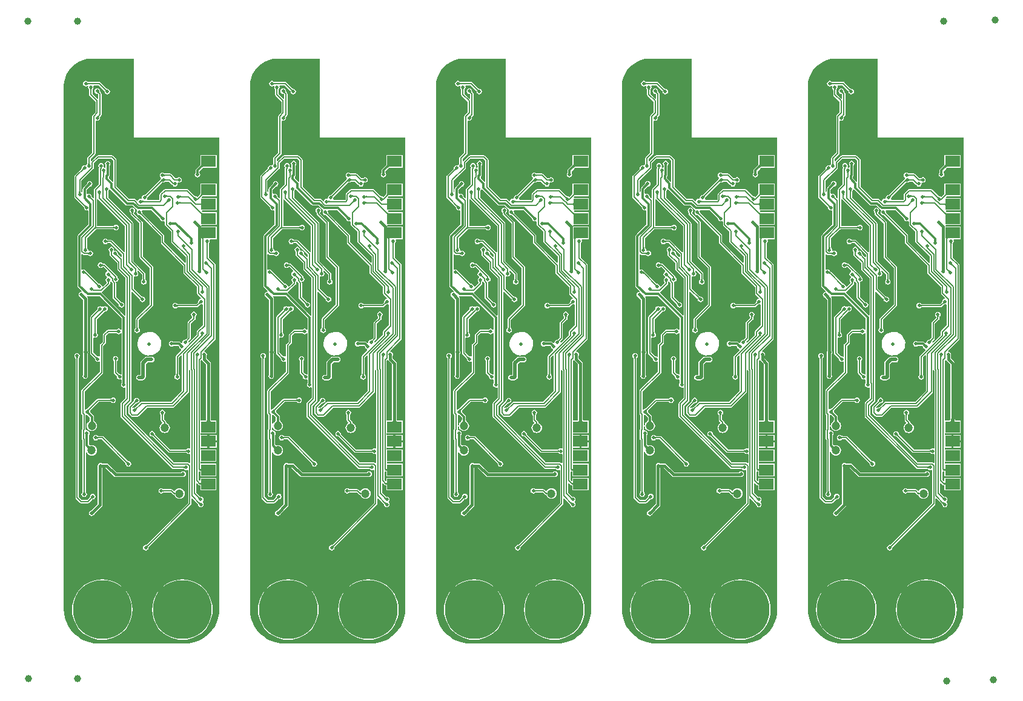
<source format=gtl>
G04*
G04 #@! TF.GenerationSoftware,Altium Limited,Altium Designer,19.1.8 (144)*
G04*
G04 Layer_Physical_Order=1*
G04 Layer_Color=255*
%FSAX25Y25*%
%MOIN*%
G70*
G01*
G75*
%ADD10C,0.03937*%
%ADD11C,0.04724*%
%ADD12R,0.07874X0.05906*%
%ADD13C,0.32284*%
%ADD14C,0.01181*%
%ADD15C,0.00787*%
%ADD16C,0.01575*%
%ADD17C,0.01968*%
%ADD18C,0.01968*%
%ADD19C,0.01181*%
G36*
X0487716Y0361530D02*
Y0318307D01*
X0534916D01*
X0534916Y0059395D01*
Y0059369D01*
X0534839Y0058900D01*
X0534838Y0058896D01*
X0534891Y0058395D01*
X0534760Y0056391D01*
X0534271Y0053932D01*
X0533465Y0051557D01*
X0532355Y0049308D01*
X0530962Y0047222D01*
X0529309Y0045337D01*
X0527423Y0043683D01*
X0525338Y0042290D01*
X0523089Y0041181D01*
X0520714Y0040375D01*
X0518254Y0039886D01*
X0516249Y0039754D01*
X0515749Y0039808D01*
X0515745Y0039806D01*
X0515670Y0039730D01*
X0468504Y0039730D01*
X0468471Y0039724D01*
X0466000Y0039886D01*
X0463540Y0040375D01*
X0461165Y0041181D01*
X0458916Y0042290D01*
X0456830Y0043684D01*
X0454944Y0045338D01*
X0453290Y0047224D01*
X0451897Y0049309D01*
X0450787Y0051559D01*
X0449981Y0053934D01*
X0449492Y0056394D01*
X0449330Y0058865D01*
X0449336Y0058897D01*
X0449336Y0346298D01*
X0449326Y0346350D01*
X0449509Y0348683D01*
X0450068Y0351009D01*
X0450984Y0353220D01*
X0452234Y0355259D01*
X0453787Y0357079D01*
X0455607Y0358633D01*
X0457647Y0359883D01*
X0459857Y0360798D01*
X0462184Y0361357D01*
X0464069Y0361505D01*
X0464569Y0361452D01*
X0464569Y0361452D01*
X0464577Y0361456D01*
X0464651Y0361530D01*
X0465040Y0361530D01*
X0487716Y0361530D01*
D02*
G37*
G36*
X0385354D02*
Y0318307D01*
X0432553D01*
X0432553Y0059395D01*
Y0059369D01*
X0432477Y0058900D01*
X0432476Y0058896D01*
X0432529Y0058395D01*
X0432398Y0056391D01*
X0431909Y0053932D01*
X0431103Y0051557D01*
X0429993Y0049308D01*
X0428600Y0047222D01*
X0426946Y0045337D01*
X0425061Y0043683D01*
X0422976Y0042290D01*
X0420726Y0041181D01*
X0418352Y0040375D01*
X0415892Y0039886D01*
X0413887Y0039754D01*
X0413387Y0039808D01*
X0413383Y0039806D01*
X0413308Y0039730D01*
X0366141Y0039730D01*
X0366109Y0039724D01*
X0363638Y0039886D01*
X0361178Y0040375D01*
X0358803Y0041181D01*
X0356553Y0042290D01*
X0354468Y0043684D01*
X0352582Y0045338D01*
X0350928Y0047224D01*
X0349535Y0049309D01*
X0348425Y0051559D01*
X0347619Y0053934D01*
X0347130Y0056394D01*
X0346968Y0058865D01*
X0346974Y0058897D01*
X0346974Y0346298D01*
X0346964Y0346350D01*
X0347147Y0348683D01*
X0347706Y0351009D01*
X0348621Y0353220D01*
X0349871Y0355259D01*
X0351425Y0357079D01*
X0353244Y0358633D01*
X0355285Y0359883D01*
X0357495Y0360798D01*
X0359821Y0361357D01*
X0361707Y0361505D01*
X0362207Y0361452D01*
X0362207Y0361452D01*
X0362215Y0361456D01*
X0362288Y0361530D01*
X0362678Y0361530D01*
X0385354Y0361530D01*
D02*
G37*
G36*
X0282992D02*
Y0318307D01*
X0330191D01*
X0330191Y0059395D01*
Y0059369D01*
X0330115Y0058900D01*
X0330113Y0058896D01*
X0330167Y0058395D01*
X0330036Y0056391D01*
X0329546Y0053932D01*
X0328740Y0051557D01*
X0327631Y0049308D01*
X0326238Y0047222D01*
X0324584Y0045337D01*
X0322699Y0043683D01*
X0320614Y0042290D01*
X0318364Y0041181D01*
X0315989Y0040375D01*
X0313530Y0039886D01*
X0311525Y0039754D01*
X0311025Y0039808D01*
X0311021Y0039806D01*
X0310945Y0039730D01*
X0263779Y0039730D01*
X0263747Y0039724D01*
X0261276Y0039886D01*
X0258816Y0040375D01*
X0256441Y0041181D01*
X0254191Y0042290D01*
X0252106Y0043684D01*
X0250220Y0045338D01*
X0248566Y0047224D01*
X0247172Y0049309D01*
X0246063Y0051559D01*
X0245257Y0053934D01*
X0244767Y0056394D01*
X0244605Y0058865D01*
X0244612Y0058897D01*
X0244612Y0346298D01*
X0244601Y0346350D01*
X0244785Y0348683D01*
X0245344Y0351009D01*
X0246259Y0353220D01*
X0247509Y0355259D01*
X0249063Y0357079D01*
X0250882Y0358633D01*
X0252922Y0359883D01*
X0255133Y0360798D01*
X0257459Y0361357D01*
X0259344Y0361505D01*
X0259844Y0361452D01*
X0259844Y0361452D01*
X0259853Y0361456D01*
X0259926Y0361530D01*
X0260315Y0361530D01*
X0282992Y0361530D01*
D02*
G37*
G36*
X0180630D02*
Y0318307D01*
X0227829D01*
X0227829Y0059395D01*
Y0059369D01*
X0227753Y0058900D01*
X0227751Y0058896D01*
X0227805Y0058395D01*
X0227674Y0056391D01*
X0227184Y0053932D01*
X0226378Y0051557D01*
X0225269Y0049308D01*
X0223876Y0047222D01*
X0222222Y0045337D01*
X0220337Y0043683D01*
X0218251Y0042290D01*
X0216002Y0041181D01*
X0213627Y0040375D01*
X0211168Y0039886D01*
X0209163Y0039754D01*
X0208663Y0039808D01*
X0208659Y0039806D01*
X0208583Y0039730D01*
X0161417Y0039730D01*
X0161384Y0039724D01*
X0158914Y0039886D01*
X0156454Y0040375D01*
X0154079Y0041181D01*
X0151829Y0042290D01*
X0149743Y0043684D01*
X0147857Y0045338D01*
X0146204Y0047224D01*
X0144810Y0049309D01*
X0143701Y0051559D01*
X0142894Y0053934D01*
X0142405Y0056394D01*
X0142243Y0058865D01*
X0142250Y0058897D01*
X0142250Y0346298D01*
X0142239Y0346350D01*
X0142423Y0348683D01*
X0142981Y0351009D01*
X0143897Y0353220D01*
X0145147Y0355259D01*
X0146701Y0357079D01*
X0148520Y0358633D01*
X0150560Y0359883D01*
X0152770Y0360798D01*
X0155097Y0361357D01*
X0156982Y0361505D01*
X0157482Y0361452D01*
X0157482Y0361452D01*
X0157491Y0361456D01*
X0157564Y0361530D01*
X0157953Y0361530D01*
X0180630Y0361530D01*
D02*
G37*
G36*
X0078268D02*
Y0318307D01*
X0125467D01*
X0125467Y0059395D01*
Y0059369D01*
X0125391Y0058900D01*
X0125389Y0058896D01*
X0125443Y0058395D01*
X0125311Y0056391D01*
X0124822Y0053932D01*
X0124016Y0051557D01*
X0122907Y0049308D01*
X0121513Y0047222D01*
X0119860Y0045337D01*
X0117974Y0043683D01*
X0115889Y0042290D01*
X0113640Y0041181D01*
X0111265Y0040375D01*
X0108805Y0039886D01*
X0106801Y0039754D01*
X0106301Y0039808D01*
X0106296Y0039806D01*
X0106221Y0039730D01*
X0059055Y0039730D01*
X0059022Y0039724D01*
X0056552Y0039886D01*
X0054092Y0040375D01*
X0051716Y0041181D01*
X0049467Y0042290D01*
X0047381Y0043684D01*
X0045495Y0045338D01*
X0043841Y0047224D01*
X0042448Y0049309D01*
X0041339Y0051559D01*
X0040532Y0053934D01*
X0040043Y0056394D01*
X0039881Y0058865D01*
X0039887Y0058897D01*
X0039887Y0346298D01*
X0039877Y0346350D01*
X0040061Y0348683D01*
X0040619Y0351009D01*
X0041535Y0353220D01*
X0042785Y0355259D01*
X0044339Y0357079D01*
X0046158Y0358633D01*
X0048198Y0359883D01*
X0050408Y0360798D01*
X0052735Y0361357D01*
X0054620Y0361505D01*
X0055120Y0361452D01*
X0055120Y0361452D01*
X0055129Y0361456D01*
X0055202Y0361530D01*
X0055591Y0361530D01*
X0078268Y0361530D01*
D02*
G37*
%LPC*%
G36*
X0461417Y0349348D02*
X0460838Y0349233D01*
X0460347Y0348905D01*
X0460019Y0348414D01*
X0459904Y0347835D01*
X0460019Y0347256D01*
X0460347Y0346765D01*
X0460838Y0346437D01*
X0461417Y0346321D01*
X0461996Y0346437D01*
X0462349Y0346672D01*
X0462553Y0346564D01*
X0462682Y0346457D01*
X0462713Y0346424D01*
X0462758Y0346358D01*
X0462660Y0345866D01*
X0462775Y0345287D01*
X0463069Y0344848D01*
X0463089Y0344794D01*
X0463129Y0344751D01*
X0463149Y0344725D01*
X0463167Y0344697D01*
X0463184Y0344666D01*
X0463198Y0344631D01*
X0463211Y0344592D01*
X0463222Y0344547D01*
X0463231Y0344496D01*
X0463236Y0344438D01*
X0463238Y0344357D01*
X0463262Y0344305D01*
Y0341811D01*
X0463331Y0341462D01*
X0463529Y0341167D01*
X0466726Y0337969D01*
Y0332070D01*
X0465194Y0330538D01*
X0464997Y0330242D01*
X0464927Y0329894D01*
Y0309996D01*
X0462466Y0307534D01*
X0462268Y0307239D01*
X0462199Y0306890D01*
Y0304120D01*
X0462176Y0304067D01*
X0462173Y0303987D01*
X0462168Y0303929D01*
X0462159Y0303878D01*
X0462148Y0303833D01*
X0462135Y0303794D01*
X0462121Y0303759D01*
X0462104Y0303728D01*
X0462086Y0303700D01*
X0462066Y0303674D01*
X0462026Y0303631D01*
X0462006Y0303577D01*
X0461712Y0303138D01*
X0461709Y0303125D01*
X0461149Y0302869D01*
X0460730Y0302952D01*
X0460151Y0302837D01*
X0459660Y0302509D01*
X0459332Y0302018D01*
X0459229Y0301500D01*
X0459205Y0301447D01*
X0459203Y0301389D01*
X0459199Y0301356D01*
X0459192Y0301323D01*
X0459182Y0301290D01*
X0459168Y0301255D01*
X0459149Y0301218D01*
X0459125Y0301178D01*
X0459094Y0301136D01*
X0459058Y0301092D01*
X0459002Y0301033D01*
X0458982Y0300979D01*
X0455340Y0297337D01*
X0455142Y0297042D01*
X0455073Y0296693D01*
Y0285551D01*
X0455142Y0285203D01*
X0455340Y0284907D01*
X0460181Y0280066D01*
X0460201Y0280012D01*
X0460256Y0279954D01*
X0460293Y0279909D01*
X0460324Y0279867D01*
X0460348Y0279827D01*
X0460366Y0279790D01*
X0460381Y0279755D01*
X0460391Y0279722D01*
X0460398Y0279689D01*
X0460402Y0279656D01*
X0460404Y0279598D01*
X0460428Y0279545D01*
X0460531Y0279027D01*
X0460859Y0278536D01*
X0461350Y0278208D01*
X0461929Y0278093D01*
X0462392Y0278185D01*
X0462892Y0277909D01*
Y0270425D01*
X0457662Y0265195D01*
X0457617Y0265127D01*
X0457080Y0264590D01*
X0456839Y0264229D01*
X0456754Y0263804D01*
X0456754Y0263804D01*
Y0257653D01*
X0456746Y0257613D01*
X0456746Y0257613D01*
Y0236630D01*
X0456746Y0236630D01*
X0456831Y0236205D01*
X0457072Y0235844D01*
X0459206Y0233710D01*
X0458976Y0233246D01*
X0458397Y0233131D01*
X0457906Y0232803D01*
X0457578Y0232312D01*
X0457463Y0231732D01*
X0457578Y0231153D01*
X0457906Y0230662D01*
X0458397Y0230334D01*
X0458548Y0230304D01*
X0459908Y0228945D01*
Y0200727D01*
X0459862Y0200658D01*
X0459747Y0200079D01*
X0459790Y0199862D01*
Y0187636D01*
X0459704Y0187508D01*
X0459589Y0186929D01*
X0459704Y0186350D01*
X0460032Y0185859D01*
X0460523Y0185531D01*
X0461102Y0185416D01*
X0461681Y0185531D01*
X0462172Y0185859D01*
X0462500Y0186350D01*
X0462616Y0186929D01*
X0462500Y0187508D01*
X0462415Y0187636D01*
Y0199136D01*
X0462658Y0199500D01*
X0462773Y0200079D01*
X0462658Y0200658D01*
X0462533Y0200845D01*
Y0229488D01*
X0462433Y0229991D01*
X0462149Y0230416D01*
X0462025Y0230540D01*
X0462271Y0231001D01*
X0462401Y0230975D01*
X0462402Y0230975D01*
X0468918D01*
X0481190Y0218702D01*
Y0212599D01*
X0480690Y0212448D01*
X0480598Y0212586D01*
X0480107Y0212914D01*
X0479528Y0213029D01*
X0478948Y0212914D01*
X0478509Y0212620D01*
X0478455Y0212600D01*
X0478412Y0212560D01*
X0478386Y0212540D01*
X0478358Y0212522D01*
X0478327Y0212505D01*
X0478293Y0212491D01*
X0478253Y0212478D01*
X0478208Y0212467D01*
X0478157Y0212458D01*
X0478099Y0212453D01*
X0478019Y0212451D01*
X0477966Y0212427D01*
X0473760D01*
X0473411Y0212358D01*
X0473115Y0212160D01*
X0471009Y0210054D01*
X0470812Y0209758D01*
X0470742Y0209409D01*
Y0205988D01*
X0469395Y0204641D01*
X0469198Y0204345D01*
X0469128Y0203996D01*
Y0197900D01*
X0468628Y0197633D01*
X0468532Y0197697D01*
X0468014Y0197801D01*
X0467961Y0197824D01*
X0467903Y0197826D01*
X0467870Y0197830D01*
X0467837Y0197837D01*
X0467803Y0197848D01*
X0467769Y0197862D01*
X0467732Y0197880D01*
X0467692Y0197905D01*
X0467650Y0197935D01*
X0467605Y0197972D01*
X0467547Y0198027D01*
X0467493Y0198047D01*
X0465577Y0199964D01*
Y0207908D01*
X0466077Y0208152D01*
X0466575Y0208053D01*
X0467154Y0208169D01*
X0467645Y0208497D01*
X0467973Y0208987D01*
X0468088Y0209567D01*
X0467973Y0210146D01*
X0467679Y0210585D01*
X0467659Y0210639D01*
X0467619Y0210682D01*
X0467599Y0210708D01*
X0467580Y0210736D01*
X0467564Y0210767D01*
X0467550Y0210802D01*
X0467537Y0210841D01*
X0467526Y0210886D01*
X0467517Y0210937D01*
X0467512Y0210995D01*
X0467509Y0211076D01*
X0467486Y0211128D01*
Y0218166D01*
X0470700Y0221379D01*
X0470753Y0221415D01*
X0471796Y0222458D01*
X0471968Y0222423D01*
X0472547Y0222539D01*
X0473038Y0222867D01*
X0473366Y0223358D01*
X0473482Y0223937D01*
X0473366Y0224516D01*
X0473038Y0225007D01*
X0472547Y0225335D01*
X0471968Y0225450D01*
X0471389Y0225335D01*
X0470970Y0225055D01*
X0470725Y0225007D01*
X0470401D01*
X0470401Y0225007D01*
X0469910Y0225335D01*
X0469331Y0225450D01*
X0468751Y0225335D01*
X0468261Y0225007D01*
X0467933Y0224516D01*
X0467829Y0223998D01*
X0467806Y0223945D01*
X0467804Y0223887D01*
X0467800Y0223854D01*
X0467793Y0223821D01*
X0467782Y0223788D01*
X0467768Y0223753D01*
X0467749Y0223716D01*
X0467725Y0223677D01*
X0467695Y0223635D01*
X0467658Y0223590D01*
X0467603Y0223531D01*
X0467583Y0223478D01*
X0464021Y0219916D01*
X0463823Y0219620D01*
X0463754Y0219272D01*
Y0199587D01*
X0463823Y0199238D01*
X0464021Y0198942D01*
X0466205Y0196759D01*
X0466225Y0196705D01*
X0466280Y0196647D01*
X0466317Y0196602D01*
X0466347Y0196560D01*
X0466371Y0196520D01*
X0466390Y0196483D01*
X0466404Y0196449D01*
X0466415Y0196415D01*
X0466422Y0196382D01*
X0466426Y0196349D01*
X0466428Y0196291D01*
X0466452Y0196238D01*
X0466555Y0195720D01*
X0466883Y0195229D01*
X0467374Y0194901D01*
X0467953Y0194786D01*
X0468532Y0194901D01*
X0468628Y0194966D01*
X0469128Y0194698D01*
Y0189314D01*
X0459210Y0179396D01*
X0459012Y0179101D01*
X0458943Y0178752D01*
Y0166506D01*
X0459012Y0166157D01*
X0459210Y0165861D01*
X0459530Y0165542D01*
Y0157769D01*
X0459446Y0157685D01*
X0459249Y0157390D01*
X0459179Y0157041D01*
Y0152506D01*
X0459249Y0152158D01*
X0459446Y0151862D01*
X0459620Y0151688D01*
Y0123510D01*
X0459597Y0123458D01*
X0459594Y0123377D01*
X0459589Y0123319D01*
X0459581Y0123268D01*
X0459570Y0123223D01*
X0459557Y0123184D01*
X0459542Y0123149D01*
X0459526Y0123118D01*
X0459508Y0123090D01*
X0459487Y0123064D01*
X0459447Y0123021D01*
X0459427Y0122968D01*
X0459133Y0122528D01*
X0459018Y0121949D01*
X0459133Y0121370D01*
X0459461Y0120879D01*
X0459952Y0120551D01*
X0460531Y0120436D01*
X0461111Y0120551D01*
X0461601Y0120879D01*
X0461930Y0121370D01*
X0462045Y0121949D01*
X0461930Y0122528D01*
X0461636Y0122968D01*
X0461616Y0123021D01*
X0461576Y0123064D01*
X0461555Y0123090D01*
X0461537Y0123118D01*
X0461521Y0123149D01*
X0461506Y0123184D01*
X0461493Y0123223D01*
X0461482Y0123268D01*
X0461474Y0123319D01*
X0461469Y0123377D01*
X0461466Y0123458D01*
X0461443Y0123510D01*
Y0145105D01*
X0461943Y0145204D01*
X0462185Y0144620D01*
X0462644Y0144022D01*
X0463241Y0143563D01*
X0463938Y0143274D01*
X0464685Y0143176D01*
X0465432Y0143274D01*
X0466128Y0143563D01*
X0466726Y0144022D01*
X0467185Y0144620D01*
X0467474Y0145316D01*
X0467572Y0146063D01*
X0467474Y0146810D01*
X0467185Y0147506D01*
X0466726Y0148104D01*
X0466128Y0148563D01*
X0465432Y0148852D01*
X0464685Y0148950D01*
X0464104Y0148873D01*
X0464074Y0148886D01*
X0464023Y0148865D01*
X0463970Y0148876D01*
X0463874Y0148857D01*
X0463815Y0148854D01*
X0463750Y0148860D01*
X0463678Y0148876D01*
X0463594Y0148905D01*
X0463501Y0148950D01*
X0463397Y0149012D01*
X0463283Y0149093D01*
X0463161Y0149195D01*
X0463128Y0149226D01*
Y0152680D01*
X0463128Y0152680D01*
X0463120Y0152720D01*
Y0154114D01*
X0463139Y0154161D01*
X0463140Y0154264D01*
X0463146Y0154435D01*
X0463158Y0154558D01*
X0463162Y0154588D01*
X0463165Y0154602D01*
X0463172Y0154623D01*
X0463170Y0154639D01*
X0463367Y0154933D01*
X0463482Y0155512D01*
X0463367Y0156091D01*
X0463038Y0156582D01*
X0462548Y0156910D01*
X0461969Y0157025D01*
X0461782Y0156988D01*
X0461354Y0157389D01*
X0461352Y0157412D01*
Y0165486D01*
X0461852Y0165860D01*
X0461938Y0165843D01*
X0461943Y0165837D01*
X0461962Y0165828D01*
X0461972Y0165822D01*
X0461987Y0165811D01*
X0462216Y0165611D01*
X0462284Y0165545D01*
X0462331Y0165526D01*
X0463652Y0164205D01*
Y0163094D01*
X0463632Y0163051D01*
X0463627Y0162859D01*
X0463612Y0162701D01*
X0463590Y0162563D01*
X0463560Y0162445D01*
X0463525Y0162347D01*
X0463487Y0162268D01*
X0463447Y0162205D01*
X0463405Y0162156D01*
X0463361Y0162116D01*
X0463280Y0162062D01*
X0463250Y0162016D01*
X0463200Y0161995D01*
X0463187Y0161965D01*
X0462722Y0161608D01*
X0462264Y0161011D01*
X0461975Y0160314D01*
X0461877Y0159567D01*
X0461975Y0158820D01*
X0462264Y0158124D01*
X0462722Y0157526D01*
X0463320Y0157067D01*
X0464017Y0156779D01*
X0464764Y0156680D01*
X0465511Y0156779D01*
X0466207Y0157067D01*
X0466805Y0157526D01*
X0467264Y0158124D01*
X0467552Y0158820D01*
X0467651Y0159567D01*
X0467552Y0160314D01*
X0467264Y0161011D01*
X0466805Y0161608D01*
X0466340Y0161965D01*
X0466327Y0161995D01*
X0466277Y0162016D01*
X0466247Y0162062D01*
X0466167Y0162116D01*
X0466122Y0162156D01*
X0466081Y0162205D01*
X0466040Y0162268D01*
X0466002Y0162347D01*
X0465967Y0162445D01*
X0465938Y0162563D01*
X0465915Y0162701D01*
X0465901Y0162859D01*
X0465895Y0163051D01*
X0465876Y0163094D01*
Y0164665D01*
X0465791Y0165091D01*
X0465550Y0165452D01*
X0465550Y0165452D01*
X0463903Y0167098D01*
X0463884Y0167145D01*
X0463813Y0167218D01*
X0463699Y0167342D01*
X0463623Y0167435D01*
X0463608Y0167457D01*
X0463601Y0167467D01*
X0463592Y0167486D01*
X0463708Y0167938D01*
X0463718Y0167947D01*
X0463737Y0168000D01*
X0463764Y0168027D01*
X0463792Y0168049D01*
X0463793Y0168056D01*
X0468448Y0172711D01*
X0474915D01*
X0474967Y0172687D01*
X0475048Y0172685D01*
X0475106Y0172680D01*
X0475157Y0172671D01*
X0475202Y0172660D01*
X0475241Y0172647D01*
X0475276Y0172633D01*
X0475307Y0172616D01*
X0475335Y0172598D01*
X0475361Y0172578D01*
X0475404Y0172538D01*
X0475458Y0172518D01*
X0475897Y0172224D01*
X0476476Y0172109D01*
X0477056Y0172224D01*
X0477546Y0172552D01*
X0477875Y0173043D01*
X0477990Y0173622D01*
X0477875Y0174201D01*
X0477546Y0174692D01*
X0477056Y0175020D01*
X0476476Y0175136D01*
X0475897Y0175020D01*
X0475458Y0174727D01*
X0475404Y0174706D01*
X0475361Y0174667D01*
X0475335Y0174646D01*
X0475307Y0174628D01*
X0475276Y0174612D01*
X0475241Y0174597D01*
X0475202Y0174584D01*
X0475157Y0174573D01*
X0475106Y0174565D01*
X0475048Y0174559D01*
X0474967Y0174557D01*
X0474915Y0174533D01*
X0468071D01*
X0467722Y0174464D01*
X0467426Y0174267D01*
X0462293Y0169133D01*
X0462238Y0169112D01*
X0462181Y0169057D01*
X0462069Y0168963D01*
X0462024Y0168931D01*
X0461976Y0168901D01*
X0461930Y0168874D01*
X0461884Y0168852D01*
X0461840Y0168834D01*
X0461797Y0168819D01*
X0461737Y0168803D01*
X0461667Y0168749D01*
X0461527Y0168721D01*
X0461266Y0168546D01*
X0460766Y0168814D01*
Y0178375D01*
X0470684Y0188293D01*
X0470881Y0188588D01*
X0470951Y0188937D01*
Y0203619D01*
X0472298Y0204966D01*
X0472495Y0205262D01*
X0472565Y0205610D01*
Y0209032D01*
X0474137Y0210605D01*
X0477966D01*
X0478019Y0210581D01*
X0478099Y0210579D01*
X0478157Y0210573D01*
X0478208Y0210565D01*
X0478253Y0210554D01*
X0478293Y0210541D01*
X0478327Y0210526D01*
X0478358Y0210510D01*
X0478386Y0210492D01*
X0478412Y0210471D01*
X0478455Y0210432D01*
X0478509Y0210411D01*
X0478948Y0210118D01*
X0479528Y0210002D01*
X0480107Y0210118D01*
X0480598Y0210446D01*
X0480690Y0210584D01*
X0481190Y0210432D01*
Y0188192D01*
X0480690Y0187925D01*
X0480619Y0187972D01*
X0480040Y0188087D01*
X0479853Y0188050D01*
X0478667Y0189236D01*
Y0195202D01*
X0478826Y0195308D01*
X0479154Y0195799D01*
X0479269Y0196378D01*
X0479154Y0196957D01*
X0478826Y0197448D01*
X0478335Y0197776D01*
X0477756Y0197891D01*
X0477177Y0197776D01*
X0476686Y0197448D01*
X0476358Y0196957D01*
X0476242Y0196378D01*
X0476358Y0195799D01*
X0476686Y0195308D01*
X0476845Y0195202D01*
Y0188858D01*
X0476914Y0188510D01*
X0477111Y0188214D01*
X0478564Y0186761D01*
X0478527Y0186574D01*
X0478642Y0185995D01*
X0478970Y0185504D01*
X0479461Y0185176D01*
X0480040Y0185061D01*
X0480619Y0185176D01*
X0480690Y0185223D01*
X0481190Y0184956D01*
Y0183146D01*
X0480904Y0182717D01*
X0480789Y0182138D01*
X0480904Y0181559D01*
X0481232Y0181068D01*
X0481723Y0180740D01*
X0482302Y0180625D01*
X0482833Y0180731D01*
X0482967Y0180707D01*
X0483333Y0180512D01*
Y0174878D01*
X0480852Y0172396D01*
X0480654Y0172101D01*
X0480585Y0171752D01*
Y0164862D01*
X0480654Y0164514D01*
X0480852Y0164218D01*
X0508982Y0136088D01*
X0509277Y0135890D01*
X0509626Y0135821D01*
X0515053D01*
X0515105Y0135798D01*
X0515186Y0135795D01*
X0515244Y0135790D01*
X0515295Y0135781D01*
X0515340Y0135770D01*
X0515379Y0135758D01*
X0515414Y0135743D01*
X0515445Y0135727D01*
X0515473Y0135708D01*
X0515499Y0135688D01*
X0515542Y0135648D01*
X0515596Y0135628D01*
X0516035Y0135334D01*
X0516614Y0135219D01*
X0517193Y0135334D01*
X0517691Y0135065D01*
Y0117130D01*
X0494830Y0094268D01*
X0494776Y0094248D01*
X0494717Y0094192D01*
X0494673Y0094155D01*
X0494630Y0094125D01*
X0494591Y0094101D01*
X0494554Y0094082D01*
X0494519Y0094068D01*
X0494486Y0094058D01*
X0494453Y0094051D01*
X0494420Y0094047D01*
X0494362Y0094045D01*
X0494309Y0094021D01*
X0493791Y0093918D01*
X0493300Y0093590D01*
X0492972Y0093099D01*
X0492857Y0092520D01*
X0492972Y0091941D01*
X0493300Y0091450D01*
X0493791Y0091122D01*
X0494370Y0091006D01*
X0494949Y0091122D01*
X0495440Y0091450D01*
X0495768Y0091941D01*
X0495871Y0092459D01*
X0495895Y0092511D01*
X0495897Y0092570D01*
X0495901Y0092603D01*
X0495908Y0092636D01*
X0495918Y0092669D01*
X0495933Y0092704D01*
X0495951Y0092741D01*
X0495975Y0092780D01*
X0496006Y0092822D01*
X0496043Y0092867D01*
X0496098Y0092926D01*
X0496118Y0092979D01*
X0519247Y0116108D01*
X0519444Y0116403D01*
X0519514Y0116752D01*
Y0119450D01*
X0519976Y0119641D01*
X0522923Y0116694D01*
X0522944Y0116640D01*
X0523000Y0116580D01*
X0523040Y0116533D01*
X0523074Y0116487D01*
X0523103Y0116443D01*
X0523127Y0116401D01*
X0523145Y0116360D01*
X0523160Y0116321D01*
X0523172Y0116281D01*
X0523180Y0116242D01*
X0523188Y0116182D01*
X0523241Y0116089D01*
X0523307Y0115760D01*
X0523635Y0115269D01*
X0524125Y0114941D01*
X0524705Y0114825D01*
X0525284Y0114941D01*
X0525775Y0115269D01*
X0526103Y0115760D01*
X0526218Y0116339D01*
X0526103Y0116918D01*
X0525798Y0117373D01*
X0525737Y0117524D01*
Y0117934D01*
X0525755Y0117946D01*
X0526083Y0118437D01*
X0526198Y0119016D01*
X0526083Y0119595D01*
X0525755Y0120086D01*
X0525264Y0120414D01*
X0524685Y0120529D01*
X0524590Y0120510D01*
X0524524Y0120532D01*
X0524470Y0120528D01*
X0524446Y0120529D01*
X0524423Y0120532D01*
X0524398Y0120538D01*
X0524372Y0120547D01*
X0524342Y0120561D01*
X0524308Y0120580D01*
X0524270Y0120606D01*
X0524228Y0120640D01*
X0524170Y0120695D01*
X0524146Y0120704D01*
X0524133Y0120727D01*
X0524095Y0120737D01*
X0522088Y0122744D01*
Y0127938D01*
X0522550Y0128130D01*
X0523681Y0126999D01*
X0523976Y0126802D01*
X0524206Y0126756D01*
X0524314Y0126709D01*
X0524425Y0126706D01*
X0524472Y0126703D01*
Y0124008D01*
X0533346D01*
Y0130913D01*
X0524472D01*
Y0129439D01*
X0524010Y0129247D01*
X0523376Y0129882D01*
Y0134218D01*
X0523864Y0134493D01*
X0523876Y0134491D01*
X0524092Y0134448D01*
X0524198Y0134400D01*
X0524329Y0134397D01*
X0524423Y0134389D01*
X0524472Y0134381D01*
Y0131882D01*
X0533346D01*
Y0138787D01*
X0524663D01*
Y0139756D01*
X0533346D01*
Y0146662D01*
X0524655D01*
Y0147512D01*
X0528318D01*
Y0151083D01*
Y0154654D01*
X0524655D01*
Y0155504D01*
X0533346D01*
Y0162410D01*
X0530567D01*
X0530541Y0162424D01*
X0530455Y0162433D01*
X0530445Y0162436D01*
X0530437Y0162442D01*
X0530414Y0162466D01*
X0530378Y0162526D01*
X0530336Y0162629D01*
X0530297Y0162777D01*
X0530265Y0162969D01*
X0530245Y0163202D01*
X0530237Y0163487D01*
X0530221Y0163522D01*
Y0193987D01*
X0530122Y0194490D01*
X0529837Y0194916D01*
X0527927Y0196826D01*
Y0198151D01*
X0528012Y0198279D01*
X0528127Y0198858D01*
X0528012Y0199437D01*
X0527684Y0199928D01*
X0527193Y0200256D01*
X0526750Y0200345D01*
X0526569Y0200726D01*
X0526553Y0200855D01*
X0532632Y0206934D01*
X0532830Y0207230D01*
X0532899Y0207579D01*
Y0248012D01*
X0532830Y0248361D01*
X0532632Y0248656D01*
X0529065Y0252224D01*
Y0259670D01*
X0529088Y0259722D01*
X0529090Y0259803D01*
X0529096Y0259861D01*
X0529104Y0259912D01*
X0529115Y0259957D01*
X0529128Y0259996D01*
X0529143Y0260031D01*
X0529159Y0260062D01*
X0529177Y0260090D01*
X0529198Y0260116D01*
X0529238Y0260159D01*
X0529258Y0260213D01*
X0529552Y0260652D01*
X0529667Y0261231D01*
X0529555Y0261795D01*
X0529541Y0261885D01*
X0529819Y0262295D01*
X0533413D01*
Y0269201D01*
X0525110D01*
X0524962Y0269671D01*
X0525248Y0270169D01*
X0533413D01*
Y0277075D01*
X0526111D01*
X0526049Y0277104D01*
X0526005Y0277088D01*
X0525961Y0277100D01*
X0525916Y0277075D01*
X0525793D01*
X0525710Y0277133D01*
X0525445Y0277359D01*
X0525290Y0277509D01*
X0525350Y0277994D01*
X0525370Y0278043D01*
X0533413D01*
Y0284949D01*
X0525370D01*
X0525353Y0284990D01*
X0525282Y0285476D01*
X0525591Y0285764D01*
X0525704Y0285855D01*
X0525793Y0285917D01*
X0525916D01*
X0525961Y0285892D01*
X0526005Y0285905D01*
X0526049Y0285889D01*
X0526111Y0285917D01*
X0533413D01*
Y0292823D01*
X0524539D01*
Y0287837D01*
X0524530Y0287824D01*
X0524535Y0287783D01*
X0524514Y0287747D01*
X0524539Y0287656D01*
Y0287471D01*
X0524509Y0287418D01*
X0524450Y0287333D01*
X0524242Y0287085D01*
X0524105Y0286943D01*
X0524083Y0286888D01*
X0522692Y0285496D01*
X0522331Y0285738D01*
X0521813Y0285841D01*
X0521760Y0285864D01*
X0521702Y0285866D01*
X0521669Y0285871D01*
X0521636Y0285878D01*
X0521603Y0285888D01*
X0521568Y0285902D01*
X0521531Y0285921D01*
X0521491Y0285945D01*
X0521449Y0285975D01*
X0521405Y0286012D01*
X0521346Y0286067D01*
X0521292Y0286088D01*
X0517858Y0289522D01*
X0517562Y0289720D01*
X0517213Y0289789D01*
X0505069D01*
X0504720Y0289720D01*
X0504425Y0289522D01*
X0502284Y0287382D01*
X0502086Y0287086D01*
X0502017Y0286737D01*
Y0284211D01*
X0501689Y0283884D01*
X0495341D01*
X0495074Y0284384D01*
X0495150Y0284497D01*
X0495253Y0285015D01*
X0495277Y0285068D01*
X0495279Y0285126D01*
X0495283Y0285159D01*
X0495290Y0285192D01*
X0495300Y0285225D01*
X0495314Y0285260D01*
X0495333Y0285297D01*
X0495357Y0285336D01*
X0495387Y0285379D01*
X0495424Y0285423D01*
X0495479Y0285482D01*
X0495500Y0285535D01*
X0503286Y0293322D01*
X0503339Y0293342D01*
X0503397Y0293396D01*
X0503435Y0293426D01*
X0503465Y0293446D01*
X0503487Y0293457D01*
X0503500Y0293462D01*
X0503505Y0293464D01*
X0503543Y0293452D01*
X0503634Y0293461D01*
X0504038Y0293381D01*
X0504617Y0293496D01*
X0505056Y0293790D01*
X0505110Y0293810D01*
X0505153Y0293850D01*
X0505179Y0293871D01*
X0505207Y0293889D01*
X0505238Y0293905D01*
X0505273Y0293920D01*
X0505312Y0293933D01*
X0505357Y0293944D01*
X0505408Y0293952D01*
X0505466Y0293957D01*
X0505547Y0293960D01*
X0505599Y0293983D01*
X0507090D01*
X0508804Y0292269D01*
X0509062Y0292097D01*
X0509363Y0291647D01*
X0509854Y0291318D01*
X0510433Y0291203D01*
X0511012Y0291318D01*
X0511503Y0291647D01*
X0511831Y0292138D01*
X0511946Y0292717D01*
X0511883Y0293036D01*
X0511919Y0293100D01*
X0512301Y0293423D01*
X0512697Y0293345D01*
X0513276Y0293460D01*
X0513767Y0293788D01*
X0514095Y0294279D01*
X0514210Y0294858D01*
X0514095Y0295437D01*
X0513767Y0295928D01*
X0513276Y0296256D01*
X0512697Y0296371D01*
X0512118Y0296256D01*
X0511678Y0295963D01*
X0511624Y0295942D01*
X0511582Y0295902D01*
X0511555Y0295882D01*
X0511527Y0295864D01*
X0511496Y0295847D01*
X0511462Y0295833D01*
X0511422Y0295820D01*
X0511377Y0295809D01*
X0511326Y0295800D01*
X0511268Y0295795D01*
X0511188Y0295793D01*
X0511136Y0295769D01*
X0510716D01*
X0508380Y0298105D01*
X0508085Y0298303D01*
X0507736Y0298372D01*
X0505163D01*
X0505111Y0298395D01*
X0505031Y0298398D01*
X0504973Y0298403D01*
X0504922Y0298412D01*
X0504877Y0298423D01*
X0504838Y0298436D01*
X0504803Y0298450D01*
X0504772Y0298467D01*
X0504744Y0298485D01*
X0504717Y0298505D01*
X0504675Y0298545D01*
X0504621Y0298565D01*
X0504182Y0298859D01*
X0503603Y0298974D01*
X0503023Y0298859D01*
X0502532Y0298531D01*
X0502204Y0298040D01*
X0502089Y0297461D01*
X0502204Y0296882D01*
X0502532Y0296391D01*
X0502646Y0296315D01*
X0502963Y0295969D01*
X0502773Y0295674D01*
X0502639Y0295474D01*
X0502633Y0295441D01*
X0502601Y0295407D01*
X0502583Y0295359D01*
X0502535Y0295259D01*
X0502515Y0295224D01*
X0502441Y0295115D01*
X0502408Y0295071D01*
X0502306Y0294954D01*
X0502248Y0294894D01*
X0502226Y0294839D01*
X0494211Y0286824D01*
X0494158Y0286804D01*
X0494099Y0286749D01*
X0494054Y0286712D01*
X0494012Y0286681D01*
X0493972Y0286657D01*
X0493936Y0286638D01*
X0493901Y0286624D01*
X0493867Y0286614D01*
X0493835Y0286607D01*
X0493801Y0286603D01*
X0493743Y0286601D01*
X0493691Y0286577D01*
X0493172Y0286474D01*
X0492682Y0286146D01*
X0492353Y0285655D01*
X0492238Y0285076D01*
X0492280Y0284867D01*
X0491854Y0284442D01*
X0491634Y0284486D01*
X0491055Y0284371D01*
X0490564Y0284043D01*
X0490236Y0283552D01*
X0490213Y0283436D01*
X0489670Y0283272D01*
X0488735Y0284207D01*
X0488439Y0284405D01*
X0488091Y0284474D01*
X0485082D01*
X0478352Y0291204D01*
Y0305787D01*
X0478283Y0306136D01*
X0478085Y0306432D01*
X0476392Y0308125D01*
X0476097Y0308322D01*
X0475748Y0308392D01*
X0468071D01*
X0467722Y0308322D01*
X0467426Y0308125D01*
X0464521Y0305220D01*
X0464021Y0305427D01*
Y0306512D01*
X0466483Y0308974D01*
X0466680Y0309269D01*
X0466750Y0309618D01*
Y0327242D01*
X0467250Y0327517D01*
X0467717Y0327424D01*
X0468296Y0327539D01*
X0468787Y0327867D01*
X0469115Y0328358D01*
X0469230Y0328937D01*
X0469168Y0329250D01*
X0469184Y0329352D01*
X0469173Y0329395D01*
X0469172Y0329402D01*
X0469173Y0329408D01*
X0469173Y0329414D01*
X0469176Y0329425D01*
X0469183Y0329442D01*
X0469197Y0329467D01*
X0469218Y0329499D01*
X0469249Y0329537D01*
X0469303Y0329595D01*
X0469322Y0329648D01*
X0469778Y0330104D01*
X0469976Y0330399D01*
X0470045Y0330748D01*
Y0342278D01*
X0469976Y0342626D01*
X0469778Y0342922D01*
X0469465Y0343235D01*
X0469444Y0343289D01*
X0469389Y0343348D01*
X0469352Y0343392D01*
X0469322Y0343434D01*
X0469298Y0343474D01*
X0469279Y0343511D01*
X0469265Y0343546D01*
X0469255Y0343579D01*
X0469248Y0343612D01*
X0469243Y0343645D01*
X0469242Y0343703D01*
X0469218Y0343756D01*
X0469115Y0344274D01*
X0468787Y0344765D01*
X0468296Y0345093D01*
X0467717Y0345208D01*
X0467137Y0345093D01*
X0466646Y0344765D01*
X0466318Y0344274D01*
X0466203Y0343695D01*
X0466318Y0343116D01*
X0466646Y0342625D01*
X0467137Y0342297D01*
X0467656Y0342194D01*
X0467708Y0342170D01*
X0467767Y0342168D01*
X0467800Y0342164D01*
X0467832Y0342157D01*
X0467866Y0342146D01*
X0467901Y0342132D01*
X0467937Y0342114D01*
X0467977Y0342090D01*
X0468019Y0342059D01*
X0468064Y0342022D01*
X0468122Y0341967D01*
X0468176Y0341947D01*
X0468223Y0341900D01*
Y0339704D01*
X0467761Y0339512D01*
X0465084Y0342189D01*
Y0344305D01*
X0465108Y0344357D01*
X0465110Y0344438D01*
X0465116Y0344496D01*
X0465124Y0344547D01*
X0465135Y0344592D01*
X0465148Y0344631D01*
X0465163Y0344666D01*
X0465179Y0344697D01*
X0465197Y0344725D01*
X0465218Y0344751D01*
X0465257Y0344794D01*
X0465278Y0344848D01*
X0465571Y0345287D01*
X0465687Y0345866D01*
X0465576Y0346424D01*
X0465568Y0346512D01*
X0465828Y0346923D01*
X0468520D01*
X0471480Y0343964D01*
X0471500Y0343910D01*
X0471556Y0343851D01*
X0471593Y0343807D01*
X0471623Y0343764D01*
X0471647Y0343725D01*
X0471666Y0343688D01*
X0471680Y0343653D01*
X0471690Y0343620D01*
X0471697Y0343587D01*
X0471701Y0343554D01*
X0471703Y0343496D01*
X0471727Y0343443D01*
X0471830Y0342925D01*
X0472158Y0342434D01*
X0472649Y0342106D01*
X0473228Y0341991D01*
X0473807Y0342106D01*
X0474298Y0342434D01*
X0474626Y0342925D01*
X0474742Y0343504D01*
X0474626Y0344083D01*
X0474298Y0344574D01*
X0473807Y0344902D01*
X0473289Y0345005D01*
X0473237Y0345029D01*
X0473178Y0345031D01*
X0473145Y0345035D01*
X0473112Y0345042D01*
X0473079Y0345052D01*
X0473044Y0345067D01*
X0473007Y0345085D01*
X0472968Y0345109D01*
X0472926Y0345140D01*
X0472881Y0345177D01*
X0472822Y0345232D01*
X0472769Y0345252D01*
X0469542Y0348479D01*
X0469246Y0348677D01*
X0468898Y0348746D01*
X0462978D01*
X0462926Y0348769D01*
X0462846Y0348772D01*
X0462788Y0348777D01*
X0462737Y0348786D01*
X0462692Y0348797D01*
X0462652Y0348810D01*
X0462618Y0348824D01*
X0462587Y0348840D01*
X0462559Y0348859D01*
X0462532Y0348879D01*
X0462490Y0348919D01*
X0462436Y0348939D01*
X0461996Y0349233D01*
X0461417Y0349348D01*
D02*
G37*
G36*
X0533413Y0308571D02*
X0524539D01*
Y0304015D01*
X0524519Y0303983D01*
X0524528Y0303940D01*
X0524510Y0303900D01*
X0524539Y0303825D01*
Y0303459D01*
X0524488Y0303370D01*
X0524383Y0303219D01*
X0524046Y0302820D01*
X0523827Y0302593D01*
X0523809Y0302547D01*
X0522068Y0300806D01*
X0521827Y0300445D01*
X0521742Y0300020D01*
X0521742Y0300020D01*
Y0299185D01*
X0521723Y0299139D01*
X0521722Y0299037D01*
X0521715Y0298869D01*
X0521703Y0298749D01*
X0521698Y0298723D01*
X0521695Y0298711D01*
X0521688Y0298691D01*
X0521689Y0298683D01*
X0521456Y0298335D01*
X0521341Y0297756D01*
X0521456Y0297177D01*
X0521784Y0296686D01*
X0522275Y0296358D01*
X0522854Y0296243D01*
X0523433Y0296358D01*
X0523924Y0296686D01*
X0524252Y0297177D01*
X0524368Y0297756D01*
X0524252Y0298335D01*
X0524020Y0298683D01*
X0524020Y0298691D01*
X0524013Y0298711D01*
X0524011Y0298723D01*
X0524008Y0298740D01*
X0523987Y0299044D01*
X0523986Y0299139D01*
X0523966Y0299185D01*
Y0299559D01*
X0525334Y0300927D01*
X0525376Y0300942D01*
X0525378Y0300945D01*
X0525380Y0300946D01*
X0525837Y0301370D01*
X0526017Y0301514D01*
X0526175Y0301624D01*
X0526247Y0301665D01*
X0526604D01*
X0526670Y0301636D01*
X0526712Y0301653D01*
X0526755Y0301641D01*
X0526797Y0301665D01*
X0533413D01*
Y0308571D01*
D02*
G37*
G36*
X0533464Y0154654D02*
X0529499D01*
Y0151673D01*
X0533464D01*
Y0154654D01*
D02*
G37*
G36*
Y0150492D02*
X0529499D01*
Y0147512D01*
X0533464D01*
Y0150492D01*
D02*
G37*
G36*
X0466811Y0154584D02*
X0466232Y0154469D01*
X0465741Y0154141D01*
X0465413Y0153650D01*
X0465298Y0153071D01*
X0465413Y0152492D01*
X0465741Y0152001D01*
X0466232Y0151673D01*
X0466811Y0151558D01*
X0467390Y0151673D01*
X0467830Y0151966D01*
X0467884Y0151987D01*
X0467926Y0152026D01*
X0467952Y0152047D01*
X0467980Y0152065D01*
X0468011Y0152082D01*
X0468046Y0152096D01*
X0468085Y0152109D01*
X0468130Y0152120D01*
X0468182Y0152128D01*
X0468239Y0152134D01*
X0468320Y0152136D01*
X0468372Y0152160D01*
X0470056D01*
X0483094Y0139121D01*
X0483115Y0139068D01*
X0483170Y0139009D01*
X0483207Y0138964D01*
X0483237Y0138922D01*
X0483261Y0138882D01*
X0483280Y0138846D01*
X0483294Y0138811D01*
X0483304Y0138777D01*
X0483311Y0138745D01*
X0483315Y0138712D01*
X0483317Y0138653D01*
X0483341Y0138601D01*
X0483444Y0138082D01*
X0483772Y0137591D01*
X0484263Y0137263D01*
X0484842Y0137148D01*
X0485422Y0137263D01*
X0485913Y0137591D01*
X0486241Y0138082D01*
X0486356Y0138662D01*
X0486241Y0139241D01*
X0485913Y0139732D01*
X0485422Y0140060D01*
X0484903Y0140163D01*
X0484851Y0140187D01*
X0484793Y0140189D01*
X0484759Y0140193D01*
X0484727Y0140200D01*
X0484693Y0140210D01*
X0484658Y0140224D01*
X0484622Y0140243D01*
X0484582Y0140267D01*
X0484540Y0140297D01*
X0484495Y0140334D01*
X0484436Y0140389D01*
X0484383Y0140410D01*
X0471077Y0153715D01*
X0470782Y0153913D01*
X0470433Y0153982D01*
X0468372D01*
X0468320Y0154006D01*
X0468239Y0154008D01*
X0468182Y0154014D01*
X0468130Y0154022D01*
X0468085Y0154033D01*
X0468046Y0154046D01*
X0468011Y0154060D01*
X0467980Y0154077D01*
X0467952Y0154095D01*
X0467926Y0154115D01*
X0467884Y0154155D01*
X0467830Y0154175D01*
X0467390Y0154469D01*
X0466811Y0154584D01*
D02*
G37*
G36*
X0469475Y0139184D02*
X0468896Y0139069D01*
X0468405Y0138741D01*
X0468077Y0138250D01*
X0467962Y0137671D01*
X0467974Y0137609D01*
X0467943Y0137451D01*
Y0116551D01*
X0464237Y0112846D01*
X0464086Y0112815D01*
X0463595Y0112487D01*
X0463267Y0111996D01*
X0463152Y0111417D01*
X0463267Y0110838D01*
X0463595Y0110347D01*
X0464086Y0110019D01*
X0464665Y0109904D01*
X0465244Y0110019D01*
X0465735Y0110347D01*
X0466063Y0110838D01*
X0466093Y0110989D01*
X0470184Y0115080D01*
X0470468Y0115505D01*
X0470568Y0116008D01*
Y0136358D01*
X0472317D01*
X0476926Y0131749D01*
X0477352Y0131465D01*
X0477854Y0131365D01*
X0514567D01*
X0515069Y0131465D01*
X0515314Y0131628D01*
X0515540Y0131673D01*
X0516031Y0132001D01*
X0516359Y0132492D01*
X0516474Y0133071D01*
X0516359Y0133650D01*
X0516031Y0134141D01*
X0515540Y0134469D01*
X0514961Y0134584D01*
X0514382Y0134469D01*
X0513891Y0134141D01*
X0513790Y0133990D01*
X0478398D01*
X0473789Y0138599D01*
X0473363Y0138884D01*
X0472861Y0138984D01*
X0470183D01*
X0470054Y0139069D01*
X0469475Y0139184D01*
D02*
G37*
G36*
X0502992Y0125293D02*
X0502413Y0125178D01*
X0501922Y0124850D01*
X0501594Y0124359D01*
X0501479Y0123780D01*
X0501594Y0123201D01*
X0501922Y0122710D01*
X0502413Y0122381D01*
X0502992Y0122266D01*
X0503571Y0122381D01*
X0504011Y0122675D01*
X0504065Y0122695D01*
X0504107Y0122735D01*
X0504134Y0122756D01*
X0504162Y0122774D01*
X0504192Y0122790D01*
X0504227Y0122805D01*
X0504266Y0122818D01*
X0504311Y0122829D01*
X0504363Y0122837D01*
X0504421Y0122843D01*
X0504501Y0122845D01*
X0504553Y0122868D01*
X0508205D01*
X0509395Y0121679D01*
X0509691Y0121481D01*
X0509924Y0121435D01*
X0510033Y0121388D01*
X0510126Y0121387D01*
X0510218Y0121381D01*
X0510426Y0120879D01*
X0510885Y0120282D01*
X0511483Y0119823D01*
X0512179Y0119534D01*
X0512926Y0119436D01*
X0513673Y0119534D01*
X0514370Y0119823D01*
X0514968Y0120282D01*
X0515426Y0120879D01*
X0515715Y0121576D01*
X0515813Y0122323D01*
X0515715Y0123070D01*
X0515426Y0123766D01*
X0514968Y0124364D01*
X0514370Y0124823D01*
X0513673Y0125111D01*
X0512926Y0125210D01*
X0512179Y0125111D01*
X0511483Y0124823D01*
X0510885Y0124364D01*
X0510498Y0123860D01*
X0509935Y0123716D01*
X0509227Y0124424D01*
X0508931Y0124621D01*
X0508583Y0124691D01*
X0504553D01*
X0504501Y0124714D01*
X0504421Y0124717D01*
X0504363Y0124722D01*
X0504311Y0124731D01*
X0504266Y0124741D01*
X0504227Y0124754D01*
X0504192Y0124769D01*
X0504162Y0124785D01*
X0504133Y0124803D01*
X0504107Y0124824D01*
X0504065Y0124864D01*
X0504011Y0124884D01*
X0503571Y0125178D01*
X0502992Y0125293D01*
D02*
G37*
G36*
X0456614Y0199624D02*
X0456035Y0199508D01*
X0455544Y0199180D01*
X0455216Y0198689D01*
X0455101Y0198110D01*
X0455216Y0197531D01*
X0455510Y0197092D01*
X0455530Y0197038D01*
X0455570Y0196995D01*
X0455590Y0196969D01*
X0455608Y0196941D01*
X0455625Y0196910D01*
X0455639Y0196875D01*
X0455652Y0196836D01*
X0455663Y0196791D01*
X0455672Y0196740D01*
X0455677Y0196682D01*
X0455680Y0196601D01*
X0455703Y0196549D01*
Y0120256D01*
X0455772Y0119907D01*
X0455970Y0119612D01*
X0458312Y0117269D01*
X0458608Y0117072D01*
X0458957Y0117002D01*
X0462500D01*
X0462849Y0117072D01*
X0463144Y0117269D01*
X0464796Y0118921D01*
X0464850Y0118941D01*
X0464909Y0118997D01*
X0464953Y0119034D01*
X0464995Y0119064D01*
X0465035Y0119088D01*
X0465072Y0119107D01*
X0465107Y0119121D01*
X0465140Y0119131D01*
X0465173Y0119138D01*
X0465206Y0119142D01*
X0465264Y0119144D01*
X0465317Y0119168D01*
X0465835Y0119271D01*
X0466326Y0119599D01*
X0466654Y0120090D01*
X0466769Y0120669D01*
X0466654Y0121248D01*
X0466326Y0121739D01*
X0465835Y0122067D01*
X0465256Y0122183D01*
X0464677Y0122067D01*
X0464186Y0121739D01*
X0463858Y0121248D01*
X0463755Y0120730D01*
X0463731Y0120678D01*
X0463729Y0120619D01*
X0463725Y0120586D01*
X0463718Y0120554D01*
X0463707Y0120520D01*
X0463693Y0120485D01*
X0463675Y0120449D01*
X0463651Y0120409D01*
X0463620Y0120367D01*
X0463583Y0120322D01*
X0463528Y0120263D01*
X0463508Y0120210D01*
X0462122Y0118825D01*
X0459334D01*
X0457525Y0120633D01*
Y0196549D01*
X0457549Y0196601D01*
X0457551Y0196682D01*
X0457557Y0196740D01*
X0457565Y0196791D01*
X0457576Y0196836D01*
X0457589Y0196875D01*
X0457604Y0196910D01*
X0457620Y0196941D01*
X0457638Y0196969D01*
X0457659Y0196995D01*
X0457698Y0197038D01*
X0457719Y0197092D01*
X0458012Y0197531D01*
X0458127Y0198110D01*
X0458012Y0198689D01*
X0457684Y0199180D01*
X0457193Y0199508D01*
X0456614Y0199624D01*
D02*
G37*
G36*
X0514567Y0075142D02*
X0512390Y0074999D01*
X0510250Y0074574D01*
X0508185Y0073873D01*
X0506228Y0072908D01*
X0504414Y0071696D01*
X0502774Y0070257D01*
X0501336Y0068617D01*
X0500124Y0066803D01*
X0499159Y0064847D01*
X0498458Y0062781D01*
X0498032Y0060641D01*
X0497889Y0058465D01*
X0498032Y0056288D01*
X0498458Y0054148D01*
X0499159Y0052083D01*
X0500124Y0050126D01*
X0501336Y0048312D01*
X0502774Y0046672D01*
X0504414Y0045234D01*
X0506228Y0044022D01*
X0508185Y0043057D01*
X0510250Y0042355D01*
X0512390Y0041930D01*
X0514567Y0041787D01*
X0516744Y0041930D01*
X0518883Y0042355D01*
X0520949Y0043057D01*
X0522906Y0044022D01*
X0524719Y0045234D01*
X0526360Y0046672D01*
X0527798Y0048312D01*
X0529010Y0050126D01*
X0529975Y0052083D01*
X0530676Y0054148D01*
X0531102Y0056288D01*
X0531244Y0058465D01*
X0531102Y0060641D01*
X0530676Y0062781D01*
X0529975Y0064847D01*
X0529010Y0066803D01*
X0527798Y0068617D01*
X0526360Y0070257D01*
X0524719Y0071696D01*
X0522906Y0072908D01*
X0520949Y0073873D01*
X0518883Y0074574D01*
X0516744Y0074999D01*
X0514567Y0075142D01*
D02*
G37*
G36*
X0470472D02*
X0468296Y0074999D01*
X0466156Y0074574D01*
X0464090Y0073873D01*
X0462134Y0072908D01*
X0460320Y0071696D01*
X0458680Y0070257D01*
X0457241Y0068617D01*
X0456029Y0066803D01*
X0455064Y0064847D01*
X0454363Y0062781D01*
X0453938Y0060641D01*
X0453795Y0058465D01*
X0453938Y0056288D01*
X0454363Y0054148D01*
X0455064Y0052083D01*
X0456029Y0050126D01*
X0457241Y0048312D01*
X0458680Y0046672D01*
X0460320Y0045234D01*
X0462134Y0044022D01*
X0464090Y0043057D01*
X0466156Y0042355D01*
X0468296Y0041930D01*
X0470472Y0041787D01*
X0472649Y0041930D01*
X0474789Y0042355D01*
X0476855Y0043057D01*
X0478811Y0044022D01*
X0480625Y0045234D01*
X0482265Y0046672D01*
X0483704Y0048312D01*
X0484915Y0050126D01*
X0485880Y0052083D01*
X0486582Y0054148D01*
X0487007Y0056288D01*
X0487150Y0058465D01*
X0487007Y0060641D01*
X0486582Y0062781D01*
X0485880Y0064847D01*
X0484915Y0066803D01*
X0483704Y0068617D01*
X0482265Y0070257D01*
X0480625Y0071696D01*
X0478811Y0072908D01*
X0476855Y0073873D01*
X0474789Y0074574D01*
X0472649Y0074999D01*
X0470472Y0075142D01*
D02*
G37*
%LPD*%
G36*
X0462180Y0348468D02*
X0462244Y0348417D01*
X0462313Y0348373D01*
X0462386Y0348335D01*
X0462462Y0348302D01*
X0462543Y0348276D01*
X0462629Y0348255D01*
X0462718Y0348240D01*
X0462812Y0348231D01*
X0462910Y0348228D01*
Y0347441D01*
X0462812Y0347438D01*
X0462718Y0347429D01*
X0462629Y0347414D01*
X0462543Y0347394D01*
X0462462Y0347367D01*
X0462386Y0347335D01*
X0462313Y0347296D01*
X0462244Y0347252D01*
X0462180Y0347202D01*
X0462120Y0347146D01*
Y0348524D01*
X0462180Y0348468D01*
D02*
G37*
G36*
X0464806Y0345103D02*
X0464756Y0345039D01*
X0464712Y0344971D01*
X0464673Y0344898D01*
X0464641Y0344821D01*
X0464614Y0344740D01*
X0464594Y0344655D01*
X0464579Y0344565D01*
X0464570Y0344472D01*
X0464567Y0344374D01*
X0463779D01*
X0463776Y0344472D01*
X0463768Y0344565D01*
X0463753Y0344655D01*
X0463732Y0344740D01*
X0463706Y0344821D01*
X0463673Y0344898D01*
X0463635Y0344971D01*
X0463590Y0345039D01*
X0463540Y0345103D01*
X0463484Y0345163D01*
X0464862D01*
X0464806Y0345103D01*
D02*
G37*
G36*
X0472523Y0344771D02*
X0472595Y0344711D01*
X0472669Y0344658D01*
X0472744Y0344612D01*
X0472820Y0344574D01*
X0472897Y0344542D01*
X0472976Y0344518D01*
X0473056Y0344501D01*
X0473136Y0344491D01*
X0473218Y0344488D01*
X0472244Y0343514D01*
X0472241Y0343596D01*
X0472231Y0343677D01*
X0472214Y0343757D01*
X0472190Y0343835D01*
X0472159Y0343912D01*
X0472120Y0343988D01*
X0472075Y0344063D01*
X0472022Y0344137D01*
X0471962Y0344210D01*
X0471894Y0344281D01*
X0472451Y0344838D01*
X0472523Y0344771D01*
D02*
G37*
G36*
X0468703Y0343603D02*
X0468713Y0343522D01*
X0468730Y0343442D01*
X0468755Y0343364D01*
X0468786Y0343286D01*
X0468825Y0343210D01*
X0468870Y0343135D01*
X0468923Y0343062D01*
X0468983Y0342989D01*
X0469050Y0342918D01*
X0468494Y0342361D01*
X0468422Y0342428D01*
X0468350Y0342488D01*
X0468276Y0342541D01*
X0468201Y0342587D01*
X0468125Y0342625D01*
X0468048Y0342657D01*
X0467969Y0342681D01*
X0467889Y0342698D01*
X0467808Y0342708D01*
X0467726Y0342711D01*
X0468701Y0343685D01*
X0468703Y0343603D01*
D02*
G37*
G36*
X0468907Y0329964D02*
X0468839Y0329891D01*
X0468780Y0329818D01*
X0468731Y0329745D01*
X0468692Y0329671D01*
X0468663Y0329597D01*
X0468642Y0329523D01*
X0468632Y0329449D01*
X0468631Y0329375D01*
X0468640Y0329300D01*
X0468658Y0329225D01*
X0467448Y0329884D01*
X0467521Y0329907D01*
X0467595Y0329936D01*
X0467668Y0329969D01*
X0467740Y0330007D01*
X0467813Y0330050D01*
X0467956Y0330151D01*
X0468027Y0330208D01*
X0468167Y0330338D01*
X0468907Y0329964D01*
D02*
G37*
G36*
X0463507Y0303953D02*
X0463516Y0303859D01*
X0463530Y0303770D01*
X0463551Y0303685D01*
X0463578Y0303604D01*
X0463610Y0303527D01*
X0463649Y0303454D01*
X0463693Y0303386D01*
X0463743Y0303322D01*
X0463799Y0303261D01*
X0462421D01*
X0462477Y0303322D01*
X0462528Y0303386D01*
X0462572Y0303454D01*
X0462610Y0303527D01*
X0462643Y0303604D01*
X0462669Y0303685D01*
X0462690Y0303770D01*
X0462705Y0303859D01*
X0462713Y0303953D01*
X0462716Y0304051D01*
X0463504D01*
X0463507Y0303953D01*
D02*
G37*
G36*
X0474095Y0303131D02*
X0474079Y0303098D01*
X0474064Y0303054D01*
X0474051Y0303001D01*
X0474040Y0302939D01*
X0474025Y0302784D01*
X0474017Y0302591D01*
X0474016Y0302480D01*
X0472835D01*
X0472834Y0302591D01*
X0472810Y0302939D01*
X0472799Y0303001D01*
X0472786Y0303054D01*
X0472772Y0303098D01*
X0472755Y0303131D01*
X0472736Y0303155D01*
X0474114D01*
X0474095Y0303131D01*
D02*
G37*
G36*
X0470204Y0301774D02*
X0470199Y0301758D01*
X0470193Y0301733D01*
X0470189Y0301699D01*
X0470182Y0301606D01*
X0470177Y0301317D01*
X0469389D01*
X0469389Y0301402D01*
X0469368Y0301758D01*
X0469362Y0301774D01*
X0469355Y0301781D01*
X0470211D01*
X0470204Y0301774D01*
D02*
G37*
G36*
X0460720Y0300455D02*
X0460638Y0300452D01*
X0460557Y0300442D01*
X0460478Y0300425D01*
X0460399Y0300401D01*
X0460322Y0300369D01*
X0460246Y0300331D01*
X0460171Y0300285D01*
X0460097Y0300232D01*
X0460024Y0300172D01*
X0459953Y0300105D01*
X0459396Y0300662D01*
X0459463Y0300733D01*
X0459523Y0300806D01*
X0459576Y0300880D01*
X0459622Y0300954D01*
X0459661Y0301030D01*
X0459692Y0301108D01*
X0459716Y0301186D01*
X0459733Y0301266D01*
X0459743Y0301347D01*
X0459746Y0301429D01*
X0460720Y0300455D01*
D02*
G37*
G36*
X0471971Y0299453D02*
X0471921Y0299389D01*
X0471877Y0299321D01*
X0471839Y0299248D01*
X0471806Y0299171D01*
X0471779Y0299090D01*
X0471759Y0299005D01*
X0471744Y0298915D01*
X0471735Y0298822D01*
X0471732Y0298724D01*
X0470945D01*
X0470942Y0298822D01*
X0470933Y0298915D01*
X0470918Y0299005D01*
X0470897Y0299090D01*
X0470871Y0299171D01*
X0470838Y0299248D01*
X0470800Y0299321D01*
X0470756Y0299389D01*
X0470706Y0299453D01*
X0470649Y0299514D01*
X0472027D01*
X0471971Y0299453D01*
D02*
G37*
G36*
X0504365Y0298094D02*
X0504430Y0298043D01*
X0504498Y0297999D01*
X0504571Y0297961D01*
X0504647Y0297928D01*
X0504729Y0297902D01*
X0504814Y0297881D01*
X0504903Y0297866D01*
X0504997Y0297857D01*
X0505095Y0297855D01*
Y0297067D01*
X0504997Y0297064D01*
X0504903Y0297055D01*
X0504814Y0297041D01*
X0504729Y0297020D01*
X0504647Y0296993D01*
X0504571Y0296961D01*
X0504498Y0296922D01*
X0504430Y0296878D01*
X0504365Y0296828D01*
X0504305Y0296772D01*
Y0298150D01*
X0504365Y0298094D01*
D02*
G37*
G36*
X0504801Y0295527D02*
X0504865Y0295477D01*
X0504933Y0295433D01*
X0505006Y0295394D01*
X0505083Y0295362D01*
X0505164Y0295335D01*
X0505249Y0295315D01*
X0505339Y0295300D01*
X0505432Y0295291D01*
X0505530Y0295288D01*
Y0294501D01*
X0505432Y0294498D01*
X0505339Y0294489D01*
X0505249Y0294474D01*
X0505164Y0294454D01*
X0505083Y0294427D01*
X0505006Y0294394D01*
X0504933Y0294356D01*
X0504865Y0294312D01*
X0504801Y0294262D01*
X0504740Y0294205D01*
Y0295583D01*
X0504801Y0295527D01*
D02*
G37*
G36*
X0511994Y0294169D02*
X0511934Y0294225D01*
X0511870Y0294275D01*
X0511801Y0294320D01*
X0511729Y0294358D01*
X0511652Y0294390D01*
X0511571Y0294417D01*
X0511485Y0294438D01*
X0511396Y0294452D01*
X0511302Y0294461D01*
X0511204Y0294464D01*
Y0295252D01*
X0511302Y0295255D01*
X0511396Y0295264D01*
X0511485Y0295278D01*
X0511571Y0295299D01*
X0511652Y0295325D01*
X0511729Y0295358D01*
X0511801Y0295396D01*
X0511870Y0295441D01*
X0511934Y0295491D01*
X0511994Y0295547D01*
Y0294169D01*
D02*
G37*
G36*
X0503698Y0293971D02*
X0503625Y0293992D01*
X0503553Y0294004D01*
X0503480Y0294006D01*
X0503408Y0293997D01*
X0503335Y0293979D01*
X0503262Y0293951D01*
X0503189Y0293912D01*
X0503116Y0293864D01*
X0503043Y0293806D01*
X0502970Y0293738D01*
X0502637Y0294518D01*
X0502704Y0294588D01*
X0502826Y0294728D01*
X0502880Y0294798D01*
X0502974Y0294937D01*
X0503015Y0295007D01*
X0503081Y0295146D01*
X0503107Y0295216D01*
X0503698Y0293971D01*
D02*
G37*
G36*
X0476530Y0305410D02*
Y0294136D01*
X0476030Y0293929D01*
X0474065Y0295894D01*
Y0296547D01*
X0474211Y0296694D01*
X0474211Y0296694D01*
X0474452Y0297055D01*
X0474537Y0297480D01*
X0474537Y0297481D01*
Y0302429D01*
X0474557Y0302476D01*
X0474558Y0302578D01*
X0474565Y0302746D01*
X0474577Y0302865D01*
X0474581Y0302891D01*
X0474584Y0302903D01*
X0474591Y0302923D01*
X0474591Y0302931D01*
X0474823Y0303279D01*
X0474938Y0303858D01*
X0474823Y0304437D01*
X0474495Y0304928D01*
X0474004Y0305257D01*
X0473425Y0305372D01*
X0472846Y0305257D01*
X0472355Y0304928D01*
X0472027Y0304437D01*
X0471912Y0303858D01*
X0472027Y0303279D01*
X0472260Y0302931D01*
X0472259Y0302923D01*
X0472266Y0302903D01*
X0472269Y0302891D01*
X0472272Y0302874D01*
X0472293Y0302571D01*
X0472293Y0302476D01*
X0472313Y0302429D01*
Y0301906D01*
X0471813Y0301635D01*
X0471519Y0301694D01*
X0471268Y0301987D01*
X0471206Y0302213D01*
X0471296Y0302668D01*
X0471181Y0303247D01*
X0470853Y0303738D01*
X0470362Y0304066D01*
X0469783Y0304181D01*
X0469204Y0304066D01*
X0468713Y0303738D01*
X0468385Y0303247D01*
X0468270Y0302668D01*
X0468385Y0302089D01*
X0468713Y0301598D01*
X0468730Y0301510D01*
X0468619Y0301343D01*
X0468549Y0300994D01*
Y0292437D01*
X0466131Y0290018D01*
X0465934Y0289723D01*
X0465864Y0289374D01*
Y0284958D01*
X0465402Y0284767D01*
X0464836Y0285333D01*
X0464816Y0285386D01*
X0464761Y0285445D01*
X0464724Y0285490D01*
X0464693Y0285532D01*
X0464669Y0285571D01*
X0464651Y0285608D01*
X0464637Y0285643D01*
X0464626Y0285677D01*
X0464619Y0285709D01*
X0464615Y0285742D01*
X0464613Y0285801D01*
X0464589Y0285853D01*
X0464486Y0286371D01*
X0464158Y0286862D01*
X0463667Y0287190D01*
X0463088Y0287306D01*
X0462509Y0287190D01*
X0462340Y0287078D01*
X0461840Y0287345D01*
Y0289402D01*
X0463319Y0290880D01*
X0463366Y0290899D01*
X0463439Y0290971D01*
X0463562Y0291085D01*
X0463655Y0291160D01*
X0463677Y0291176D01*
X0463688Y0291182D01*
X0463706Y0291192D01*
X0463712Y0291197D01*
X0464122Y0291279D01*
X0464613Y0291607D01*
X0464941Y0292098D01*
X0465057Y0292677D01*
X0464941Y0293256D01*
X0464613Y0293747D01*
X0464122Y0294075D01*
X0463543Y0294191D01*
X0462964Y0294075D01*
X0462473Y0293747D01*
X0462145Y0293256D01*
X0462063Y0292846D01*
X0462058Y0292841D01*
X0462048Y0292822D01*
X0462042Y0292811D01*
X0462032Y0292797D01*
X0461832Y0292567D01*
X0461765Y0292500D01*
X0461746Y0292453D01*
X0459942Y0290649D01*
X0459701Y0290288D01*
X0459616Y0289862D01*
X0459616Y0289862D01*
Y0288533D01*
X0459569Y0288428D01*
X0459567Y0288427D01*
X0459116Y0288251D01*
X0459046Y0288307D01*
X0459005Y0288359D01*
X0458982Y0288411D01*
Y0294347D01*
X0465632Y0300997D01*
X0465830Y0301293D01*
X0465899Y0301642D01*
Y0304020D01*
X0468448Y0306569D01*
X0475371D01*
X0476530Y0305410D01*
D02*
G37*
G36*
X0463533Y0291693D02*
X0463503Y0291689D01*
X0463467Y0291677D01*
X0463426Y0291657D01*
X0463380Y0291629D01*
X0463328Y0291592D01*
X0463207Y0291494D01*
X0463066Y0291363D01*
X0462987Y0291285D01*
X0462151Y0292121D01*
X0462229Y0292200D01*
X0462458Y0292462D01*
X0462495Y0292514D01*
X0462523Y0292560D01*
X0462543Y0292601D01*
X0462555Y0292637D01*
X0462559Y0292667D01*
X0463533Y0291693D01*
D02*
G37*
G36*
X0473467Y0289237D02*
X0473417Y0289173D01*
X0473373Y0289105D01*
X0473335Y0289032D01*
X0473302Y0288955D01*
X0473276Y0288874D01*
X0473255Y0288789D01*
X0473240Y0288699D01*
X0473231Y0288605D01*
X0473228Y0288508D01*
X0472441D01*
X0472438Y0288605D01*
X0472429Y0288699D01*
X0472414Y0288789D01*
X0472394Y0288874D01*
X0472367Y0288955D01*
X0472335Y0289032D01*
X0472296Y0289105D01*
X0472252Y0289173D01*
X0472202Y0289237D01*
X0472146Y0289297D01*
X0473524D01*
X0473467Y0289237D01*
D02*
G37*
G36*
X0458467Y0288245D02*
X0458476Y0288151D01*
X0458491Y0288062D01*
X0458512Y0287977D01*
X0458538Y0287895D01*
X0458571Y0287819D01*
X0458609Y0287746D01*
X0458653Y0287678D01*
X0458704Y0287613D01*
X0458760Y0287553D01*
X0457382D01*
X0457438Y0287613D01*
X0457488Y0287678D01*
X0457532Y0287746D01*
X0457571Y0287819D01*
X0457603Y0287895D01*
X0457630Y0287977D01*
X0457651Y0288062D01*
X0457665Y0288151D01*
X0457674Y0288245D01*
X0457677Y0288343D01*
X0458464D01*
X0458467Y0288245D01*
D02*
G37*
G36*
X0469491Y0287280D02*
X0469441Y0287215D01*
X0469397Y0287147D01*
X0469358Y0287074D01*
X0469326Y0286997D01*
X0469299Y0286916D01*
X0469278Y0286831D01*
X0469264Y0286741D01*
X0469255Y0286648D01*
X0469252Y0286550D01*
X0468465D01*
X0468462Y0286648D01*
X0468453Y0286741D01*
X0468438Y0286831D01*
X0468417Y0286916D01*
X0468391Y0286997D01*
X0468358Y0287074D01*
X0468320Y0287147D01*
X0468275Y0287215D01*
X0468225Y0287280D01*
X0468169Y0287340D01*
X0469547D01*
X0469491Y0287280D01*
D02*
G37*
G36*
X0526027Y0286429D02*
X0525972Y0286480D01*
X0525905Y0286507D01*
X0525824Y0286511D01*
X0525732Y0286491D01*
X0525627Y0286447D01*
X0525509Y0286379D01*
X0525379Y0286288D01*
X0525236Y0286173D01*
X0524914Y0285873D01*
X0524495Y0286567D01*
X0524644Y0286722D01*
X0524881Y0287004D01*
X0524968Y0287130D01*
X0525034Y0287246D01*
X0525079Y0287352D01*
X0525104Y0287449D01*
X0525107Y0287536D01*
X0525090Y0287613D01*
X0525051Y0287681D01*
X0526027Y0286429D01*
D02*
G37*
G36*
X0505569Y0286592D02*
X0505633Y0286542D01*
X0505702Y0286498D01*
X0505774Y0286459D01*
X0505851Y0286427D01*
X0505932Y0286400D01*
X0506017Y0286380D01*
X0506107Y0286365D01*
X0506201Y0286356D01*
X0506299Y0286353D01*
Y0285566D01*
X0506201Y0285563D01*
X0506107Y0285554D01*
X0506017Y0285539D01*
X0505932Y0285518D01*
X0505851Y0285492D01*
X0505774Y0285459D01*
X0505702Y0285421D01*
X0505633Y0285377D01*
X0505569Y0285326D01*
X0505509Y0285270D01*
Y0286648D01*
X0505569Y0286592D01*
D02*
G37*
G36*
X0495085Y0285853D02*
X0495018Y0285782D01*
X0494958Y0285709D01*
X0494905Y0285635D01*
X0494860Y0285560D01*
X0494821Y0285484D01*
X0494790Y0285407D01*
X0494766Y0285329D01*
X0494748Y0285249D01*
X0494738Y0285168D01*
X0494736Y0285086D01*
X0493761Y0286060D01*
X0493844Y0286063D01*
X0493924Y0286073D01*
X0494004Y0286090D01*
X0494083Y0286114D01*
X0494160Y0286145D01*
X0494236Y0286184D01*
X0494311Y0286230D01*
X0494385Y0286283D01*
X0494457Y0286343D01*
X0494529Y0286410D01*
X0495085Y0285853D01*
D02*
G37*
G36*
X0513066Y0286263D02*
X0513130Y0286213D01*
X0513199Y0286168D01*
X0513271Y0286130D01*
X0513348Y0286098D01*
X0513429Y0286071D01*
X0513515Y0286050D01*
X0513604Y0286035D01*
X0513698Y0286027D01*
X0513796Y0286024D01*
Y0285236D01*
X0513698Y0285233D01*
X0513604Y0285225D01*
X0513515Y0285210D01*
X0513429Y0285189D01*
X0513348Y0285162D01*
X0513271Y0285130D01*
X0513199Y0285092D01*
X0513130Y0285047D01*
X0513066Y0284997D01*
X0513006Y0284941D01*
Y0286319D01*
X0513066Y0286263D01*
D02*
G37*
G36*
X0464075Y0285700D02*
X0464085Y0285619D01*
X0464102Y0285540D01*
X0464126Y0285461D01*
X0464158Y0285384D01*
X0464196Y0285308D01*
X0464242Y0285233D01*
X0464295Y0285159D01*
X0464355Y0285087D01*
X0464422Y0285015D01*
X0463865Y0284458D01*
X0463794Y0284526D01*
X0463721Y0284586D01*
X0463648Y0284639D01*
X0463573Y0284684D01*
X0463496Y0284723D01*
X0463419Y0284754D01*
X0463341Y0284778D01*
X0463261Y0284795D01*
X0463180Y0284805D01*
X0463098Y0284808D01*
X0464072Y0285782D01*
X0464075Y0285700D01*
D02*
G37*
G36*
X0521046Y0285606D02*
X0521119Y0285546D01*
X0521193Y0285493D01*
X0521267Y0285448D01*
X0521344Y0285409D01*
X0521421Y0285378D01*
X0521499Y0285353D01*
X0521579Y0285336D01*
X0521660Y0285326D01*
X0521742Y0285324D01*
X0520768Y0284349D01*
X0520765Y0284431D01*
X0520755Y0284512D01*
X0520738Y0284592D01*
X0520714Y0284670D01*
X0520682Y0284748D01*
X0520644Y0284824D01*
X0520598Y0284899D01*
X0520545Y0284973D01*
X0520485Y0285045D01*
X0520418Y0285117D01*
X0520975Y0285673D01*
X0521046Y0285606D01*
D02*
G37*
G36*
X0507023Y0282748D02*
X0506941Y0282745D01*
X0506860Y0282735D01*
X0506781Y0282718D01*
X0506702Y0282694D01*
X0506625Y0282663D01*
X0506549Y0282624D01*
X0506474Y0282578D01*
X0506400Y0282525D01*
X0506327Y0282466D01*
X0506256Y0282398D01*
X0505699Y0282955D01*
X0505766Y0283027D01*
X0505827Y0283099D01*
X0505879Y0283173D01*
X0505925Y0283248D01*
X0505964Y0283324D01*
X0505995Y0283401D01*
X0506019Y0283480D01*
X0506036Y0283559D01*
X0506046Y0283640D01*
X0506049Y0283722D01*
X0507023Y0282748D01*
D02*
G37*
G36*
X0492397Y0283605D02*
X0492461Y0283555D01*
X0492529Y0283511D01*
X0492602Y0283472D01*
X0492679Y0283440D01*
X0492760Y0283414D01*
X0492845Y0283393D01*
X0492935Y0283378D01*
X0493028Y0283369D01*
X0493126Y0283366D01*
Y0282579D01*
X0493028Y0282576D01*
X0492935Y0282567D01*
X0492845Y0282552D01*
X0492760Y0282532D01*
X0492679Y0282505D01*
X0492602Y0282472D01*
X0492529Y0282434D01*
X0492461Y0282390D01*
X0492397Y0282340D01*
X0492337Y0282283D01*
Y0283662D01*
X0492397Y0283605D01*
D02*
G37*
G36*
X0512771Y0282916D02*
X0512835Y0282866D01*
X0512903Y0282822D01*
X0512976Y0282784D01*
X0513053Y0282751D01*
X0513134Y0282724D01*
X0513219Y0282704D01*
X0513309Y0282689D01*
X0513403Y0282680D01*
X0513500Y0282677D01*
Y0281890D01*
X0513403Y0281887D01*
X0513309Y0281878D01*
X0513219Y0281863D01*
X0513134Y0281843D01*
X0513053Y0281816D01*
X0512976Y0281784D01*
X0512903Y0281745D01*
X0512835Y0281701D01*
X0512771Y0281651D01*
X0512711Y0281595D01*
Y0282973D01*
X0512771Y0282916D01*
D02*
G37*
G36*
X0525051Y0280709D02*
X0525043Y0280784D01*
X0525020Y0280851D01*
X0524980Y0280909D01*
X0524925Y0280961D01*
X0524855Y0281004D01*
X0524768Y0281040D01*
X0524665Y0281067D01*
X0524547Y0281087D01*
X0524414Y0281099D01*
X0524264Y0281102D01*
Y0281890D01*
X0524414Y0281894D01*
X0524547Y0281906D01*
X0524665Y0281925D01*
X0524768Y0281953D01*
X0524855Y0281988D01*
X0524925Y0282032D01*
X0524980Y0282083D01*
X0525020Y0282142D01*
X0525043Y0282209D01*
X0525051Y0282284D01*
Y0280709D01*
D02*
G37*
G36*
X0461223Y0280873D02*
X0461296Y0280813D01*
X0461370Y0280760D01*
X0461445Y0280714D01*
X0461521Y0280676D01*
X0461598Y0280644D01*
X0461677Y0280620D01*
X0461756Y0280603D01*
X0461837Y0280593D01*
X0461919Y0280591D01*
X0460945Y0279616D01*
X0460942Y0279698D01*
X0460932Y0279779D01*
X0460915Y0279859D01*
X0460891Y0279937D01*
X0460859Y0280015D01*
X0460821Y0280091D01*
X0460775Y0280166D01*
X0460722Y0280240D01*
X0460662Y0280312D01*
X0460595Y0280383D01*
X0461152Y0280940D01*
X0461223Y0280873D01*
D02*
G37*
G36*
X0491833Y0276975D02*
X0491843Y0276894D01*
X0491860Y0276815D01*
X0491885Y0276736D01*
X0491916Y0276659D01*
X0491955Y0276583D01*
X0492000Y0276508D01*
X0492053Y0276434D01*
X0492113Y0276361D01*
X0492180Y0276290D01*
X0491623Y0275733D01*
X0491552Y0275800D01*
X0491480Y0275860D01*
X0491406Y0275913D01*
X0491331Y0275959D01*
X0491255Y0275997D01*
X0491178Y0276029D01*
X0491099Y0276053D01*
X0491019Y0276070D01*
X0490938Y0276080D01*
X0490856Y0276083D01*
X0491831Y0277057D01*
X0491833Y0276975D01*
D02*
G37*
G36*
X0525081Y0276958D02*
X0525379Y0276704D01*
X0525509Y0276613D01*
X0525627Y0276546D01*
X0525732Y0276502D01*
X0525824Y0276482D01*
X0525905Y0276485D01*
X0525972Y0276512D01*
X0526027Y0276563D01*
X0525051Y0275311D01*
X0525090Y0275379D01*
X0525107Y0275456D01*
X0525104Y0275543D01*
X0525079Y0275640D01*
X0525034Y0275746D01*
X0524968Y0275863D01*
X0524881Y0275989D01*
X0524773Y0276124D01*
X0524644Y0276270D01*
X0524495Y0276425D01*
X0524914Y0277120D01*
X0525081Y0276958D01*
D02*
G37*
G36*
X0503203Y0274878D02*
X0503409Y0274697D01*
X0503468Y0274653D01*
X0503522Y0274618D01*
X0503571Y0274592D01*
X0503614Y0274574D01*
X0503653Y0274564D01*
X0503686Y0274563D01*
X0502798Y0273509D01*
X0502792Y0273534D01*
X0502778Y0273565D01*
X0502757Y0273602D01*
X0502727Y0273645D01*
X0502643Y0273750D01*
X0502527Y0273878D01*
X0502378Y0274031D01*
X0503124Y0274955D01*
X0503203Y0274878D01*
D02*
G37*
G36*
X0508562Y0271655D02*
X0508595Y0271638D01*
X0508639Y0271623D01*
X0508692Y0271610D01*
X0508754Y0271600D01*
X0508909Y0271584D01*
X0509102Y0271576D01*
X0509212Y0271575D01*
Y0270394D01*
X0509102Y0270393D01*
X0508754Y0270369D01*
X0508692Y0270358D01*
X0508639Y0270346D01*
X0508595Y0270331D01*
X0508562Y0270314D01*
X0508537Y0270295D01*
Y0271673D01*
X0508562Y0271655D01*
D02*
G37*
G36*
X0477328Y0267972D02*
X0477269Y0268029D01*
X0477204Y0268079D01*
X0477136Y0268123D01*
X0477063Y0268162D01*
X0476986Y0268194D01*
X0476905Y0268221D01*
X0476820Y0268241D01*
X0476730Y0268256D01*
X0476637Y0268265D01*
X0476539Y0268268D01*
Y0269055D01*
X0476637Y0269058D01*
X0476730Y0269067D01*
X0476820Y0269082D01*
X0476905Y0269102D01*
X0476986Y0269129D01*
X0477063Y0269162D01*
X0477136Y0269200D01*
X0477204Y0269244D01*
X0477269Y0269294D01*
X0477328Y0269351D01*
Y0267972D01*
D02*
G37*
G36*
X0466621Y0268661D02*
X0467571Y0268268D01*
X0467416Y0268262D01*
X0467266Y0268246D01*
X0467120Y0268218D01*
X0466978Y0268179D01*
X0466842Y0268129D01*
X0466710Y0268067D01*
X0466582Y0267995D01*
X0466459Y0267912D01*
X0466341Y0267817D01*
X0466227Y0267711D01*
X0466342Y0268940D01*
X0466621Y0268661D01*
D02*
G37*
G36*
X0468214Y0284120D02*
X0482986Y0269347D01*
Y0255328D01*
X0482486Y0255121D01*
X0475940Y0261668D01*
X0475644Y0261865D01*
X0475295Y0261935D01*
X0473707D01*
X0473655Y0261958D01*
X0473574Y0261961D01*
X0473516Y0261966D01*
X0473465Y0261975D01*
X0473420Y0261986D01*
X0473381Y0261999D01*
X0473346Y0262013D01*
X0473315Y0262029D01*
X0473287Y0262048D01*
X0473261Y0262068D01*
X0473218Y0262108D01*
X0473164Y0262128D01*
X0472725Y0262422D01*
X0472146Y0262537D01*
X0471566Y0262422D01*
X0471075Y0262094D01*
X0470748Y0261603D01*
X0470632Y0261024D01*
X0470748Y0260445D01*
X0471075Y0259954D01*
X0471566Y0259626D01*
X0472146Y0259510D01*
X0472725Y0259626D01*
X0473164Y0259919D01*
X0473218Y0259939D01*
X0473261Y0259979D01*
X0473287Y0260000D01*
X0473315Y0260018D01*
X0473346Y0260034D01*
X0473381Y0260049D01*
X0473420Y0260062D01*
X0473465Y0260073D01*
X0473516Y0260081D01*
X0473574Y0260087D01*
X0473655Y0260089D01*
X0473707Y0260113D01*
X0474918D01*
X0481274Y0253756D01*
Y0252637D01*
X0480812Y0252445D01*
X0479347Y0253911D01*
X0479326Y0253964D01*
X0479271Y0254023D01*
X0479234Y0254067D01*
X0479204Y0254110D01*
X0479180Y0254149D01*
X0479161Y0254186D01*
X0479147Y0254221D01*
X0479137Y0254254D01*
X0479130Y0254287D01*
X0479125Y0254320D01*
X0479123Y0254378D01*
X0479100Y0254431D01*
X0478997Y0254949D01*
X0478668Y0255440D01*
X0478177Y0255768D01*
X0477598Y0255884D01*
X0477344Y0255833D01*
X0476931Y0256260D01*
X0476986Y0256536D01*
X0476870Y0257115D01*
X0476543Y0257606D01*
X0476052Y0257934D01*
X0475472Y0258049D01*
X0474893Y0257934D01*
X0474402Y0257606D01*
X0474074Y0257115D01*
X0473959Y0256536D01*
X0474074Y0255956D01*
X0474368Y0255517D01*
X0474388Y0255463D01*
X0474428Y0255420D01*
X0474448Y0255394D01*
X0474467Y0255366D01*
X0474483Y0255335D01*
X0474498Y0255300D01*
X0474510Y0255261D01*
X0474521Y0255216D01*
X0474530Y0255165D01*
X0474535Y0255107D01*
X0474538Y0255027D01*
X0474561Y0254975D01*
Y0253661D01*
X0474630Y0253313D01*
X0474828Y0253017D01*
X0478699Y0249146D01*
Y0245981D01*
X0478768Y0245632D01*
X0478966Y0245337D01*
X0478973Y0245330D01*
X0479072Y0245181D01*
X0479079Y0245174D01*
X0479178Y0245025D01*
X0483325Y0240879D01*
Y0220419D01*
X0482825Y0220212D01*
X0470268Y0232769D01*
X0470324Y0233198D01*
X0470386Y0233326D01*
X0470631Y0233490D01*
X0474463Y0237321D01*
X0474661Y0237617D01*
X0474730Y0237966D01*
Y0238321D01*
X0474753Y0238373D01*
X0474756Y0238453D01*
X0474761Y0238511D01*
X0474770Y0238562D01*
X0474781Y0238607D01*
X0474794Y0238647D01*
X0474808Y0238681D01*
X0474824Y0238712D01*
X0474843Y0238740D01*
X0475039Y0238771D01*
X0475280Y0238777D01*
X0475434Y0238728D01*
X0476224Y0237938D01*
Y0230030D01*
X0476294Y0229681D01*
X0476491Y0229386D01*
X0479315Y0226562D01*
X0479335Y0226508D01*
X0479390Y0226450D01*
X0479427Y0226405D01*
X0479458Y0226363D01*
X0479482Y0226323D01*
X0479500Y0226287D01*
X0479515Y0226252D01*
X0479525Y0226218D01*
X0479532Y0226185D01*
X0479536Y0226152D01*
X0479538Y0226094D01*
X0479562Y0226042D01*
X0479665Y0225523D01*
X0479993Y0225032D01*
X0480484Y0224704D01*
X0481063Y0224589D01*
X0481642Y0224704D01*
X0482133Y0225032D01*
X0482461Y0225523D01*
X0482576Y0226102D01*
X0482461Y0226682D01*
X0482133Y0227172D01*
X0481642Y0227501D01*
X0481124Y0227604D01*
X0481071Y0227627D01*
X0481013Y0227629D01*
X0480980Y0227634D01*
X0480947Y0227641D01*
X0480914Y0227651D01*
X0480879Y0227665D01*
X0480842Y0227684D01*
X0480802Y0227708D01*
X0480760Y0227738D01*
X0480716Y0227775D01*
X0480657Y0227830D01*
X0480603Y0227851D01*
X0478047Y0230408D01*
Y0238315D01*
X0477977Y0238664D01*
X0477990Y0238695D01*
X0478492Y0238795D01*
X0478983Y0239123D01*
X0479311Y0239614D01*
X0479426Y0240193D01*
X0479311Y0240772D01*
X0478983Y0241263D01*
X0478824Y0241370D01*
Y0241477D01*
X0478755Y0241825D01*
X0478557Y0242121D01*
X0472081Y0248597D01*
X0471786Y0248795D01*
X0471437Y0248864D01*
X0471089D01*
X0471036Y0248887D01*
X0470956Y0248890D01*
X0470898Y0248895D01*
X0470847Y0248904D01*
X0470802Y0248915D01*
X0470763Y0248928D01*
X0470728Y0248942D01*
X0470697Y0248959D01*
X0470669Y0248977D01*
X0470643Y0248997D01*
X0470600Y0249037D01*
X0470546Y0249057D01*
X0470107Y0249351D01*
X0469527Y0249466D01*
X0468948Y0249351D01*
X0468457Y0249023D01*
X0468129Y0248532D01*
X0468014Y0247953D01*
X0468129Y0247374D01*
X0468457Y0246883D01*
X0468948Y0246555D01*
X0469527Y0246440D01*
X0470107Y0246555D01*
X0470546Y0246848D01*
X0470600Y0246869D01*
X0470643Y0246908D01*
X0470669Y0246929D01*
X0470697Y0246947D01*
X0470728Y0246963D01*
X0470763Y0246978D01*
X0470802Y0246991D01*
X0470847Y0247002D01*
X0470898Y0247010D01*
X0470956Y0247016D01*
X0471036Y0247018D01*
X0471068Y0247033D01*
X0473223Y0244878D01*
X0473051Y0244343D01*
X0472631Y0244062D01*
X0472303Y0243571D01*
X0472187Y0242992D01*
X0472303Y0242413D01*
X0472631Y0241922D01*
X0472968Y0241697D01*
X0473024Y0241212D01*
X0473000Y0241120D01*
X0472749Y0240952D01*
X0472421Y0240461D01*
X0472305Y0239882D01*
X0472421Y0239302D01*
X0472714Y0238863D01*
X0472735Y0238809D01*
X0472774Y0238767D01*
X0472795Y0238740D01*
X0472813Y0238712D01*
X0472829Y0238681D01*
X0472844Y0238647D01*
X0472857Y0238607D01*
X0472868Y0238562D01*
X0472876Y0238511D01*
X0472882Y0238453D01*
X0472884Y0238373D01*
X0472901Y0238336D01*
X0470765Y0236200D01*
X0470727Y0236202D01*
X0470255Y0236397D01*
X0470175Y0236800D01*
X0469847Y0237291D01*
X0469356Y0237619D01*
X0468837Y0237722D01*
X0468785Y0237746D01*
X0468727Y0237748D01*
X0468693Y0237752D01*
X0468661Y0237759D01*
X0468627Y0237769D01*
X0468593Y0237783D01*
X0468556Y0237802D01*
X0468516Y0237826D01*
X0468474Y0237856D01*
X0468429Y0237893D01*
X0468370Y0237948D01*
X0468317Y0237969D01*
X0462247Y0244038D01*
X0462224Y0244096D01*
X0461417Y0244903D01*
X0461370Y0244922D01*
X0461248Y0245105D01*
X0460757Y0245433D01*
X0460178Y0245548D01*
X0459599Y0245433D01*
X0459470Y0245347D01*
X0458970Y0245614D01*
Y0253873D01*
X0459432Y0254064D01*
X0459798Y0253698D01*
X0460094Y0253501D01*
X0460443Y0253431D01*
X0462368D01*
X0462420Y0253408D01*
X0462502Y0253406D01*
X0462564Y0253400D01*
X0462621Y0253392D01*
X0462672Y0253381D01*
X0462718Y0253368D01*
X0462761Y0253352D01*
X0462799Y0253335D01*
X0462835Y0253316D01*
X0462868Y0253294D01*
X0462916Y0253257D01*
X0463020Y0253228D01*
X0463299Y0253042D01*
X0463878Y0252926D01*
X0464458Y0253042D01*
X0464949Y0253370D01*
X0465277Y0253861D01*
X0465392Y0254440D01*
X0465277Y0255019D01*
X0464949Y0255510D01*
X0464458Y0255838D01*
X0463878Y0255953D01*
X0463299Y0255838D01*
X0463147Y0255736D01*
X0462697Y0256037D01*
X0462734Y0256221D01*
X0462618Y0256800D01*
X0462325Y0257239D01*
X0462305Y0257293D01*
X0462265Y0257336D01*
X0462244Y0257362D01*
X0462226Y0257390D01*
X0462210Y0257421D01*
X0462195Y0257456D01*
X0462182Y0257495D01*
X0462171Y0257540D01*
X0462163Y0257591D01*
X0462157Y0257649D01*
X0462155Y0257730D01*
X0462132Y0257782D01*
Y0262884D01*
X0466529Y0267281D01*
X0466572Y0267294D01*
X0466580Y0267309D01*
X0466596Y0267315D01*
X0466695Y0267407D01*
X0466781Y0267476D01*
X0466868Y0267535D01*
X0466957Y0267586D01*
X0467049Y0267628D01*
X0467144Y0267663D01*
X0467242Y0267690D01*
X0467346Y0267710D01*
X0467456Y0267722D01*
X0467591Y0267727D01*
X0467642Y0267750D01*
X0476470D01*
X0476522Y0267727D01*
X0476603Y0267724D01*
X0476661Y0267719D01*
X0476712Y0267710D01*
X0476757Y0267700D01*
X0476796Y0267687D01*
X0476831Y0267672D01*
X0476862Y0267656D01*
X0476890Y0267638D01*
X0476916Y0267617D01*
X0476959Y0267577D01*
X0477013Y0267557D01*
X0477452Y0267263D01*
X0478031Y0267148D01*
X0478611Y0267263D01*
X0479102Y0267591D01*
X0479430Y0268082D01*
X0479545Y0268661D01*
X0479430Y0269241D01*
X0479102Y0269732D01*
X0478611Y0270060D01*
X0478031Y0270175D01*
X0477452Y0270060D01*
X0477013Y0269766D01*
X0476959Y0269746D01*
X0476916Y0269706D01*
X0476890Y0269685D01*
X0476862Y0269667D01*
X0476831Y0269651D01*
X0476796Y0269636D01*
X0476757Y0269623D01*
X0476712Y0269613D01*
X0476661Y0269604D01*
X0476603Y0269599D01*
X0476522Y0269596D01*
X0476470Y0269573D01*
X0467687D01*
Y0284009D01*
X0468187Y0284160D01*
X0468214Y0284120D01*
D02*
G37*
G36*
X0512798Y0265891D02*
X0512748Y0265827D01*
X0512704Y0265758D01*
X0512665Y0265685D01*
X0512633Y0265609D01*
X0512606Y0265528D01*
X0512586Y0265442D01*
X0512571Y0265353D01*
X0512562Y0265259D01*
X0512559Y0265161D01*
X0511772D01*
X0511769Y0265259D01*
X0511760Y0265353D01*
X0511745Y0265442D01*
X0511724Y0265528D01*
X0511698Y0265609D01*
X0511665Y0265685D01*
X0511627Y0265758D01*
X0511583Y0265827D01*
X0511532Y0265891D01*
X0511476Y0265951D01*
X0512854D01*
X0512798Y0265891D01*
D02*
G37*
G36*
X0526500Y0262811D02*
X0526433Y0262786D01*
X0526374Y0262746D01*
X0526323Y0262690D01*
X0526279Y0262618D01*
X0526244Y0262530D01*
X0526217Y0262426D01*
X0526197Y0262307D01*
X0526185Y0262171D01*
X0526181Y0262020D01*
X0525394D01*
X0525390Y0262170D01*
X0525380Y0262303D01*
X0525363Y0262421D01*
X0525339Y0262524D01*
X0525308Y0262611D01*
X0525270Y0262681D01*
X0525226Y0262737D01*
X0525175Y0262776D01*
X0525116Y0262800D01*
X0525051Y0262807D01*
X0526575Y0262819D01*
X0526500Y0262811D01*
D02*
G37*
G36*
X0520040Y0261543D02*
X0520064Y0261196D01*
X0520075Y0261133D01*
X0520088Y0261080D01*
X0520102Y0261036D01*
X0520119Y0261003D01*
X0520138Y0260979D01*
X0518760D01*
X0518779Y0261003D01*
X0518795Y0261036D01*
X0518810Y0261080D01*
X0518823Y0261133D01*
X0518834Y0261196D01*
X0518849Y0261350D01*
X0518857Y0261543D01*
X0518858Y0261654D01*
X0520039D01*
X0520040Y0261543D01*
D02*
G37*
G36*
X0472908Y0261657D02*
X0472973Y0261606D01*
X0473041Y0261562D01*
X0473114Y0261524D01*
X0473191Y0261491D01*
X0473272Y0261465D01*
X0473357Y0261444D01*
X0473447Y0261429D01*
X0473540Y0261420D01*
X0473638Y0261417D01*
Y0260630D01*
X0473540Y0260627D01*
X0473447Y0260618D01*
X0473357Y0260603D01*
X0473272Y0260583D01*
X0473191Y0260556D01*
X0473114Y0260524D01*
X0473041Y0260485D01*
X0472973Y0260441D01*
X0472908Y0260391D01*
X0472849Y0260335D01*
Y0261713D01*
X0472908Y0261657D01*
D02*
G37*
G36*
X0528786Y0260469D02*
X0528736Y0260404D01*
X0528692Y0260336D01*
X0528653Y0260263D01*
X0528621Y0260186D01*
X0528594Y0260105D01*
X0528574Y0260020D01*
X0528559Y0259930D01*
X0528550Y0259837D01*
X0528547Y0259739D01*
X0527760D01*
X0527757Y0259837D01*
X0527748Y0259930D01*
X0527733Y0260020D01*
X0527712Y0260105D01*
X0527686Y0260186D01*
X0527653Y0260263D01*
X0527615Y0260336D01*
X0527571Y0260404D01*
X0527521Y0260469D01*
X0527464Y0260528D01*
X0528842D01*
X0528786Y0260469D01*
D02*
G37*
G36*
X0461617Y0257615D02*
X0461626Y0257522D01*
X0461641Y0257432D01*
X0461661Y0257347D01*
X0461688Y0257266D01*
X0461720Y0257189D01*
X0461759Y0257116D01*
X0461803Y0257048D01*
X0461853Y0256983D01*
X0461909Y0256924D01*
X0460531D01*
X0460588Y0256983D01*
X0460638Y0257048D01*
X0460682Y0257116D01*
X0460720Y0257189D01*
X0460753Y0257266D01*
X0460779Y0257347D01*
X0460800Y0257432D01*
X0460815Y0257522D01*
X0460824Y0257615D01*
X0460827Y0257713D01*
X0461614D01*
X0461617Y0257615D01*
D02*
G37*
G36*
X0476105Y0255773D02*
X0476055Y0255708D01*
X0476011Y0255640D01*
X0475972Y0255567D01*
X0475940Y0255490D01*
X0475913Y0255409D01*
X0475893Y0255324D01*
X0475878Y0255235D01*
X0475869Y0255141D01*
X0475866Y0255043D01*
X0475079D01*
X0475076Y0255141D01*
X0475067Y0255235D01*
X0475052Y0255324D01*
X0475032Y0255409D01*
X0475005Y0255490D01*
X0474972Y0255567D01*
X0474934Y0255640D01*
X0474890Y0255708D01*
X0474839Y0255773D01*
X0474783Y0255833D01*
X0476161D01*
X0476105Y0255773D01*
D02*
G37*
G36*
X0463247Y0253685D02*
X0463182Y0253735D01*
X0463113Y0253780D01*
X0463041Y0253819D01*
X0462965Y0253854D01*
X0462886Y0253883D01*
X0462803Y0253907D01*
X0462716Y0253925D01*
X0462626Y0253938D01*
X0462532Y0253946D01*
X0462435Y0253949D01*
X0462350Y0254736D01*
X0462448Y0254739D01*
X0462541Y0254749D01*
X0462630Y0254765D01*
X0462714Y0254787D01*
X0462792Y0254816D01*
X0462866Y0254851D01*
X0462935Y0254893D01*
X0462998Y0254941D01*
X0463057Y0254995D01*
X0463111Y0255056D01*
X0463247Y0253685D01*
D02*
G37*
G36*
X0478585Y0254278D02*
X0478595Y0254197D01*
X0478612Y0254118D01*
X0478637Y0254039D01*
X0478668Y0253962D01*
X0478707Y0253886D01*
X0478752Y0253811D01*
X0478805Y0253737D01*
X0478865Y0253664D01*
X0478932Y0253593D01*
X0478375Y0253036D01*
X0478304Y0253103D01*
X0478231Y0253164D01*
X0478158Y0253216D01*
X0478083Y0253262D01*
X0478007Y0253301D01*
X0477929Y0253332D01*
X0477851Y0253356D01*
X0477771Y0253373D01*
X0477690Y0253383D01*
X0477608Y0253386D01*
X0478583Y0254360D01*
X0478585Y0254278D01*
D02*
G37*
G36*
X0501972Y0273700D02*
X0501990Y0273653D01*
X0502132Y0273508D01*
X0502231Y0273398D01*
X0502293Y0273321D01*
X0502300Y0273311D01*
X0502312Y0273291D01*
X0502326Y0273280D01*
X0502381Y0273004D01*
X0502709Y0272513D01*
X0503200Y0272185D01*
X0503780Y0272069D01*
X0504359Y0272185D01*
X0504455Y0272249D01*
X0504955Y0271982D01*
Y0270217D01*
X0505024Y0269868D01*
X0505222Y0269572D01*
X0508419Y0266375D01*
Y0260984D01*
X0508489Y0260636D01*
X0508686Y0260340D01*
X0516391Y0252635D01*
Y0249527D01*
X0515930Y0249336D01*
X0504544Y0260721D01*
Y0264281D01*
X0504474Y0264630D01*
X0504277Y0264925D01*
X0492595Y0276607D01*
X0492574Y0276661D01*
X0492519Y0276720D01*
X0492482Y0276764D01*
X0492452Y0276806D01*
X0492428Y0276846D01*
X0492409Y0276883D01*
X0492395Y0276918D01*
X0492384Y0276951D01*
X0492378Y0276984D01*
X0492374Y0277017D01*
X0492372Y0277075D01*
X0492348Y0277128D01*
X0492244Y0277646D01*
X0492117Y0277837D01*
X0492384Y0278337D01*
X0497335D01*
X0501972Y0273700D01*
D02*
G37*
G36*
X0528644Y0249022D02*
X0528654Y0248941D01*
X0528671Y0248862D01*
X0528696Y0248783D01*
X0528727Y0248706D01*
X0528765Y0248630D01*
X0528811Y0248555D01*
X0528864Y0248481D01*
X0528924Y0248409D01*
X0528991Y0248337D01*
X0528435Y0247780D01*
X0528363Y0247848D01*
X0528291Y0247908D01*
X0528217Y0247960D01*
X0528142Y0248006D01*
X0528066Y0248045D01*
X0527988Y0248076D01*
X0527910Y0248100D01*
X0527830Y0248117D01*
X0527749Y0248127D01*
X0527667Y0248130D01*
X0528642Y0249104D01*
X0528644Y0249022D01*
D02*
G37*
G36*
X0470290Y0248586D02*
X0470355Y0248535D01*
X0470423Y0248491D01*
X0470496Y0248453D01*
X0470573Y0248420D01*
X0470654Y0248394D01*
X0470739Y0248373D01*
X0470828Y0248358D01*
X0470922Y0248349D01*
X0471020Y0248346D01*
Y0247559D01*
X0470922Y0247556D01*
X0470828Y0247547D01*
X0470739Y0247533D01*
X0470654Y0247512D01*
X0470573Y0247485D01*
X0470496Y0247453D01*
X0470423Y0247414D01*
X0470355Y0247370D01*
X0470290Y0247320D01*
X0470230Y0247264D01*
Y0248642D01*
X0470290Y0248586D01*
D02*
G37*
G36*
X0485869Y0246700D02*
X0485942Y0246640D01*
X0486015Y0246587D01*
X0486090Y0246541D01*
X0486166Y0246503D01*
X0486244Y0246471D01*
X0486322Y0246447D01*
X0486402Y0246430D01*
X0486483Y0246420D01*
X0486565Y0246417D01*
X0485591Y0245443D01*
X0485588Y0245525D01*
X0485578Y0245606D01*
X0485561Y0245686D01*
X0485537Y0245764D01*
X0485505Y0245842D01*
X0485467Y0245918D01*
X0485421Y0245993D01*
X0485368Y0246066D01*
X0485308Y0246139D01*
X0485241Y0246210D01*
X0485798Y0246767D01*
X0485869Y0246700D01*
D02*
G37*
G36*
X0527050Y0245263D02*
X0527123Y0245203D01*
X0527196Y0245150D01*
X0527271Y0245104D01*
X0527348Y0245066D01*
X0527425Y0245034D01*
X0527503Y0245010D01*
X0527583Y0244993D01*
X0527664Y0244983D01*
X0527746Y0244980D01*
X0526772Y0244006D01*
X0526769Y0244088D01*
X0526759Y0244169D01*
X0526742Y0244249D01*
X0526718Y0244327D01*
X0526686Y0244405D01*
X0526648Y0244481D01*
X0526602Y0244556D01*
X0526549Y0244629D01*
X0526489Y0244702D01*
X0526422Y0244773D01*
X0526979Y0245330D01*
X0527050Y0245263D01*
D02*
G37*
G36*
X0489216Y0244584D02*
X0489224Y0244490D01*
X0489239Y0244401D01*
X0489260Y0244315D01*
X0489286Y0244234D01*
X0489319Y0244157D01*
X0489357Y0244085D01*
X0489401Y0244016D01*
X0489452Y0243952D01*
X0489508Y0243892D01*
X0488130D01*
X0488186Y0243952D01*
X0488236Y0244016D01*
X0488280Y0244085D01*
X0488319Y0244157D01*
X0488351Y0244234D01*
X0488378Y0244315D01*
X0488399Y0244401D01*
X0488413Y0244490D01*
X0488422Y0244584D01*
X0488425Y0244682D01*
X0489213D01*
X0489216Y0244584D01*
D02*
G37*
G36*
X0461841Y0243713D02*
X0461396Y0243044D01*
X0461321Y0243114D01*
X0461249Y0243172D01*
X0461178Y0243219D01*
X0461110Y0243255D01*
X0461044Y0243279D01*
X0460979Y0243291D01*
X0460916Y0243292D01*
X0460856Y0243282D01*
X0460797Y0243261D01*
X0460741Y0243227D01*
X0461034Y0244520D01*
X0461841Y0243713D01*
D02*
G37*
G36*
X0474688Y0242900D02*
X0474698Y0242819D01*
X0474715Y0242740D01*
X0474739Y0242661D01*
X0474770Y0242584D01*
X0474809Y0242508D01*
X0474855Y0242433D01*
X0474907Y0242359D01*
X0474967Y0242286D01*
X0475035Y0242215D01*
X0474478Y0241658D01*
X0474406Y0241726D01*
X0474334Y0241786D01*
X0474260Y0241838D01*
X0474185Y0241884D01*
X0474109Y0241923D01*
X0474032Y0241954D01*
X0473953Y0241978D01*
X0473874Y0241995D01*
X0473793Y0242005D01*
X0473711Y0242008D01*
X0474685Y0242982D01*
X0474688Y0242900D01*
D02*
G37*
G36*
X0493704Y0240135D02*
X0493713Y0240041D01*
X0493727Y0239952D01*
X0493748Y0239866D01*
X0493775Y0239785D01*
X0493807Y0239708D01*
X0493845Y0239636D01*
X0493890Y0239567D01*
X0493940Y0239503D01*
X0493996Y0239443D01*
X0492618D01*
X0492674Y0239503D01*
X0492724Y0239567D01*
X0492769Y0239636D01*
X0492807Y0239708D01*
X0492839Y0239785D01*
X0492866Y0239866D01*
X0492887Y0239952D01*
X0492902Y0240041D01*
X0492910Y0240135D01*
X0492913Y0240233D01*
X0493701D01*
X0493704Y0240135D01*
D02*
G37*
G36*
X0474452Y0239119D02*
X0474402Y0239054D01*
X0474357Y0238986D01*
X0474319Y0238913D01*
X0474286Y0238837D01*
X0474260Y0238755D01*
X0474239Y0238670D01*
X0474224Y0238581D01*
X0474215Y0238487D01*
X0474213Y0238389D01*
X0473425D01*
X0473422Y0238487D01*
X0473413Y0238581D01*
X0473398Y0238670D01*
X0473378Y0238755D01*
X0473351Y0238837D01*
X0473319Y0238913D01*
X0473280Y0238986D01*
X0473236Y0239054D01*
X0473186Y0239119D01*
X0473130Y0239179D01*
X0474508D01*
X0474452Y0239119D01*
D02*
G37*
G36*
X0483308Y0281143D02*
X0483669Y0280902D01*
X0484094Y0280817D01*
X0487098D01*
X0489253Y0278663D01*
X0489253Y0278663D01*
X0489473Y0278515D01*
X0489615Y0278338D01*
X0489624Y0277910D01*
X0489448Y0277646D01*
X0489333Y0277067D01*
X0489448Y0276488D01*
X0489776Y0275997D01*
X0490267Y0275669D01*
X0490786Y0275566D01*
X0490838Y0275542D01*
X0490896Y0275540D01*
X0490930Y0275536D01*
X0490962Y0275529D01*
X0490996Y0275519D01*
X0491030Y0275504D01*
X0491067Y0275486D01*
X0491107Y0275462D01*
X0491149Y0275431D01*
X0491194Y0275395D01*
X0491253Y0275339D01*
X0491306Y0275319D01*
X0502721Y0263903D01*
Y0260344D01*
X0502791Y0259995D01*
X0502988Y0259700D01*
X0515104Y0247584D01*
Y0243913D01*
X0515173Y0243564D01*
X0515371Y0243268D01*
X0522655Y0235984D01*
Y0232438D01*
X0522724Y0232089D01*
X0522922Y0231793D01*
X0524772Y0229943D01*
X0524585Y0229423D01*
X0524224Y0229351D01*
X0523733Y0229023D01*
X0523405Y0228532D01*
X0523302Y0228014D01*
X0523278Y0227961D01*
X0523276Y0227903D01*
X0523272Y0227870D01*
X0523265Y0227837D01*
X0523255Y0227804D01*
X0523241Y0227769D01*
X0523222Y0227732D01*
X0523198Y0227692D01*
X0523168Y0227650D01*
X0523131Y0227606D01*
X0523075Y0227547D01*
X0523055Y0227493D01*
X0522162Y0226600D01*
X0512191D01*
X0512139Y0226624D01*
X0512058Y0226626D01*
X0512000Y0226632D01*
X0511949Y0226640D01*
X0511904Y0226651D01*
X0511865Y0226664D01*
X0511830Y0226678D01*
X0511799Y0226695D01*
X0511771Y0226713D01*
X0511745Y0226734D01*
X0511702Y0226773D01*
X0511648Y0226794D01*
X0511209Y0227087D01*
X0510630Y0227202D01*
X0510051Y0227087D01*
X0509560Y0226759D01*
X0509232Y0226268D01*
X0509117Y0225689D01*
X0509232Y0225110D01*
X0509560Y0224619D01*
X0510051Y0224291D01*
X0510630Y0224176D01*
X0511209Y0224291D01*
X0511648Y0224585D01*
X0511702Y0224605D01*
X0511745Y0224644D01*
X0511771Y0224665D01*
X0511799Y0224683D01*
X0511830Y0224700D01*
X0511865Y0224714D01*
X0511904Y0224727D01*
X0511949Y0224738D01*
X0512000Y0224746D01*
X0512058Y0224752D01*
X0512139Y0224754D01*
X0512191Y0224778D01*
X0522539D01*
X0522888Y0224847D01*
X0523184Y0225045D01*
X0524344Y0226205D01*
X0524397Y0226225D01*
X0524456Y0226280D01*
X0524500Y0226317D01*
X0524543Y0226347D01*
X0524582Y0226372D01*
X0524619Y0226390D01*
X0524654Y0226404D01*
X0524687Y0226415D01*
X0524720Y0226422D01*
X0524753Y0226426D01*
X0524811Y0226428D01*
X0524864Y0226452D01*
X0525345Y0226547D01*
X0525460Y0226539D01*
X0525845Y0226333D01*
Y0215027D01*
X0522682Y0211865D01*
X0522485Y0211569D01*
X0522415Y0211221D01*
Y0209649D01*
X0518308Y0205542D01*
X0518222Y0205539D01*
X0517867Y0205687D01*
X0517793Y0205864D01*
X0517799Y0205880D01*
X0518951Y0207033D01*
X0519149Y0207329D01*
X0519218Y0207677D01*
Y0215676D01*
X0521501Y0217958D01*
X0521698Y0218254D01*
X0521768Y0218602D01*
Y0219305D01*
X0521791Y0219357D01*
X0521793Y0219438D01*
X0521799Y0219496D01*
X0521807Y0219547D01*
X0521818Y0219592D01*
X0521831Y0219631D01*
X0521846Y0219666D01*
X0521862Y0219697D01*
X0521880Y0219725D01*
X0521901Y0219751D01*
X0521941Y0219794D01*
X0521961Y0219848D01*
X0522254Y0220287D01*
X0522370Y0220866D01*
X0522254Y0221445D01*
X0521926Y0221936D01*
X0521435Y0222264D01*
X0520856Y0222380D01*
X0520277Y0222264D01*
X0519786Y0221936D01*
X0519458Y0221445D01*
X0519343Y0220866D01*
X0519458Y0220287D01*
X0519752Y0219848D01*
X0519772Y0219794D01*
X0519812Y0219751D01*
X0519832Y0219725D01*
X0519850Y0219697D01*
X0519867Y0219666D01*
X0519881Y0219631D01*
X0519894Y0219592D01*
X0519905Y0219547D01*
X0519914Y0219496D01*
X0519919Y0219438D01*
X0519922Y0219357D01*
X0519945Y0219305D01*
Y0218980D01*
X0517663Y0216698D01*
X0517465Y0216402D01*
X0517396Y0216053D01*
Y0208055D01*
X0516503Y0207162D01*
X0516449Y0207141D01*
X0516391Y0207086D01*
X0516346Y0207049D01*
X0516304Y0207019D01*
X0516264Y0206995D01*
X0516227Y0206976D01*
X0516192Y0206962D01*
X0516159Y0206952D01*
X0516126Y0206945D01*
X0516093Y0206941D01*
X0516035Y0206939D01*
X0515982Y0206915D01*
X0515464Y0206812D01*
X0514973Y0206484D01*
X0514645Y0205993D01*
X0514530Y0205414D01*
X0514554Y0205291D01*
X0514488Y0205221D01*
X0514434Y0205182D01*
X0513804Y0205189D01*
X0513483Y0205511D01*
X0513122Y0205752D01*
X0512697Y0205836D01*
X0512697Y0205836D01*
X0510091D01*
X0510044Y0205856D01*
X0509942Y0205857D01*
X0509774Y0205864D01*
X0509655Y0205876D01*
X0509628Y0205881D01*
X0509616Y0205884D01*
X0509596Y0205890D01*
X0509589Y0205890D01*
X0509240Y0206123D01*
X0508661Y0206238D01*
X0508082Y0206123D01*
X0507591Y0205795D01*
X0507263Y0205304D01*
X0507148Y0204725D01*
X0507263Y0204145D01*
X0507591Y0203654D01*
X0508082Y0203326D01*
X0508661Y0203211D01*
X0509240Y0203326D01*
X0509589Y0203559D01*
X0509596Y0203559D01*
X0509617Y0203565D01*
X0509628Y0203568D01*
X0509646Y0203571D01*
X0509949Y0203592D01*
X0510044Y0203593D01*
X0510091Y0203613D01*
X0512236D01*
X0512475Y0203374D01*
X0512494Y0203327D01*
X0512565Y0203254D01*
X0512679Y0203131D01*
X0512755Y0203038D01*
X0512770Y0203016D01*
X0512777Y0203005D01*
X0512786Y0202987D01*
X0512792Y0202981D01*
X0512874Y0202571D01*
X0513202Y0202080D01*
X0513693Y0201752D01*
X0513791Y0201732D01*
X0513956Y0201189D01*
X0511068Y0198302D01*
X0510871Y0198006D01*
X0510801Y0197658D01*
Y0188077D01*
X0510778Y0188025D01*
X0510776Y0187944D01*
X0510770Y0187886D01*
X0510762Y0187835D01*
X0510751Y0187790D01*
X0510738Y0187751D01*
X0510723Y0187716D01*
X0510707Y0187685D01*
X0510689Y0187657D01*
X0510668Y0187631D01*
X0510628Y0187588D01*
X0510608Y0187534D01*
X0510314Y0187095D01*
X0510199Y0186516D01*
X0510314Y0185937D01*
X0510642Y0185446D01*
X0511133Y0185118D01*
X0511713Y0185003D01*
X0512292Y0185118D01*
X0512783Y0185446D01*
X0513111Y0185937D01*
X0513226Y0186516D01*
X0513111Y0187095D01*
X0512817Y0187534D01*
X0512797Y0187588D01*
X0512757Y0187631D01*
X0512736Y0187657D01*
X0512718Y0187685D01*
X0512702Y0187716D01*
X0512687Y0187751D01*
X0512674Y0187790D01*
X0512664Y0187835D01*
X0512655Y0187886D01*
X0512650Y0187944D01*
X0512647Y0188025D01*
X0512624Y0188077D01*
Y0197280D01*
X0513784Y0198441D01*
X0514246Y0198249D01*
Y0178724D01*
X0508382Y0172860D01*
X0492067D01*
X0491718Y0172791D01*
X0491423Y0172593D01*
X0488648Y0169819D01*
X0488595Y0169799D01*
X0488536Y0169744D01*
X0488492Y0169707D01*
X0488449Y0169676D01*
X0488410Y0169652D01*
X0488373Y0169633D01*
X0488338Y0169619D01*
X0488305Y0169609D01*
X0488272Y0169602D01*
X0488239Y0169598D01*
X0488181Y0169596D01*
X0488128Y0169572D01*
X0487610Y0169469D01*
X0487486Y0169387D01*
X0486927Y0169614D01*
X0486896Y0169761D01*
X0488913Y0171778D01*
X0488966Y0171798D01*
X0489025Y0171853D01*
X0489070Y0171890D01*
X0489112Y0171921D01*
X0489152Y0171945D01*
X0489189Y0171964D01*
X0489224Y0171978D01*
X0489257Y0171988D01*
X0489290Y0171995D01*
X0489323Y0172000D01*
X0489382Y0172002D01*
X0489436Y0172027D01*
X0489949Y0172129D01*
X0490440Y0172457D01*
X0490768Y0172948D01*
X0490883Y0173527D01*
X0490768Y0174106D01*
X0490440Y0174597D01*
X0489949Y0174925D01*
X0489370Y0175040D01*
X0488791Y0174925D01*
X0488300Y0174597D01*
X0487972Y0174106D01*
X0487868Y0173582D01*
X0487845Y0173532D01*
X0487843Y0173474D01*
X0487839Y0173441D01*
X0487832Y0173408D01*
X0487822Y0173375D01*
X0487808Y0173340D01*
X0487789Y0173303D01*
X0487765Y0173264D01*
X0487735Y0173222D01*
X0487698Y0173177D01*
X0487643Y0173118D01*
X0487623Y0173065D01*
X0485084Y0170526D01*
X0484886Y0170231D01*
X0484817Y0169882D01*
Y0166732D01*
X0484886Y0166384D01*
X0485084Y0166088D01*
X0486265Y0164907D01*
X0486561Y0164709D01*
X0486909Y0164640D01*
X0489921D01*
X0490270Y0164709D01*
X0490565Y0164907D01*
X0495299Y0169640D01*
X0509429D01*
X0509778Y0169709D01*
X0510073Y0169907D01*
X0517928Y0177761D01*
X0518125Y0178057D01*
X0518195Y0178406D01*
Y0190063D01*
X0518695Y0190112D01*
X0518709Y0190042D01*
X0518906Y0189746D01*
X0518971Y0189682D01*
Y0147334D01*
X0518471Y0147073D01*
X0517976Y0147171D01*
X0517397Y0147056D01*
X0516958Y0146762D01*
X0516904Y0146742D01*
X0516861Y0146702D01*
X0516835Y0146681D01*
X0516807Y0146663D01*
X0516776Y0146647D01*
X0516741Y0146632D01*
X0516702Y0146619D01*
X0516657Y0146608D01*
X0516606Y0146600D01*
X0516548Y0146595D01*
X0516468Y0146592D01*
X0516415Y0146569D01*
X0507830D01*
X0499622Y0154777D01*
X0499602Y0154830D01*
X0499546Y0154889D01*
X0499510Y0154934D01*
X0499479Y0154976D01*
X0499455Y0155015D01*
X0499437Y0155052D01*
X0499422Y0155087D01*
X0499412Y0155121D01*
X0499405Y0155153D01*
X0499401Y0155186D01*
X0499399Y0155245D01*
X0499375Y0155297D01*
X0499272Y0155815D01*
X0498944Y0156306D01*
X0498453Y0156634D01*
X0497874Y0156750D01*
X0497295Y0156634D01*
X0496804Y0156306D01*
X0496476Y0155815D01*
X0496361Y0155236D01*
X0496476Y0154657D01*
X0496804Y0154166D01*
X0497295Y0153838D01*
X0497813Y0153735D01*
X0497866Y0153711D01*
X0497924Y0153709D01*
X0497957Y0153705D01*
X0497990Y0153698D01*
X0498023Y0153688D01*
X0498058Y0153674D01*
X0498095Y0153655D01*
X0498135Y0153631D01*
X0498177Y0153601D01*
X0498221Y0153564D01*
X0498280Y0153508D01*
X0498334Y0153488D01*
X0506808Y0145013D01*
X0507104Y0144816D01*
X0507453Y0144746D01*
X0516415D01*
X0516468Y0144723D01*
X0516548Y0144720D01*
X0516606Y0144715D01*
X0516657Y0144706D01*
X0516702Y0144696D01*
X0516741Y0144683D01*
X0516776Y0144668D01*
X0516807Y0144652D01*
X0516835Y0144634D01*
X0516861Y0144613D01*
X0516904Y0144573D01*
X0516958Y0144553D01*
X0517397Y0144259D01*
X0517976Y0144144D01*
X0518471Y0144243D01*
X0518971Y0143981D01*
Y0139231D01*
X0518509Y0139040D01*
X0518243Y0139306D01*
X0517947Y0139503D01*
X0517598Y0139573D01*
X0509895D01*
X0483695Y0165773D01*
Y0170497D01*
X0486176Y0172978D01*
X0486373Y0173273D01*
X0486443Y0173622D01*
Y0183812D01*
X0486435Y0183851D01*
Y0233297D01*
X0486897Y0233488D01*
X0490850Y0229535D01*
X0490870Y0229482D01*
X0490926Y0229423D01*
X0490965Y0229376D01*
X0490997Y0229332D01*
X0491024Y0229290D01*
X0491045Y0229250D01*
X0491062Y0229211D01*
X0491075Y0229174D01*
X0491084Y0229138D01*
X0491090Y0229101D01*
X0491096Y0229041D01*
X0491140Y0228956D01*
X0491220Y0228555D01*
X0491548Y0228064D01*
X0492039Y0227736D01*
X0492618Y0227621D01*
X0493197Y0227736D01*
X0493688Y0228064D01*
X0494016Y0228555D01*
X0494131Y0229134D01*
X0494016Y0229713D01*
X0493688Y0230204D01*
X0493197Y0230532D01*
X0492618Y0230647D01*
X0492585Y0230641D01*
X0492542Y0230657D01*
X0492486Y0230656D01*
X0492457Y0230658D01*
X0492429Y0230663D01*
X0492400Y0230671D01*
X0492369Y0230683D01*
X0492335Y0230699D01*
X0492298Y0230720D01*
X0492258Y0230749D01*
X0492215Y0230784D01*
X0492157Y0230839D01*
X0492148Y0230842D01*
X0492145Y0230850D01*
X0492096Y0230867D01*
X0487821Y0235142D01*
Y0241530D01*
X0488321Y0241775D01*
X0488819Y0241676D01*
X0489398Y0241791D01*
X0489889Y0242119D01*
X0490217Y0242610D01*
X0490332Y0243189D01*
X0490217Y0243768D01*
X0489923Y0244208D01*
X0489903Y0244262D01*
X0489863Y0244304D01*
X0489843Y0244331D01*
X0489825Y0244359D01*
X0489808Y0244389D01*
X0489794Y0244424D01*
X0489781Y0244463D01*
X0489770Y0244508D01*
X0489761Y0244560D01*
X0489756Y0244618D01*
X0489753Y0244698D01*
X0489825Y0244774D01*
X0490485Y0244801D01*
X0492396Y0242890D01*
Y0240301D01*
X0492372Y0240249D01*
X0492370Y0240169D01*
X0492365Y0240111D01*
X0492356Y0240060D01*
X0492345Y0240015D01*
X0492332Y0239975D01*
X0492318Y0239941D01*
X0492301Y0239910D01*
X0492283Y0239882D01*
X0492263Y0239855D01*
X0492223Y0239813D01*
X0492203Y0239759D01*
X0491909Y0239319D01*
X0491794Y0238740D01*
X0491909Y0238161D01*
X0492237Y0237670D01*
X0492728Y0237342D01*
X0493307Y0237227D01*
X0493886Y0237342D01*
X0494377Y0237670D01*
X0494705Y0238161D01*
X0494820Y0238740D01*
X0494705Y0239319D01*
X0494412Y0239759D01*
X0494391Y0239813D01*
X0494352Y0239855D01*
X0494331Y0239882D01*
X0494313Y0239910D01*
X0494297Y0239941D01*
X0494282Y0239975D01*
X0494269Y0240015D01*
X0494258Y0240060D01*
X0494250Y0240111D01*
X0494244Y0240169D01*
X0494242Y0240249D01*
X0494218Y0240301D01*
Y0243268D01*
X0494149Y0243617D01*
X0493951Y0243912D01*
X0487604Y0250259D01*
Y0270906D01*
X0487535Y0271254D01*
X0487337Y0271550D01*
X0473746Y0285141D01*
Y0288439D01*
X0473769Y0288491D01*
X0473772Y0288572D01*
X0473777Y0288630D01*
X0473786Y0288681D01*
X0473797Y0288726D01*
X0473809Y0288765D01*
X0473824Y0288800D01*
X0473840Y0288831D01*
X0473858Y0288859D01*
X0473879Y0288885D01*
X0473919Y0288928D01*
X0473939Y0288982D01*
X0474233Y0289421D01*
X0474249Y0289502D01*
X0474790Y0289661D01*
X0483308Y0281143D01*
D02*
G37*
G36*
X0468071Y0237487D02*
X0468143Y0237427D01*
X0468217Y0237374D01*
X0468292Y0237329D01*
X0468368Y0237290D01*
X0468445Y0237259D01*
X0468524Y0237234D01*
X0468604Y0237217D01*
X0468685Y0237208D01*
X0468767Y0237205D01*
X0467792Y0236230D01*
X0467790Y0236313D01*
X0467780Y0236393D01*
X0467763Y0236473D01*
X0467738Y0236552D01*
X0467707Y0236629D01*
X0467668Y0236705D01*
X0467623Y0236780D01*
X0467570Y0236854D01*
X0467510Y0236926D01*
X0467443Y0236998D01*
X0468000Y0237554D01*
X0468071Y0237487D01*
D02*
G37*
G36*
X0525987Y0234564D02*
X0525996Y0234470D01*
X0526011Y0234381D01*
X0526031Y0234296D01*
X0526058Y0234214D01*
X0526090Y0234138D01*
X0526129Y0234065D01*
X0526173Y0233997D01*
X0526223Y0233932D01*
X0526279Y0233872D01*
X0524901D01*
X0524958Y0233932D01*
X0525008Y0233997D01*
X0525052Y0234065D01*
X0525091Y0234138D01*
X0525123Y0234214D01*
X0525150Y0234296D01*
X0525170Y0234381D01*
X0525185Y0234470D01*
X0525194Y0234564D01*
X0525197Y0234662D01*
X0525984D01*
X0525987Y0234564D01*
D02*
G37*
G36*
X0491858Y0230377D02*
X0491931Y0230317D01*
X0492005Y0230265D01*
X0492080Y0230221D01*
X0492156Y0230185D01*
X0492233Y0230155D01*
X0492311Y0230134D01*
X0492391Y0230120D01*
X0492471Y0230114D01*
X0492553Y0230116D01*
X0491635Y0229088D01*
X0491628Y0229170D01*
X0491614Y0229251D01*
X0491593Y0229331D01*
X0491566Y0229409D01*
X0491533Y0229486D01*
X0491492Y0229562D01*
X0491445Y0229637D01*
X0491391Y0229710D01*
X0491331Y0229782D01*
X0491264Y0229853D01*
X0491786Y0230444D01*
X0491858Y0230377D01*
D02*
G37*
G36*
X0524793Y0226969D02*
X0524711Y0226966D01*
X0524630Y0226956D01*
X0524551Y0226939D01*
X0524472Y0226915D01*
X0524395Y0226883D01*
X0524319Y0226845D01*
X0524244Y0226799D01*
X0524170Y0226746D01*
X0524097Y0226686D01*
X0524026Y0226619D01*
X0523469Y0227176D01*
X0523536Y0227247D01*
X0523596Y0227320D01*
X0523649Y0227393D01*
X0523695Y0227468D01*
X0523734Y0227544D01*
X0523765Y0227622D01*
X0523789Y0227700D01*
X0523806Y0227780D01*
X0523816Y0227861D01*
X0523819Y0227943D01*
X0524793Y0226969D01*
D02*
G37*
G36*
X0480357Y0227369D02*
X0480430Y0227309D01*
X0480504Y0227256D01*
X0480578Y0227210D01*
X0480655Y0227172D01*
X0480732Y0227141D01*
X0480810Y0227116D01*
X0480890Y0227099D01*
X0480971Y0227089D01*
X0481053Y0227087D01*
X0480079Y0226112D01*
X0480076Y0226194D01*
X0480066Y0226275D01*
X0480049Y0226355D01*
X0480025Y0226433D01*
X0479993Y0226511D01*
X0479955Y0226587D01*
X0479909Y0226662D01*
X0479856Y0226736D01*
X0479796Y0226808D01*
X0479729Y0226880D01*
X0480286Y0227436D01*
X0480357Y0227369D01*
D02*
G37*
G36*
X0511393Y0226322D02*
X0511457Y0226272D01*
X0511525Y0226227D01*
X0511598Y0226189D01*
X0511675Y0226157D01*
X0511756Y0226130D01*
X0511841Y0226109D01*
X0511931Y0226095D01*
X0512024Y0226086D01*
X0512122Y0226083D01*
Y0225295D01*
X0512024Y0225292D01*
X0511931Y0225284D01*
X0511841Y0225269D01*
X0511756Y0225248D01*
X0511675Y0225221D01*
X0511598Y0225189D01*
X0511525Y0225151D01*
X0511457Y0225106D01*
X0511393Y0225056D01*
X0511333Y0225000D01*
Y0226378D01*
X0511393Y0226322D01*
D02*
G37*
G36*
X0469321Y0222953D02*
X0469239Y0222950D01*
X0469158Y0222940D01*
X0469078Y0222923D01*
X0469000Y0222899D01*
X0468922Y0222867D01*
X0468846Y0222829D01*
X0468771Y0222783D01*
X0468698Y0222730D01*
X0468625Y0222670D01*
X0468554Y0222603D01*
X0467997Y0223160D01*
X0468064Y0223231D01*
X0468124Y0223304D01*
X0468177Y0223378D01*
X0468223Y0223453D01*
X0468261Y0223529D01*
X0468293Y0223606D01*
X0468317Y0223685D01*
X0468334Y0223764D01*
X0468344Y0223845D01*
X0468347Y0223927D01*
X0469321Y0222953D01*
D02*
G37*
G36*
X0521489Y0220103D02*
X0521439Y0220039D01*
X0521395Y0219971D01*
X0521356Y0219898D01*
X0521324Y0219821D01*
X0521297Y0219740D01*
X0521277Y0219655D01*
X0521262Y0219565D01*
X0521253Y0219472D01*
X0521250Y0219374D01*
X0520463D01*
X0520460Y0219472D01*
X0520451Y0219565D01*
X0520436Y0219655D01*
X0520415Y0219740D01*
X0520389Y0219821D01*
X0520356Y0219898D01*
X0520318Y0219971D01*
X0520274Y0220039D01*
X0520223Y0220103D01*
X0520167Y0220163D01*
X0521545D01*
X0521489Y0220103D01*
D02*
G37*
G36*
X0478825Y0210827D02*
X0478765Y0210883D01*
X0478700Y0210933D01*
X0478632Y0210977D01*
X0478559Y0211016D01*
X0478482Y0211048D01*
X0478401Y0211075D01*
X0478316Y0211096D01*
X0478227Y0211110D01*
X0478133Y0211119D01*
X0478035Y0211122D01*
Y0211910D01*
X0478133Y0211912D01*
X0478227Y0211921D01*
X0478316Y0211936D01*
X0478401Y0211957D01*
X0478482Y0211983D01*
X0478559Y0212016D01*
X0478632Y0212054D01*
X0478700Y0212099D01*
X0478765Y0212149D01*
X0478825Y0212205D01*
Y0210827D01*
D02*
G37*
G36*
X0466971Y0210961D02*
X0466980Y0210868D01*
X0466995Y0210778D01*
X0467016Y0210693D01*
X0467042Y0210612D01*
X0467075Y0210535D01*
X0467113Y0210462D01*
X0467157Y0210394D01*
X0467208Y0210330D01*
X0467264Y0210270D01*
X0465886D01*
X0465942Y0210330D01*
X0465992Y0210394D01*
X0466036Y0210462D01*
X0466075Y0210535D01*
X0466107Y0210612D01*
X0466134Y0210693D01*
X0466154Y0210778D01*
X0466169Y0210868D01*
X0466178Y0210961D01*
X0466181Y0211059D01*
X0466968D01*
X0466971Y0210961D01*
D02*
G37*
G36*
X0526033Y0209611D02*
X0525273Y0208756D01*
X0524573Y0209169D01*
X0524643Y0209244D01*
X0524702Y0209316D01*
X0524749Y0209385D01*
X0524784Y0209451D01*
X0524808Y0209515D01*
X0524819Y0209575D01*
X0524819Y0209633D01*
X0524808Y0209687D01*
X0524784Y0209739D01*
X0524749Y0209788D01*
X0526033Y0209611D01*
D02*
G37*
G36*
X0517377Y0206190D02*
X0517310Y0206119D01*
X0517250Y0206047D01*
X0517197Y0205973D01*
X0517151Y0205898D01*
X0517113Y0205822D01*
X0517081Y0205745D01*
X0517057Y0205666D01*
X0517040Y0205586D01*
X0517030Y0205505D01*
X0517028Y0205423D01*
X0516053Y0206398D01*
X0516135Y0206400D01*
X0516216Y0206410D01*
X0516296Y0206427D01*
X0516374Y0206452D01*
X0516452Y0206483D01*
X0516528Y0206522D01*
X0516603Y0206567D01*
X0516676Y0206620D01*
X0516749Y0206680D01*
X0516820Y0206747D01*
X0517377Y0206190D01*
D02*
G37*
G36*
X0509388Y0205395D02*
X0509422Y0205378D01*
X0509466Y0205363D01*
X0509519Y0205350D01*
X0509581Y0205340D01*
X0509736Y0205324D01*
X0509928Y0205316D01*
X0510039Y0205315D01*
Y0204134D01*
X0509928Y0204133D01*
X0509581Y0204109D01*
X0509519Y0204099D01*
X0509466Y0204086D01*
X0509422Y0204071D01*
X0509388Y0204054D01*
X0509364Y0204035D01*
Y0205414D01*
X0509388Y0205395D01*
D02*
G37*
G36*
X0513794Y0204464D02*
X0514056Y0204235D01*
X0514108Y0204199D01*
X0514155Y0204170D01*
X0514196Y0204150D01*
X0514231Y0204138D01*
X0514262Y0204134D01*
X0513287Y0203159D01*
X0513284Y0203190D01*
X0513272Y0203225D01*
X0513251Y0203267D01*
X0513223Y0203313D01*
X0513186Y0203365D01*
X0513088Y0203485D01*
X0512957Y0203627D01*
X0512880Y0203707D01*
X0513715Y0204542D01*
X0513794Y0204464D01*
D02*
G37*
G36*
X0523196Y0197841D02*
X0523130Y0197809D01*
X0523070Y0197770D01*
X0523018Y0197723D01*
X0522972Y0197669D01*
X0522933Y0197607D01*
X0522902Y0197537D01*
X0522878Y0197459D01*
X0522860Y0197374D01*
X0522849Y0197282D01*
X0522846Y0197181D01*
X0522058Y0197560D01*
X0522057Y0197658D01*
X0522037Y0197931D01*
X0522025Y0198014D01*
X0521994Y0198170D01*
X0521974Y0198242D01*
X0521927Y0198376D01*
X0523196Y0197841D01*
D02*
G37*
G36*
X0467247Y0197566D02*
X0467319Y0197506D01*
X0467393Y0197453D01*
X0467468Y0197407D01*
X0467544Y0197369D01*
X0467622Y0197337D01*
X0467700Y0197313D01*
X0467780Y0197296D01*
X0467861Y0197286D01*
X0467943Y0197283D01*
X0466968Y0196309D01*
X0466966Y0196391D01*
X0466956Y0196472D01*
X0466939Y0196552D01*
X0466915Y0196630D01*
X0466883Y0196708D01*
X0466845Y0196784D01*
X0466799Y0196859D01*
X0466746Y0196932D01*
X0466686Y0197005D01*
X0466619Y0197076D01*
X0467176Y0197633D01*
X0467247Y0197566D01*
D02*
G37*
G36*
X0512109Y0187910D02*
X0512118Y0187817D01*
X0512133Y0187727D01*
X0512153Y0187642D01*
X0512180Y0187561D01*
X0512213Y0187484D01*
X0512251Y0187411D01*
X0512295Y0187343D01*
X0512345Y0187279D01*
X0512401Y0187219D01*
X0511024D01*
X0511080Y0187279D01*
X0511130Y0187343D01*
X0511174Y0187411D01*
X0511213Y0187484D01*
X0511245Y0187561D01*
X0511272Y0187642D01*
X0511292Y0187727D01*
X0511307Y0187817D01*
X0511316Y0187910D01*
X0511319Y0188008D01*
X0512106D01*
X0512109Y0187910D01*
D02*
G37*
G36*
X0475773Y0172933D02*
X0475713Y0172989D01*
X0475649Y0173039D01*
X0475581Y0173084D01*
X0475508Y0173122D01*
X0475431Y0173155D01*
X0475350Y0173181D01*
X0475265Y0173202D01*
X0475175Y0173217D01*
X0475082Y0173225D01*
X0474984Y0173228D01*
Y0174016D01*
X0475082Y0174019D01*
X0475175Y0174028D01*
X0475265Y0174042D01*
X0475350Y0174063D01*
X0475431Y0174090D01*
X0475508Y0174122D01*
X0475581Y0174161D01*
X0475649Y0174205D01*
X0475713Y0174255D01*
X0475773Y0174311D01*
Y0172933D01*
D02*
G37*
G36*
X0489362Y0172543D02*
X0489280Y0172540D01*
X0489199Y0172530D01*
X0489120Y0172512D01*
X0489041Y0172488D01*
X0488964Y0172457D01*
X0488888Y0172418D01*
X0488813Y0172372D01*
X0488739Y0172319D01*
X0488666Y0172259D01*
X0488595Y0172192D01*
X0488037Y0172748D01*
X0488104Y0172819D01*
X0488164Y0172891D01*
X0488217Y0172965D01*
X0488263Y0173040D01*
X0488301Y0173116D01*
X0488333Y0173194D01*
X0488357Y0173272D01*
X0488374Y0173352D01*
X0488383Y0173433D01*
X0488386Y0173515D01*
X0489362Y0172543D01*
D02*
G37*
G36*
X0489523Y0168848D02*
X0489456Y0168777D01*
X0489396Y0168704D01*
X0489343Y0168630D01*
X0489297Y0168555D01*
X0489258Y0168479D01*
X0489227Y0168402D01*
X0489203Y0168324D01*
X0489186Y0168244D01*
X0489176Y0168163D01*
X0489173Y0168081D01*
X0488199Y0169055D01*
X0488281Y0169058D01*
X0488362Y0169068D01*
X0488442Y0169085D01*
X0488520Y0169109D01*
X0488597Y0169141D01*
X0488673Y0169179D01*
X0488748Y0169225D01*
X0488822Y0169278D01*
X0488895Y0169338D01*
X0488966Y0169405D01*
X0489523Y0168848D01*
D02*
G37*
G36*
X0463322Y0168316D02*
X0463254Y0168244D01*
X0463196Y0168171D01*
X0463146Y0168097D01*
X0463106Y0168023D01*
X0463075Y0167948D01*
X0463054Y0167874D01*
X0463041Y0167798D01*
X0463038Y0167722D01*
X0463044Y0167646D01*
X0463059Y0167569D01*
X0461879Y0168281D01*
X0461956Y0168301D01*
X0462032Y0168327D01*
X0462107Y0168359D01*
X0462181Y0168395D01*
X0462255Y0168436D01*
X0462328Y0168483D01*
X0462400Y0168535D01*
X0462542Y0168654D01*
X0462613Y0168721D01*
X0463322Y0168316D01*
D02*
G37*
G36*
X0463094Y0167283D02*
X0463106Y0167247D01*
X0463127Y0167206D01*
X0463155Y0167159D01*
X0463192Y0167107D01*
X0463290Y0166987D01*
X0463420Y0166845D01*
X0463498Y0166766D01*
X0462663Y0165931D01*
X0462584Y0166009D01*
X0462322Y0166237D01*
X0462270Y0166274D01*
X0462223Y0166303D01*
X0462182Y0166323D01*
X0462146Y0166335D01*
X0462116Y0166339D01*
X0463090Y0167313D01*
X0463094Y0167283D01*
D02*
G37*
G36*
X0525490Y0195647D02*
X0525686Y0195354D01*
X0527596Y0193444D01*
Y0163522D01*
X0527580Y0163487D01*
X0527573Y0163202D01*
X0527553Y0162969D01*
X0527521Y0162777D01*
X0527481Y0162629D01*
X0527439Y0162526D01*
X0527403Y0162466D01*
X0527381Y0162442D01*
X0527372Y0162436D01*
X0527363Y0162433D01*
X0527277Y0162424D01*
X0527251Y0162410D01*
X0524655D01*
Y0191659D01*
X0524651Y0191681D01*
Y0195490D01*
X0524971Y0195752D01*
X0525490Y0195647D01*
D02*
G37*
G36*
X0529704Y0163171D02*
X0529728Y0162901D01*
X0529767Y0162663D01*
X0529822Y0162457D01*
X0529893Y0162282D01*
X0529980Y0162139D01*
X0530082Y0162028D01*
X0530200Y0161949D01*
X0530334Y0161901D01*
X0530484Y0161886D01*
X0527334D01*
X0527484Y0161901D01*
X0527617Y0161949D01*
X0527736Y0162028D01*
X0527838Y0162139D01*
X0527924Y0162282D01*
X0527995Y0162457D01*
X0528051Y0162663D01*
X0528090Y0162901D01*
X0528114Y0163171D01*
X0528121Y0163472D01*
X0529696D01*
X0529704Y0163171D01*
D02*
G37*
G36*
X0465360Y0162826D02*
X0465378Y0162632D01*
X0465407Y0162453D01*
X0465449Y0162288D01*
X0465502Y0162139D01*
X0465567Y0162004D01*
X0465644Y0161884D01*
X0465732Y0161779D01*
X0465833Y0161688D01*
X0465945Y0161613D01*
X0463583D01*
X0463695Y0161688D01*
X0463795Y0161779D01*
X0463884Y0161884D01*
X0463961Y0162004D01*
X0464025Y0162139D01*
X0464079Y0162288D01*
X0464120Y0162453D01*
X0464150Y0162632D01*
X0464167Y0162826D01*
X0464173Y0163035D01*
X0465354D01*
X0465360Y0162826D01*
D02*
G37*
G36*
X0462669Y0154814D02*
X0462654Y0154781D01*
X0462641Y0154738D01*
X0462630Y0154685D01*
X0462620Y0154623D01*
X0462606Y0154469D01*
X0462599Y0154276D01*
X0462598Y0154165D01*
X0461417Y0154106D01*
X0461416Y0154217D01*
X0461390Y0154564D01*
X0461378Y0154626D01*
X0461364Y0154680D01*
X0461347Y0154723D01*
X0461329Y0154757D01*
X0461308Y0154782D01*
X0462685Y0154837D01*
X0462669Y0154814D01*
D02*
G37*
G36*
X0498861Y0155144D02*
X0498871Y0155063D01*
X0498888Y0154984D01*
X0498912Y0154905D01*
X0498944Y0154828D01*
X0498982Y0154752D01*
X0499028Y0154677D01*
X0499081Y0154603D01*
X0499141Y0154531D01*
X0499208Y0154459D01*
X0498651Y0153902D01*
X0498580Y0153970D01*
X0498507Y0154030D01*
X0498433Y0154083D01*
X0498358Y0154128D01*
X0498282Y0154167D01*
X0498205Y0154198D01*
X0498127Y0154222D01*
X0498047Y0154239D01*
X0497966Y0154249D01*
X0497884Y0154252D01*
X0498858Y0155227D01*
X0498861Y0155144D01*
D02*
G37*
G36*
X0462802Y0148790D02*
X0462952Y0148665D01*
X0463099Y0148559D01*
X0463245Y0148472D01*
X0463388Y0148404D01*
X0463530Y0148354D01*
X0463669Y0148324D01*
X0463806Y0148312D01*
X0463941Y0148319D01*
X0464074Y0148345D01*
X0462403Y0146675D01*
X0462429Y0146807D01*
X0462436Y0146942D01*
X0462424Y0147079D01*
X0462394Y0147218D01*
X0462344Y0147360D01*
X0462276Y0147503D01*
X0462189Y0147649D01*
X0462083Y0147796D01*
X0461959Y0147946D01*
X0461815Y0148098D01*
X0462650Y0148933D01*
X0462802Y0148790D01*
D02*
G37*
G36*
X0517274Y0144968D02*
X0517213Y0145025D01*
X0517149Y0145075D01*
X0517081Y0145119D01*
X0517008Y0145158D01*
X0516931Y0145190D01*
X0516850Y0145217D01*
X0516765Y0145237D01*
X0516676Y0145252D01*
X0516582Y0145261D01*
X0516484Y0145264D01*
Y0146051D01*
X0516582Y0146054D01*
X0516676Y0146063D01*
X0516765Y0146078D01*
X0516850Y0146098D01*
X0516931Y0146125D01*
X0517008Y0146158D01*
X0517081Y0146196D01*
X0517149Y0146240D01*
X0517213Y0146290D01*
X0517274Y0146346D01*
Y0144968D01*
D02*
G37*
G36*
X0515911Y0136043D02*
X0515851Y0136100D01*
X0515787Y0136150D01*
X0515719Y0136194D01*
X0515646Y0136232D01*
X0515569Y0136265D01*
X0515488Y0136291D01*
X0515403Y0136312D01*
X0515313Y0136327D01*
X0515219Y0136336D01*
X0515122Y0136339D01*
Y0137126D01*
X0515219Y0137129D01*
X0515313Y0137138D01*
X0515403Y0137153D01*
X0515488Y0137173D01*
X0515569Y0137200D01*
X0515646Y0137232D01*
X0515719Y0137271D01*
X0515787Y0137315D01*
X0515851Y0137365D01*
X0515911Y0137421D01*
Y0136043D01*
D02*
G37*
G36*
X0524984Y0134564D02*
X0524976Y0134635D01*
X0524953Y0134699D01*
X0524914Y0134756D01*
X0524860Y0134805D01*
X0524791Y0134847D01*
X0524706Y0134881D01*
X0524606Y0134907D01*
X0524490Y0134926D01*
X0524359Y0134937D01*
X0524213Y0134941D01*
Y0135729D01*
X0524359Y0135732D01*
X0524490Y0135744D01*
X0524606Y0135763D01*
X0524706Y0135789D01*
X0524791Y0135823D01*
X0524860Y0135864D01*
X0524914Y0135914D01*
X0524953Y0135970D01*
X0524976Y0136034D01*
X0524984Y0136106D01*
Y0134564D01*
D02*
G37*
G36*
Y0126985D02*
X0524977Y0127035D01*
X0524957Y0127080D01*
X0524925Y0127120D01*
X0524878Y0127154D01*
X0524819Y0127183D01*
X0524747Y0127207D01*
X0524661Y0127226D01*
X0524562Y0127239D01*
X0524450Y0127247D01*
X0524325Y0127250D01*
Y0128037D01*
X0524450Y0128040D01*
X0524661Y0128061D01*
X0524747Y0128080D01*
X0524819Y0128103D01*
X0524878Y0128133D01*
X0524925Y0128167D01*
X0524957Y0128207D01*
X0524977Y0128252D01*
X0524984Y0128302D01*
Y0126985D01*
D02*
G37*
G36*
X0460928Y0123344D02*
X0460937Y0123250D01*
X0460952Y0123160D01*
X0460972Y0123075D01*
X0460999Y0122994D01*
X0461031Y0122917D01*
X0461070Y0122844D01*
X0461114Y0122776D01*
X0461164Y0122712D01*
X0461220Y0122652D01*
X0459842D01*
X0459899Y0122712D01*
X0459949Y0122776D01*
X0459993Y0122844D01*
X0460031Y0122917D01*
X0460064Y0122994D01*
X0460090Y0123075D01*
X0460111Y0123160D01*
X0460126Y0123250D01*
X0460135Y0123344D01*
X0460138Y0123442D01*
X0460925D01*
X0460928Y0123344D01*
D02*
G37*
G36*
X0523872Y0120232D02*
X0523945Y0120173D01*
X0524019Y0120122D01*
X0524094Y0120079D01*
X0524170Y0120044D01*
X0524247Y0120018D01*
X0524325Y0119999D01*
X0524403Y0119989D01*
X0524483Y0119987D01*
X0524564Y0119993D01*
X0523706Y0118914D01*
X0523694Y0118995D01*
X0523677Y0119075D01*
X0523653Y0119154D01*
X0523623Y0119232D01*
X0523587Y0119308D01*
X0523544Y0119384D01*
X0523496Y0119458D01*
X0523441Y0119531D01*
X0523380Y0119603D01*
X0523313Y0119674D01*
X0523800Y0120300D01*
X0523872Y0120232D01*
D02*
G37*
G36*
X0523905Y0117562D02*
X0523978Y0117503D01*
X0524052Y0117451D01*
X0524127Y0117408D01*
X0524202Y0117373D01*
X0524279Y0117346D01*
X0524358Y0117326D01*
X0524436Y0117315D01*
X0524516Y0117312D01*
X0524597Y0117317D01*
X0523724Y0116251D01*
X0523714Y0116332D01*
X0523697Y0116413D01*
X0523674Y0116492D01*
X0523645Y0116570D01*
X0523609Y0116646D01*
X0523567Y0116722D01*
X0523519Y0116796D01*
X0523464Y0116869D01*
X0523404Y0116941D01*
X0523337Y0117012D01*
X0523833Y0117629D01*
X0523905Y0117562D01*
D02*
G37*
G36*
X0495704Y0093297D02*
X0495637Y0093226D01*
X0495577Y0093153D01*
X0495524Y0093079D01*
X0495478Y0093004D01*
X0495440Y0092928D01*
X0495408Y0092851D01*
X0495384Y0092772D01*
X0495367Y0092693D01*
X0495357Y0092612D01*
X0495354Y0092530D01*
X0494380Y0093504D01*
X0494462Y0093507D01*
X0494543Y0093517D01*
X0494623Y0093534D01*
X0494701Y0093558D01*
X0494778Y0093589D01*
X0494854Y0093628D01*
X0494930Y0093674D01*
X0495003Y0093726D01*
X0495076Y0093786D01*
X0495147Y0093854D01*
X0495704Y0093297D01*
D02*
G37*
%LPC*%
G36*
X0487008Y0279584D02*
X0486429Y0279469D01*
X0485938Y0279141D01*
X0485610Y0278650D01*
X0485494Y0278070D01*
X0485610Y0277491D01*
X0485903Y0277052D01*
X0485923Y0276998D01*
X0485963Y0276955D01*
X0485984Y0276929D01*
X0486002Y0276901D01*
X0486018Y0276870D01*
X0486033Y0276835D01*
X0486046Y0276796D01*
X0486057Y0276751D01*
X0486065Y0276700D01*
X0486071Y0276642D01*
X0486073Y0276561D01*
X0486096Y0276509D01*
Y0276280D01*
X0486166Y0275931D01*
X0486363Y0275635D01*
X0491018Y0270981D01*
Y0252461D01*
X0491087Y0252112D01*
X0491285Y0251816D01*
X0496628Y0246473D01*
Y0226362D01*
X0489021Y0218755D01*
X0488823Y0218459D01*
X0488754Y0218110D01*
Y0213667D01*
X0488731Y0213615D01*
X0488728Y0213535D01*
X0488723Y0213477D01*
X0488714Y0213426D01*
X0488703Y0213381D01*
X0488691Y0213341D01*
X0488676Y0213307D01*
X0488660Y0213276D01*
X0488641Y0213248D01*
X0488621Y0213222D01*
X0488581Y0213179D01*
X0488561Y0213125D01*
X0488267Y0212685D01*
X0488152Y0212106D01*
X0488267Y0211527D01*
X0488595Y0211036D01*
X0489086Y0210708D01*
X0489665Y0210593D01*
X0490244Y0210708D01*
X0490735Y0211036D01*
X0491063Y0211527D01*
X0491179Y0212106D01*
X0491063Y0212685D01*
X0490770Y0213125D01*
X0490750Y0213179D01*
X0490710Y0213221D01*
X0490689Y0213248D01*
X0490671Y0213276D01*
X0490655Y0213307D01*
X0490640Y0213341D01*
X0490627Y0213381D01*
X0490616Y0213426D01*
X0490608Y0213477D01*
X0490602Y0213535D01*
X0490600Y0213615D01*
X0490577Y0213667D01*
Y0217733D01*
X0498184Y0225340D01*
X0498381Y0225636D01*
X0498451Y0225984D01*
Y0246850D01*
X0498381Y0247199D01*
X0498184Y0247495D01*
X0492840Y0252838D01*
Y0271358D01*
X0492771Y0271707D01*
X0492573Y0272003D01*
X0487945Y0276632D01*
X0487945Y0276642D01*
X0487950Y0276700D01*
X0487959Y0276751D01*
X0487970Y0276796D01*
X0487983Y0276835D01*
X0487997Y0276870D01*
X0488014Y0276901D01*
X0488032Y0276929D01*
X0488052Y0276955D01*
X0488092Y0276998D01*
X0488112Y0277052D01*
X0488406Y0277491D01*
X0488521Y0278070D01*
X0488406Y0278650D01*
X0488078Y0279141D01*
X0487587Y0279469D01*
X0487008Y0279584D01*
D02*
G37*
G36*
X0496941Y0211328D02*
X0496271D01*
X0495635Y0211295D01*
X0494397Y0210990D01*
X0493239Y0210457D01*
X0492202Y0209715D01*
X0491324Y0208790D01*
X0490637Y0207717D01*
X0490164Y0206533D01*
X0489923Y0205281D01*
X0489923Y0204643D01*
Y0204005D01*
X0490179Y0202755D01*
X0490681Y0201581D01*
X0491408Y0200532D01*
X0492330Y0199650D01*
X0493410Y0198971D01*
X0494605Y0198522D01*
X0495865Y0198322D01*
X0496503Y0198351D01*
X0497113Y0198351D01*
X0498312Y0198581D01*
X0499445Y0199033D01*
X0500472Y0199691D01*
X0501357Y0200532D01*
X0502068Y0201524D01*
X0502578Y0202632D01*
X0502870Y0203817D01*
X0502901Y0204427D01*
X0502901D01*
X0502901Y0204427D01*
X0502928Y0205097D01*
X0502713Y0206420D01*
X0502237Y0207673D01*
X0501520Y0208806D01*
X0500592Y0209773D01*
X0499488Y0210534D01*
X0498255Y0211059D01*
X0496941Y0211328D01*
D02*
G37*
G36*
X0497665Y0197576D02*
X0494980D01*
X0494401Y0197461D01*
X0493910Y0197133D01*
X0493910Y0197133D01*
X0491883Y0195106D01*
X0491555Y0194615D01*
X0491439Y0194035D01*
X0491439Y0194035D01*
Y0187616D01*
X0490630D01*
X0490051Y0187501D01*
X0489560Y0187172D01*
X0489232Y0186682D01*
X0489116Y0186102D01*
X0489232Y0185523D01*
X0489560Y0185032D01*
X0490051Y0184704D01*
X0490630Y0184589D01*
X0492559D01*
X0492559Y0184589D01*
X0493138Y0184704D01*
X0493629Y0185032D01*
X0494023Y0185426D01*
X0494351Y0185917D01*
X0494466Y0186496D01*
X0494466Y0186496D01*
Y0193409D01*
X0495607Y0194550D01*
X0497665D01*
X0498244Y0194665D01*
X0498735Y0194993D01*
X0499063Y0195484D01*
X0499178Y0196063D01*
X0499063Y0196642D01*
X0498735Y0197133D01*
X0498244Y0197461D01*
X0497665Y0197576D01*
D02*
G37*
G36*
X0503543Y0168403D02*
X0502964Y0168288D01*
X0502473Y0167960D01*
X0502145Y0167469D01*
X0502030Y0166890D01*
X0502145Y0166311D01*
X0502439Y0165871D01*
X0502459Y0165817D01*
X0502499Y0165775D01*
X0502519Y0165748D01*
X0502537Y0165720D01*
X0502554Y0165690D01*
X0502568Y0165655D01*
X0502581Y0165615D01*
X0502592Y0165570D01*
X0502601Y0165519D01*
X0502606Y0165461D01*
X0502609Y0165381D01*
X0502632Y0165329D01*
Y0162690D01*
X0502701Y0162341D01*
X0502899Y0162046D01*
X0503449Y0161496D01*
X0503305Y0160932D01*
X0502801Y0160545D01*
X0502342Y0159948D01*
X0502054Y0159251D01*
X0501956Y0158504D01*
X0502054Y0157757D01*
X0502342Y0157061D01*
X0502801Y0156463D01*
X0503399Y0156004D01*
X0504095Y0155716D01*
X0504843Y0155617D01*
X0505590Y0155716D01*
X0506286Y0156004D01*
X0506884Y0156463D01*
X0507343Y0157061D01*
X0507631Y0157757D01*
X0507729Y0158504D01*
X0507631Y0159251D01*
X0507343Y0159948D01*
X0506884Y0160545D01*
X0506286Y0161004D01*
X0505786Y0161211D01*
X0505778Y0161310D01*
X0505777Y0161398D01*
X0505731Y0161506D01*
X0505684Y0161740D01*
X0505487Y0162035D01*
X0504455Y0163068D01*
Y0165329D01*
X0504478Y0165381D01*
X0504480Y0165461D01*
X0504486Y0165519D01*
X0504494Y0165570D01*
X0504505Y0165615D01*
X0504518Y0165655D01*
X0504533Y0165690D01*
X0504549Y0165720D01*
X0504567Y0165749D01*
X0504588Y0165775D01*
X0504628Y0165817D01*
X0504648Y0165871D01*
X0504941Y0166311D01*
X0505057Y0166890D01*
X0504941Y0167469D01*
X0504613Y0167960D01*
X0504122Y0168288D01*
X0503543Y0168403D01*
D02*
G37*
%LPD*%
G36*
X0487641Y0277308D02*
X0487590Y0277243D01*
X0487546Y0277175D01*
X0487508Y0277102D01*
X0487475Y0277025D01*
X0487449Y0276944D01*
X0487428Y0276859D01*
X0487413Y0276769D01*
X0487404Y0276676D01*
X0487401Y0276578D01*
X0486614D01*
X0486611Y0276676D01*
X0486602Y0276769D01*
X0486587Y0276859D01*
X0486567Y0276944D01*
X0486540Y0277025D01*
X0486508Y0277102D01*
X0486469Y0277175D01*
X0486425Y0277243D01*
X0486375Y0277308D01*
X0486319Y0277368D01*
X0487697D01*
X0487641Y0277308D01*
D02*
G37*
G36*
X0490062Y0213501D02*
X0490071Y0213407D01*
X0490086Y0213318D01*
X0490106Y0213232D01*
X0490133Y0213151D01*
X0490165Y0213075D01*
X0490204Y0213002D01*
X0490248Y0212933D01*
X0490298Y0212869D01*
X0490354Y0212809D01*
X0488976D01*
X0489032Y0212869D01*
X0489083Y0212933D01*
X0489127Y0213002D01*
X0489165Y0213075D01*
X0489198Y0213151D01*
X0489224Y0213232D01*
X0489245Y0213318D01*
X0489260Y0213407D01*
X0489269Y0213501D01*
X0489272Y0213599D01*
X0490059D01*
X0490062Y0213501D01*
D02*
G37*
G36*
X0504176Y0166127D02*
X0504126Y0166063D01*
X0504082Y0165994D01*
X0504043Y0165922D01*
X0504011Y0165845D01*
X0503984Y0165764D01*
X0503964Y0165678D01*
X0503949Y0165589D01*
X0503940Y0165495D01*
X0503937Y0165397D01*
X0503150D01*
X0503147Y0165495D01*
X0503138Y0165589D01*
X0503123Y0165678D01*
X0503102Y0165764D01*
X0503076Y0165845D01*
X0503043Y0165922D01*
X0503005Y0165994D01*
X0502961Y0166063D01*
X0502910Y0166127D01*
X0502854Y0166187D01*
X0504232D01*
X0504176Y0166127D01*
D02*
G37*
G36*
X0505237Y0161285D02*
X0505257Y0161032D01*
X0505269Y0160968D01*
X0505283Y0160915D01*
X0505300Y0160872D01*
X0505320Y0160840D01*
X0505342Y0160818D01*
X0505367Y0160807D01*
X0504318D01*
X0504343Y0160818D01*
X0504365Y0160840D01*
X0504385Y0160872D01*
X0504402Y0160915D01*
X0504416Y0160968D01*
X0504428Y0161032D01*
X0504437Y0161106D01*
X0504448Y0161285D01*
X0504449Y0161391D01*
X0505236D01*
X0505237Y0161285D01*
D02*
G37*
G36*
X0526682Y0302177D02*
X0526592Y0302246D01*
X0526485Y0302281D01*
X0526361Y0302282D01*
X0526219Y0302249D01*
X0526061Y0302182D01*
X0525885Y0302082D01*
X0525693Y0301948D01*
X0525483Y0301780D01*
X0525012Y0301342D01*
X0524216Y0302217D01*
X0524448Y0302457D01*
X0524813Y0302889D01*
X0524946Y0303081D01*
X0525046Y0303256D01*
X0525113Y0303415D01*
X0525147Y0303557D01*
X0525148Y0303684D01*
X0525116Y0303794D01*
X0525051Y0303887D01*
X0526682Y0302177D01*
D02*
G37*
G36*
X0523446Y0299023D02*
X0523469Y0298676D01*
X0523480Y0298613D01*
X0523493Y0298560D01*
X0523508Y0298517D01*
X0523525Y0298483D01*
X0523543Y0298459D01*
X0522165D01*
X0522184Y0298483D01*
X0522201Y0298517D01*
X0522216Y0298560D01*
X0522228Y0298613D01*
X0522239Y0298676D01*
X0522255Y0298830D01*
X0522263Y0299023D01*
X0522264Y0299134D01*
X0523445D01*
X0523446Y0299023D01*
D02*
G37*
G36*
X0467574Y0153704D02*
X0467638Y0153654D01*
X0467706Y0153609D01*
X0467779Y0153571D01*
X0467856Y0153539D01*
X0467937Y0153512D01*
X0468022Y0153491D01*
X0468112Y0153477D01*
X0468206Y0153468D01*
X0468304Y0153465D01*
Y0152677D01*
X0468206Y0152674D01*
X0468112Y0152665D01*
X0468022Y0152651D01*
X0467937Y0152630D01*
X0467856Y0152603D01*
X0467779Y0152571D01*
X0467706Y0152533D01*
X0467638Y0152488D01*
X0467574Y0152438D01*
X0467514Y0152382D01*
Y0153760D01*
X0467574Y0153704D01*
D02*
G37*
G36*
X0484137Y0139928D02*
X0484209Y0139868D01*
X0484283Y0139815D01*
X0484358Y0139770D01*
X0484434Y0139731D01*
X0484511Y0139700D01*
X0484590Y0139675D01*
X0484670Y0139658D01*
X0484751Y0139648D01*
X0484833Y0139646D01*
X0483858Y0138671D01*
X0483855Y0138753D01*
X0483846Y0138834D01*
X0483828Y0138914D01*
X0483804Y0138993D01*
X0483773Y0139070D01*
X0483734Y0139146D01*
X0483689Y0139221D01*
X0483636Y0139295D01*
X0483576Y0139367D01*
X0483509Y0139439D01*
X0484065Y0139995D01*
X0484137Y0139928D01*
D02*
G37*
G36*
X0503755Y0124413D02*
X0503819Y0124362D01*
X0503888Y0124318D01*
X0503960Y0124280D01*
X0504037Y0124247D01*
X0504118Y0124221D01*
X0504204Y0124200D01*
X0504293Y0124185D01*
X0504387Y0124176D01*
X0504485Y0124173D01*
Y0123386D01*
X0504387Y0123383D01*
X0504293Y0123374D01*
X0504204Y0123359D01*
X0504118Y0123339D01*
X0504037Y0123312D01*
X0503960Y0123280D01*
X0503888Y0123241D01*
X0503819Y0123197D01*
X0503755Y0123147D01*
X0503695Y0123091D01*
Y0124469D01*
X0503755Y0124413D01*
D02*
G37*
G36*
X0510623Y0121798D02*
X0510612Y0121823D01*
X0510590Y0121845D01*
X0510558Y0121865D01*
X0510515Y0121882D01*
X0510462Y0121897D01*
X0510399Y0121908D01*
X0510324Y0121917D01*
X0510145Y0121928D01*
X0510039Y0121929D01*
Y0122717D01*
X0510145Y0122718D01*
X0510399Y0122738D01*
X0510462Y0122749D01*
X0510515Y0122764D01*
X0510558Y0122781D01*
X0510590Y0122801D01*
X0510612Y0122823D01*
X0510623Y0122848D01*
Y0121798D01*
D02*
G37*
G36*
X0457247Y0197347D02*
X0457197Y0197283D01*
X0457153Y0197215D01*
X0457114Y0197142D01*
X0457082Y0197065D01*
X0457055Y0196984D01*
X0457034Y0196899D01*
X0457020Y0196809D01*
X0457011Y0196716D01*
X0457008Y0196618D01*
X0456220D01*
X0456217Y0196716D01*
X0456209Y0196809D01*
X0456194Y0196899D01*
X0456173Y0196984D01*
X0456147Y0197065D01*
X0456114Y0197142D01*
X0456076Y0197215D01*
X0456031Y0197283D01*
X0455981Y0197347D01*
X0455925Y0197407D01*
X0457303D01*
X0457247Y0197347D01*
D02*
G37*
G36*
X0465246Y0119685D02*
X0465164Y0119682D01*
X0465083Y0119673D01*
X0465003Y0119655D01*
X0464925Y0119631D01*
X0464848Y0119600D01*
X0464771Y0119561D01*
X0464696Y0119516D01*
X0464623Y0119463D01*
X0464550Y0119403D01*
X0464479Y0119335D01*
X0463922Y0119892D01*
X0463989Y0119964D01*
X0464049Y0120036D01*
X0464102Y0120110D01*
X0464148Y0120185D01*
X0464186Y0120261D01*
X0464218Y0120338D01*
X0464242Y0120417D01*
X0464259Y0120496D01*
X0464269Y0120577D01*
X0464272Y0120659D01*
X0465246Y0119685D01*
D02*
G37*
%LPC*%
G36*
X0359055Y0349348D02*
X0358476Y0349233D01*
X0357985Y0348905D01*
X0357657Y0348414D01*
X0357542Y0347835D01*
X0357657Y0347256D01*
X0357985Y0346765D01*
X0358476Y0346437D01*
X0359055Y0346321D01*
X0359634Y0346437D01*
X0359987Y0346672D01*
X0360191Y0346564D01*
X0360320Y0346457D01*
X0360350Y0346424D01*
X0360395Y0346358D01*
X0360298Y0345866D01*
X0360413Y0345287D01*
X0360706Y0344848D01*
X0360727Y0344794D01*
X0360766Y0344751D01*
X0360787Y0344725D01*
X0360805Y0344697D01*
X0360822Y0344666D01*
X0360836Y0344631D01*
X0360849Y0344592D01*
X0360860Y0344547D01*
X0360868Y0344496D01*
X0360874Y0344438D01*
X0360876Y0344357D01*
X0360900Y0344305D01*
Y0341811D01*
X0360969Y0341462D01*
X0361167Y0341167D01*
X0364364Y0337969D01*
Y0332070D01*
X0362832Y0330538D01*
X0362634Y0330242D01*
X0362565Y0329894D01*
Y0309996D01*
X0360104Y0307534D01*
X0359906Y0307239D01*
X0359837Y0306890D01*
Y0304120D01*
X0359813Y0304067D01*
X0359811Y0303987D01*
X0359805Y0303929D01*
X0359797Y0303878D01*
X0359786Y0303833D01*
X0359773Y0303794D01*
X0359758Y0303759D01*
X0359742Y0303728D01*
X0359724Y0303700D01*
X0359703Y0303674D01*
X0359664Y0303631D01*
X0359643Y0303577D01*
X0359350Y0303138D01*
X0359347Y0303125D01*
X0358787Y0302869D01*
X0358368Y0302952D01*
X0357789Y0302837D01*
X0357298Y0302509D01*
X0356970Y0302018D01*
X0356867Y0301500D01*
X0356843Y0301447D01*
X0356841Y0301389D01*
X0356837Y0301356D01*
X0356830Y0301323D01*
X0356820Y0301290D01*
X0356805Y0301255D01*
X0356787Y0301218D01*
X0356763Y0301178D01*
X0356732Y0301136D01*
X0356695Y0301092D01*
X0356640Y0301033D01*
X0356620Y0300979D01*
X0352978Y0297337D01*
X0352780Y0297042D01*
X0352711Y0296693D01*
Y0285551D01*
X0352780Y0285203D01*
X0352978Y0284907D01*
X0357819Y0280066D01*
X0357839Y0280012D01*
X0357894Y0279954D01*
X0357931Y0279909D01*
X0357962Y0279867D01*
X0357986Y0279827D01*
X0358004Y0279790D01*
X0358018Y0279755D01*
X0358029Y0279722D01*
X0358036Y0279689D01*
X0358040Y0279656D01*
X0358042Y0279598D01*
X0358066Y0279545D01*
X0358169Y0279027D01*
X0358497Y0278536D01*
X0358988Y0278208D01*
X0359567Y0278093D01*
X0360030Y0278185D01*
X0360530Y0277909D01*
Y0270425D01*
X0355300Y0265195D01*
X0355255Y0265127D01*
X0354718Y0264590D01*
X0354477Y0264229D01*
X0354392Y0263804D01*
X0354392Y0263804D01*
Y0257653D01*
X0354384Y0257613D01*
X0354384Y0257613D01*
Y0236630D01*
X0354384Y0236630D01*
X0354469Y0236205D01*
X0354710Y0235844D01*
X0356844Y0233710D01*
X0356614Y0233246D01*
X0356035Y0233131D01*
X0355544Y0232803D01*
X0355216Y0232312D01*
X0355101Y0231732D01*
X0355216Y0231153D01*
X0355544Y0230662D01*
X0356035Y0230334D01*
X0356186Y0230304D01*
X0357546Y0228945D01*
Y0200727D01*
X0357500Y0200658D01*
X0357384Y0200079D01*
X0357428Y0199862D01*
Y0187636D01*
X0357342Y0187508D01*
X0357227Y0186929D01*
X0357342Y0186350D01*
X0357670Y0185859D01*
X0358161Y0185531D01*
X0358740Y0185416D01*
X0359319Y0185531D01*
X0359810Y0185859D01*
X0360138Y0186350D01*
X0360253Y0186929D01*
X0360138Y0187508D01*
X0360053Y0187636D01*
Y0199136D01*
X0360296Y0199500D01*
X0360411Y0200079D01*
X0360296Y0200658D01*
X0360171Y0200845D01*
Y0229488D01*
X0360071Y0229991D01*
X0359786Y0230416D01*
X0359663Y0230540D01*
X0359909Y0231001D01*
X0360039Y0230975D01*
X0360039Y0230975D01*
X0366555D01*
X0378828Y0218702D01*
Y0212599D01*
X0378328Y0212448D01*
X0378235Y0212586D01*
X0377745Y0212914D01*
X0377165Y0213029D01*
X0376586Y0212914D01*
X0376147Y0212620D01*
X0376093Y0212600D01*
X0376050Y0212560D01*
X0376024Y0212540D01*
X0375996Y0212522D01*
X0375965Y0212505D01*
X0375930Y0212491D01*
X0375891Y0212478D01*
X0375846Y0212467D01*
X0375795Y0212458D01*
X0375737Y0212453D01*
X0375656Y0212451D01*
X0375604Y0212427D01*
X0371398D01*
X0371049Y0212358D01*
X0370753Y0212160D01*
X0368647Y0210054D01*
X0368449Y0209758D01*
X0368380Y0209409D01*
Y0205988D01*
X0367033Y0204641D01*
X0366835Y0204345D01*
X0366766Y0203996D01*
Y0197900D01*
X0366266Y0197633D01*
X0366170Y0197697D01*
X0365651Y0197801D01*
X0365599Y0197824D01*
X0365541Y0197826D01*
X0365508Y0197830D01*
X0365475Y0197837D01*
X0365441Y0197848D01*
X0365406Y0197862D01*
X0365370Y0197880D01*
X0365330Y0197905D01*
X0365288Y0197935D01*
X0365243Y0197972D01*
X0365184Y0198027D01*
X0365131Y0198047D01*
X0363214Y0199964D01*
Y0207908D01*
X0363714Y0208152D01*
X0364212Y0208053D01*
X0364792Y0208169D01*
X0365283Y0208497D01*
X0365611Y0208987D01*
X0365726Y0209567D01*
X0365611Y0210146D01*
X0365317Y0210585D01*
X0365297Y0210639D01*
X0365257Y0210682D01*
X0365236Y0210708D01*
X0365218Y0210736D01*
X0365202Y0210767D01*
X0365187Y0210802D01*
X0365174Y0210841D01*
X0365163Y0210886D01*
X0365155Y0210937D01*
X0365150Y0210995D01*
X0365147Y0211076D01*
X0365124Y0211128D01*
Y0218166D01*
X0368337Y0221379D01*
X0368391Y0221415D01*
X0369434Y0222458D01*
X0369606Y0222423D01*
X0370185Y0222539D01*
X0370676Y0222867D01*
X0371004Y0223358D01*
X0371119Y0223937D01*
X0371004Y0224516D01*
X0370676Y0225007D01*
X0370185Y0225335D01*
X0369606Y0225450D01*
X0369027Y0225335D01*
X0368608Y0225055D01*
X0368363Y0225007D01*
X0368039D01*
X0368039Y0225007D01*
X0367548Y0225335D01*
X0366968Y0225450D01*
X0366389Y0225335D01*
X0365898Y0225007D01*
X0365570Y0224516D01*
X0365467Y0223998D01*
X0365443Y0223945D01*
X0365441Y0223887D01*
X0365437Y0223854D01*
X0365430Y0223821D01*
X0365420Y0223788D01*
X0365406Y0223753D01*
X0365387Y0223716D01*
X0365363Y0223677D01*
X0365333Y0223635D01*
X0365296Y0223590D01*
X0365241Y0223531D01*
X0365220Y0223478D01*
X0361659Y0219916D01*
X0361461Y0219620D01*
X0361392Y0219272D01*
Y0199587D01*
X0361461Y0199238D01*
X0361659Y0198942D01*
X0363842Y0196759D01*
X0363863Y0196705D01*
X0363918Y0196647D01*
X0363955Y0196602D01*
X0363985Y0196560D01*
X0364009Y0196520D01*
X0364028Y0196483D01*
X0364042Y0196449D01*
X0364052Y0196415D01*
X0364059Y0196382D01*
X0364064Y0196349D01*
X0364065Y0196291D01*
X0364089Y0196238D01*
X0364192Y0195720D01*
X0364520Y0195229D01*
X0365011Y0194901D01*
X0365591Y0194786D01*
X0366170Y0194901D01*
X0366266Y0194966D01*
X0366766Y0194698D01*
Y0189314D01*
X0356848Y0179396D01*
X0356650Y0179101D01*
X0356581Y0178752D01*
Y0166506D01*
X0356650Y0166157D01*
X0356848Y0165861D01*
X0357168Y0165542D01*
Y0157769D01*
X0357084Y0157685D01*
X0356887Y0157390D01*
X0356817Y0157041D01*
Y0152506D01*
X0356887Y0152158D01*
X0357084Y0151862D01*
X0357258Y0151688D01*
Y0123510D01*
X0357235Y0123458D01*
X0357232Y0123377D01*
X0357227Y0123319D01*
X0357218Y0123268D01*
X0357207Y0123223D01*
X0357194Y0123184D01*
X0357180Y0123149D01*
X0357164Y0123118D01*
X0357145Y0123090D01*
X0357125Y0123064D01*
X0357085Y0123021D01*
X0357065Y0122968D01*
X0356771Y0122528D01*
X0356656Y0121949D01*
X0356771Y0121370D01*
X0357099Y0120879D01*
X0357590Y0120551D01*
X0358169Y0120436D01*
X0358748Y0120551D01*
X0359239Y0120879D01*
X0359567Y0121370D01*
X0359683Y0121949D01*
X0359567Y0122528D01*
X0359274Y0122968D01*
X0359254Y0123021D01*
X0359214Y0123064D01*
X0359193Y0123090D01*
X0359175Y0123118D01*
X0359159Y0123149D01*
X0359144Y0123184D01*
X0359131Y0123223D01*
X0359120Y0123268D01*
X0359112Y0123319D01*
X0359106Y0123377D01*
X0359104Y0123458D01*
X0359081Y0123510D01*
Y0145105D01*
X0359580Y0145204D01*
X0359823Y0144620D01*
X0360281Y0144022D01*
X0360879Y0143563D01*
X0361576Y0143274D01*
X0362323Y0143176D01*
X0363070Y0143274D01*
X0363766Y0143563D01*
X0364364Y0144022D01*
X0364823Y0144620D01*
X0365111Y0145316D01*
X0365210Y0146063D01*
X0365111Y0146810D01*
X0364823Y0147506D01*
X0364364Y0148104D01*
X0363766Y0148563D01*
X0363070Y0148852D01*
X0362323Y0148950D01*
X0361742Y0148873D01*
X0361711Y0148886D01*
X0361661Y0148865D01*
X0361608Y0148876D01*
X0361512Y0148857D01*
X0361453Y0148854D01*
X0361388Y0148860D01*
X0361315Y0148876D01*
X0361232Y0148905D01*
X0361139Y0148950D01*
X0361034Y0149012D01*
X0360921Y0149093D01*
X0360799Y0149195D01*
X0360765Y0149226D01*
Y0152680D01*
X0360765Y0152680D01*
X0360757Y0152720D01*
Y0154114D01*
X0360777Y0154161D01*
X0360778Y0154264D01*
X0360784Y0154435D01*
X0360795Y0154558D01*
X0360800Y0154588D01*
X0360803Y0154602D01*
X0360809Y0154623D01*
X0360808Y0154639D01*
X0361004Y0154933D01*
X0361120Y0155512D01*
X0361004Y0156091D01*
X0360676Y0156582D01*
X0360185Y0156910D01*
X0359606Y0157025D01*
X0359419Y0156988D01*
X0358992Y0157389D01*
X0358990Y0157412D01*
Y0165486D01*
X0359490Y0165860D01*
X0359576Y0165843D01*
X0359581Y0165837D01*
X0359600Y0165828D01*
X0359610Y0165822D01*
X0359625Y0165811D01*
X0359854Y0165611D01*
X0359922Y0165545D01*
X0359968Y0165526D01*
X0361290Y0164205D01*
Y0163094D01*
X0361270Y0163051D01*
X0361265Y0162859D01*
X0361250Y0162701D01*
X0361227Y0162563D01*
X0361198Y0162445D01*
X0361163Y0162347D01*
X0361125Y0162268D01*
X0361085Y0162205D01*
X0361043Y0162156D01*
X0360999Y0162116D01*
X0360918Y0162062D01*
X0360888Y0162016D01*
X0360838Y0161995D01*
X0360825Y0161965D01*
X0360360Y0161608D01*
X0359901Y0161011D01*
X0359613Y0160314D01*
X0359515Y0159567D01*
X0359613Y0158820D01*
X0359901Y0158124D01*
X0360360Y0157526D01*
X0360958Y0157067D01*
X0361654Y0156779D01*
X0362402Y0156680D01*
X0363149Y0156779D01*
X0363845Y0157067D01*
X0364443Y0157526D01*
X0364902Y0158124D01*
X0365190Y0158820D01*
X0365288Y0159567D01*
X0365190Y0160314D01*
X0364902Y0161011D01*
X0364443Y0161608D01*
X0363978Y0161965D01*
X0363965Y0161995D01*
X0363915Y0162016D01*
X0363885Y0162062D01*
X0363804Y0162116D01*
X0363760Y0162156D01*
X0363718Y0162205D01*
X0363678Y0162268D01*
X0363640Y0162347D01*
X0363605Y0162445D01*
X0363576Y0162563D01*
X0363553Y0162701D01*
X0363539Y0162859D01*
X0363533Y0163051D01*
X0363513Y0163094D01*
Y0164665D01*
X0363429Y0165091D01*
X0363188Y0165452D01*
X0363188Y0165452D01*
X0361541Y0167098D01*
X0361522Y0167145D01*
X0361450Y0167218D01*
X0361337Y0167342D01*
X0361261Y0167435D01*
X0361245Y0167457D01*
X0361239Y0167467D01*
X0361230Y0167486D01*
X0361346Y0167938D01*
X0361355Y0167947D01*
X0361375Y0168000D01*
X0361402Y0168027D01*
X0361430Y0168049D01*
X0361431Y0168056D01*
X0366086Y0172711D01*
X0372553D01*
X0372605Y0172687D01*
X0372686Y0172685D01*
X0372744Y0172680D01*
X0372795Y0172671D01*
X0372840Y0172660D01*
X0372879Y0172647D01*
X0372914Y0172633D01*
X0372945Y0172616D01*
X0372973Y0172598D01*
X0372999Y0172578D01*
X0373042Y0172538D01*
X0373096Y0172518D01*
X0373535Y0172224D01*
X0374114Y0172109D01*
X0374693Y0172224D01*
X0375184Y0172552D01*
X0375512Y0173043D01*
X0375627Y0173622D01*
X0375512Y0174201D01*
X0375184Y0174692D01*
X0374693Y0175020D01*
X0374114Y0175136D01*
X0373535Y0175020D01*
X0373096Y0174727D01*
X0373042Y0174706D01*
X0372999Y0174667D01*
X0372973Y0174646D01*
X0372945Y0174628D01*
X0372914Y0174612D01*
X0372879Y0174597D01*
X0372840Y0174584D01*
X0372795Y0174573D01*
X0372744Y0174565D01*
X0372686Y0174559D01*
X0372605Y0174557D01*
X0372553Y0174533D01*
X0365709D01*
X0365360Y0174464D01*
X0365064Y0174267D01*
X0359931Y0169133D01*
X0359876Y0169112D01*
X0359819Y0169057D01*
X0359706Y0168963D01*
X0359662Y0168931D01*
X0359614Y0168901D01*
X0359567Y0168874D01*
X0359522Y0168852D01*
X0359478Y0168834D01*
X0359435Y0168819D01*
X0359375Y0168803D01*
X0359305Y0168749D01*
X0359165Y0168721D01*
X0358903Y0168546D01*
X0358403Y0168814D01*
Y0178375D01*
X0368321Y0188293D01*
X0368519Y0188588D01*
X0368588Y0188937D01*
Y0203619D01*
X0369936Y0204966D01*
X0370133Y0205262D01*
X0370202Y0205610D01*
Y0209032D01*
X0371775Y0210605D01*
X0375604D01*
X0375656Y0210581D01*
X0375737Y0210579D01*
X0375795Y0210573D01*
X0375846Y0210565D01*
X0375891Y0210554D01*
X0375930Y0210541D01*
X0375965Y0210526D01*
X0375996Y0210510D01*
X0376024Y0210492D01*
X0376050Y0210471D01*
X0376093Y0210432D01*
X0376147Y0210411D01*
X0376586Y0210118D01*
X0377165Y0210002D01*
X0377745Y0210118D01*
X0378235Y0210446D01*
X0378328Y0210584D01*
X0378828Y0210432D01*
Y0188192D01*
X0378328Y0187925D01*
X0378257Y0187972D01*
X0377678Y0188087D01*
X0377491Y0188050D01*
X0376305Y0189236D01*
Y0195202D01*
X0376464Y0195308D01*
X0376792Y0195799D01*
X0376907Y0196378D01*
X0376792Y0196957D01*
X0376464Y0197448D01*
X0375973Y0197776D01*
X0375394Y0197891D01*
X0374815Y0197776D01*
X0374324Y0197448D01*
X0373995Y0196957D01*
X0373880Y0196378D01*
X0373995Y0195799D01*
X0374324Y0195308D01*
X0374482Y0195202D01*
Y0188858D01*
X0374552Y0188510D01*
X0374749Y0188214D01*
X0376202Y0186761D01*
X0376165Y0186574D01*
X0376280Y0185995D01*
X0376608Y0185504D01*
X0377099Y0185176D01*
X0377678Y0185061D01*
X0378257Y0185176D01*
X0378328Y0185223D01*
X0378828Y0184956D01*
Y0183146D01*
X0378542Y0182717D01*
X0378426Y0182138D01*
X0378542Y0181559D01*
X0378870Y0181068D01*
X0379361Y0180740D01*
X0379940Y0180625D01*
X0380471Y0180731D01*
X0380605Y0180707D01*
X0380971Y0180512D01*
Y0174878D01*
X0378489Y0172396D01*
X0378292Y0172101D01*
X0378223Y0171752D01*
Y0164862D01*
X0378292Y0164514D01*
X0378489Y0164218D01*
X0406619Y0136088D01*
X0406915Y0135890D01*
X0407264Y0135821D01*
X0412691D01*
X0412743Y0135798D01*
X0412823Y0135795D01*
X0412881Y0135790D01*
X0412933Y0135781D01*
X0412978Y0135770D01*
X0413017Y0135758D01*
X0413052Y0135743D01*
X0413082Y0135727D01*
X0413110Y0135708D01*
X0413137Y0135688D01*
X0413179Y0135648D01*
X0413233Y0135628D01*
X0413673Y0135334D01*
X0414252Y0135219D01*
X0414831Y0135334D01*
X0415329Y0135065D01*
Y0117130D01*
X0392467Y0094268D01*
X0392414Y0094248D01*
X0392355Y0094192D01*
X0392311Y0094155D01*
X0392268Y0094125D01*
X0392229Y0094101D01*
X0392192Y0094082D01*
X0392157Y0094068D01*
X0392124Y0094058D01*
X0392091Y0094051D01*
X0392058Y0094047D01*
X0392000Y0094045D01*
X0391947Y0094021D01*
X0391429Y0093918D01*
X0390938Y0093590D01*
X0390610Y0093099D01*
X0390494Y0092520D01*
X0390610Y0091941D01*
X0390938Y0091450D01*
X0391429Y0091122D01*
X0392008Y0091006D01*
X0392587Y0091122D01*
X0393078Y0091450D01*
X0393406Y0091941D01*
X0393509Y0092459D01*
X0393533Y0092511D01*
X0393535Y0092570D01*
X0393539Y0092603D01*
X0393546Y0092636D01*
X0393556Y0092669D01*
X0393570Y0092704D01*
X0393589Y0092741D01*
X0393613Y0092780D01*
X0393643Y0092822D01*
X0393680Y0092867D01*
X0393736Y0092926D01*
X0393756Y0092979D01*
X0416884Y0116108D01*
X0417082Y0116403D01*
X0417151Y0116752D01*
Y0119450D01*
X0417613Y0119641D01*
X0420561Y0116694D01*
X0420582Y0116640D01*
X0420638Y0116580D01*
X0420678Y0116533D01*
X0420712Y0116487D01*
X0420741Y0116443D01*
X0420764Y0116401D01*
X0420783Y0116360D01*
X0420798Y0116321D01*
X0420809Y0116281D01*
X0420818Y0116242D01*
X0420825Y0116182D01*
X0420879Y0116089D01*
X0420944Y0115760D01*
X0421272Y0115269D01*
X0421763Y0114941D01*
X0422342Y0114825D01*
X0422922Y0114941D01*
X0423413Y0115269D01*
X0423741Y0115760D01*
X0423856Y0116339D01*
X0423741Y0116918D01*
X0423436Y0117373D01*
X0423375Y0117524D01*
Y0117934D01*
X0423393Y0117946D01*
X0423721Y0118437D01*
X0423836Y0119016D01*
X0423721Y0119595D01*
X0423393Y0120086D01*
X0422902Y0120414D01*
X0422323Y0120529D01*
X0422228Y0120510D01*
X0422162Y0120532D01*
X0422108Y0120528D01*
X0422084Y0120529D01*
X0422060Y0120532D01*
X0422036Y0120538D01*
X0422010Y0120547D01*
X0421980Y0120561D01*
X0421946Y0120580D01*
X0421908Y0120606D01*
X0421866Y0120640D01*
X0421808Y0120695D01*
X0421784Y0120704D01*
X0421771Y0120727D01*
X0421732Y0120737D01*
X0419726Y0122744D01*
Y0127938D01*
X0420188Y0128130D01*
X0421318Y0126999D01*
X0421614Y0126802D01*
X0421844Y0126756D01*
X0421951Y0126709D01*
X0422063Y0126706D01*
X0422110Y0126703D01*
Y0124008D01*
X0430984D01*
Y0130913D01*
X0422110D01*
Y0129439D01*
X0421648Y0129247D01*
X0421013Y0129882D01*
Y0134218D01*
X0421501Y0134493D01*
X0421514Y0134491D01*
X0421729Y0134448D01*
X0421836Y0134400D01*
X0421967Y0134397D01*
X0422061Y0134389D01*
X0422110Y0134381D01*
Y0131882D01*
X0430984D01*
Y0138787D01*
X0422301D01*
Y0139756D01*
X0430984D01*
Y0146662D01*
X0422293D01*
Y0147512D01*
X0425956D01*
Y0151083D01*
Y0154654D01*
X0422293D01*
Y0155504D01*
X0430984D01*
Y0162410D01*
X0428204D01*
X0428179Y0162424D01*
X0428093Y0162433D01*
X0428083Y0162436D01*
X0428075Y0162442D01*
X0428052Y0162466D01*
X0428016Y0162526D01*
X0427974Y0162629D01*
X0427935Y0162777D01*
X0427903Y0162969D01*
X0427882Y0163202D01*
X0427875Y0163487D01*
X0427859Y0163522D01*
Y0193987D01*
X0427759Y0194490D01*
X0427475Y0194916D01*
X0425564Y0196826D01*
Y0198151D01*
X0425650Y0198279D01*
X0425765Y0198858D01*
X0425650Y0199437D01*
X0425322Y0199928D01*
X0424831Y0200256D01*
X0424388Y0200345D01*
X0424207Y0200726D01*
X0424191Y0200855D01*
X0430270Y0206934D01*
X0430468Y0207230D01*
X0430537Y0207579D01*
Y0248012D01*
X0430468Y0248361D01*
X0430270Y0248656D01*
X0426702Y0252224D01*
Y0259670D01*
X0426726Y0259722D01*
X0426728Y0259803D01*
X0426734Y0259861D01*
X0426742Y0259912D01*
X0426753Y0259957D01*
X0426766Y0259996D01*
X0426781Y0260031D01*
X0426797Y0260062D01*
X0426815Y0260090D01*
X0426836Y0260116D01*
X0426875Y0260159D01*
X0426896Y0260213D01*
X0427189Y0260652D01*
X0427305Y0261231D01*
X0427192Y0261795D01*
X0427179Y0261885D01*
X0427457Y0262295D01*
X0431051D01*
Y0269201D01*
X0422748D01*
X0422600Y0269671D01*
X0422885Y0270169D01*
X0431051D01*
Y0277075D01*
X0423749D01*
X0423687Y0277104D01*
X0423643Y0277088D01*
X0423598Y0277100D01*
X0423554Y0277075D01*
X0423431D01*
X0423348Y0277133D01*
X0423083Y0277359D01*
X0422928Y0277509D01*
X0422987Y0277994D01*
X0423008Y0278043D01*
X0431051D01*
Y0284949D01*
X0423008D01*
X0422991Y0284990D01*
X0422920Y0285476D01*
X0423229Y0285764D01*
X0423342Y0285855D01*
X0423431Y0285917D01*
X0423554D01*
X0423598Y0285892D01*
X0423643Y0285905D01*
X0423687Y0285889D01*
X0423749Y0285917D01*
X0431051D01*
Y0292823D01*
X0422177D01*
Y0287837D01*
X0422167Y0287824D01*
X0422172Y0287783D01*
X0422152Y0287747D01*
X0422177Y0287656D01*
Y0287471D01*
X0422147Y0287418D01*
X0422088Y0287333D01*
X0421880Y0287085D01*
X0421743Y0286943D01*
X0421721Y0286888D01*
X0420330Y0285496D01*
X0419969Y0285738D01*
X0419451Y0285841D01*
X0419398Y0285864D01*
X0419340Y0285866D01*
X0419307Y0285871D01*
X0419274Y0285878D01*
X0419241Y0285888D01*
X0419206Y0285902D01*
X0419169Y0285921D01*
X0419129Y0285945D01*
X0419087Y0285975D01*
X0419042Y0286012D01*
X0418984Y0286067D01*
X0418930Y0286088D01*
X0415495Y0289522D01*
X0415200Y0289720D01*
X0414851Y0289789D01*
X0402707D01*
X0402358Y0289720D01*
X0402063Y0289522D01*
X0399922Y0287382D01*
X0399724Y0287086D01*
X0399655Y0286737D01*
Y0284211D01*
X0399327Y0283884D01*
X0392979D01*
X0392712Y0284384D01*
X0392788Y0284497D01*
X0392891Y0285015D01*
X0392915Y0285068D01*
X0392916Y0285126D01*
X0392920Y0285159D01*
X0392928Y0285192D01*
X0392938Y0285225D01*
X0392952Y0285260D01*
X0392971Y0285297D01*
X0392995Y0285336D01*
X0393025Y0285379D01*
X0393062Y0285423D01*
X0393117Y0285482D01*
X0393138Y0285535D01*
X0400924Y0293322D01*
X0400977Y0293342D01*
X0401035Y0293396D01*
X0401073Y0293426D01*
X0401103Y0293446D01*
X0401125Y0293457D01*
X0401138Y0293462D01*
X0401143Y0293464D01*
X0401181Y0293452D01*
X0401271Y0293461D01*
X0401675Y0293381D01*
X0402255Y0293496D01*
X0402694Y0293790D01*
X0402748Y0293810D01*
X0402790Y0293850D01*
X0402817Y0293871D01*
X0402845Y0293889D01*
X0402876Y0293905D01*
X0402911Y0293920D01*
X0402950Y0293933D01*
X0402995Y0293944D01*
X0403046Y0293952D01*
X0403104Y0293957D01*
X0403184Y0293960D01*
X0403236Y0293983D01*
X0404728D01*
X0406442Y0292269D01*
X0406700Y0292097D01*
X0407001Y0291647D01*
X0407492Y0291318D01*
X0408071Y0291203D01*
X0408650Y0291318D01*
X0409141Y0291647D01*
X0409469Y0292138D01*
X0409584Y0292717D01*
X0409521Y0293036D01*
X0409556Y0293100D01*
X0409939Y0293423D01*
X0410335Y0293345D01*
X0410914Y0293460D01*
X0411405Y0293788D01*
X0411733Y0294279D01*
X0411848Y0294858D01*
X0411733Y0295437D01*
X0411405Y0295928D01*
X0410914Y0296256D01*
X0410335Y0296371D01*
X0409756Y0296256D01*
X0409316Y0295963D01*
X0409262Y0295942D01*
X0409220Y0295902D01*
X0409193Y0295882D01*
X0409165Y0295864D01*
X0409134Y0295847D01*
X0409100Y0295833D01*
X0409060Y0295820D01*
X0409015Y0295809D01*
X0408964Y0295800D01*
X0408906Y0295795D01*
X0408826Y0295793D01*
X0408774Y0295769D01*
X0408354D01*
X0406018Y0298105D01*
X0405723Y0298303D01*
X0405374Y0298372D01*
X0402801D01*
X0402749Y0298395D01*
X0402669Y0298398D01*
X0402611Y0298403D01*
X0402560Y0298412D01*
X0402515Y0298423D01*
X0402475Y0298436D01*
X0402441Y0298450D01*
X0402410Y0298467D01*
X0402382Y0298485D01*
X0402355Y0298505D01*
X0402313Y0298545D01*
X0402259Y0298565D01*
X0401819Y0298859D01*
X0401240Y0298974D01*
X0400661Y0298859D01*
X0400170Y0298531D01*
X0399842Y0298040D01*
X0399727Y0297461D01*
X0399842Y0296882D01*
X0400170Y0296391D01*
X0400284Y0296315D01*
X0400601Y0295969D01*
X0400411Y0295674D01*
X0400277Y0295474D01*
X0400271Y0295441D01*
X0400239Y0295407D01*
X0400221Y0295359D01*
X0400173Y0295259D01*
X0400153Y0295224D01*
X0400079Y0295115D01*
X0400045Y0295071D01*
X0399943Y0294954D01*
X0399886Y0294894D01*
X0399864Y0294839D01*
X0391849Y0286824D01*
X0391795Y0286804D01*
X0391737Y0286749D01*
X0391692Y0286712D01*
X0391650Y0286681D01*
X0391610Y0286657D01*
X0391573Y0286638D01*
X0391539Y0286624D01*
X0391505Y0286614D01*
X0391472Y0286607D01*
X0391439Y0286603D01*
X0391381Y0286601D01*
X0391329Y0286577D01*
X0390810Y0286474D01*
X0390319Y0286146D01*
X0389991Y0285655D01*
X0389876Y0285076D01*
X0389918Y0284867D01*
X0389492Y0284442D01*
X0389272Y0284486D01*
X0388692Y0284371D01*
X0388201Y0284043D01*
X0387874Y0283552D01*
X0387851Y0283436D01*
X0387308Y0283272D01*
X0386373Y0284207D01*
X0386077Y0284405D01*
X0385728Y0284474D01*
X0382720D01*
X0375990Y0291204D01*
Y0305787D01*
X0375921Y0306136D01*
X0375723Y0306432D01*
X0374030Y0308125D01*
X0373734Y0308322D01*
X0373386Y0308392D01*
X0365709D01*
X0365360Y0308322D01*
X0365064Y0308125D01*
X0362159Y0305220D01*
X0361659Y0305427D01*
Y0306512D01*
X0364121Y0308974D01*
X0364318Y0309269D01*
X0364388Y0309618D01*
Y0327242D01*
X0364888Y0327517D01*
X0365354Y0327424D01*
X0365933Y0327539D01*
X0366424Y0327867D01*
X0366752Y0328358D01*
X0366868Y0328937D01*
X0366805Y0329250D01*
X0366822Y0329352D01*
X0366811Y0329395D01*
X0366810Y0329402D01*
X0366810Y0329408D01*
X0366811Y0329414D01*
X0366814Y0329425D01*
X0366821Y0329442D01*
X0366834Y0329467D01*
X0366856Y0329499D01*
X0366886Y0329537D01*
X0366940Y0329595D01*
X0366960Y0329648D01*
X0367416Y0330104D01*
X0367614Y0330399D01*
X0367683Y0330748D01*
Y0342278D01*
X0367614Y0342626D01*
X0367416Y0342922D01*
X0367102Y0343235D01*
X0367082Y0343289D01*
X0367027Y0343348D01*
X0366990Y0343392D01*
X0366960Y0343434D01*
X0366935Y0343474D01*
X0366917Y0343511D01*
X0366903Y0343546D01*
X0366892Y0343579D01*
X0366885Y0343612D01*
X0366881Y0343645D01*
X0366879Y0343703D01*
X0366856Y0343756D01*
X0366752Y0344274D01*
X0366424Y0344765D01*
X0365933Y0345093D01*
X0365354Y0345208D01*
X0364775Y0345093D01*
X0364284Y0344765D01*
X0363956Y0344274D01*
X0363841Y0343695D01*
X0363956Y0343116D01*
X0364284Y0342625D01*
X0364775Y0342297D01*
X0365293Y0342194D01*
X0365346Y0342170D01*
X0365404Y0342168D01*
X0365437Y0342164D01*
X0365470Y0342157D01*
X0365504Y0342146D01*
X0365538Y0342132D01*
X0365575Y0342114D01*
X0365615Y0342090D01*
X0365657Y0342059D01*
X0365702Y0342022D01*
X0365760Y0341967D01*
X0365814Y0341947D01*
X0365860Y0341900D01*
Y0339704D01*
X0365399Y0339512D01*
X0362722Y0342189D01*
Y0344305D01*
X0362746Y0344357D01*
X0362748Y0344438D01*
X0362754Y0344496D01*
X0362762Y0344547D01*
X0362773Y0344592D01*
X0362786Y0344631D01*
X0362800Y0344666D01*
X0362817Y0344697D01*
X0362835Y0344725D01*
X0362856Y0344751D01*
X0362895Y0344794D01*
X0362915Y0344848D01*
X0363209Y0345287D01*
X0363324Y0345866D01*
X0363213Y0346424D01*
X0363206Y0346512D01*
X0363466Y0346923D01*
X0366158D01*
X0369118Y0343964D01*
X0369138Y0343910D01*
X0369194Y0343851D01*
X0369231Y0343807D01*
X0369261Y0343764D01*
X0369285Y0343725D01*
X0369303Y0343688D01*
X0369318Y0343653D01*
X0369328Y0343620D01*
X0369335Y0343587D01*
X0369339Y0343554D01*
X0369341Y0343496D01*
X0369365Y0343443D01*
X0369468Y0342925D01*
X0369796Y0342434D01*
X0370287Y0342106D01*
X0370866Y0341991D01*
X0371445Y0342106D01*
X0371936Y0342434D01*
X0372264Y0342925D01*
X0372379Y0343504D01*
X0372264Y0344083D01*
X0371936Y0344574D01*
X0371445Y0344902D01*
X0370927Y0345005D01*
X0370874Y0345029D01*
X0370816Y0345031D01*
X0370783Y0345035D01*
X0370750Y0345042D01*
X0370717Y0345052D01*
X0370682Y0345067D01*
X0370645Y0345085D01*
X0370606Y0345109D01*
X0370564Y0345140D01*
X0370519Y0345177D01*
X0370460Y0345232D01*
X0370407Y0345252D01*
X0367180Y0348479D01*
X0366884Y0348677D01*
X0366535Y0348746D01*
X0360616D01*
X0360564Y0348769D01*
X0360484Y0348772D01*
X0360426Y0348777D01*
X0360374Y0348786D01*
X0360329Y0348797D01*
X0360290Y0348810D01*
X0360255Y0348824D01*
X0360225Y0348840D01*
X0360196Y0348859D01*
X0360170Y0348879D01*
X0360128Y0348919D01*
X0360074Y0348939D01*
X0359634Y0349233D01*
X0359055Y0349348D01*
D02*
G37*
G36*
X0431051Y0308571D02*
X0422177D01*
Y0304015D01*
X0422156Y0303983D01*
X0422166Y0303940D01*
X0422148Y0303900D01*
X0422177Y0303825D01*
Y0303459D01*
X0422126Y0303370D01*
X0422021Y0303219D01*
X0421684Y0302820D01*
X0421465Y0302593D01*
X0421447Y0302547D01*
X0419706Y0300806D01*
X0419465Y0300445D01*
X0419380Y0300020D01*
X0419380Y0300020D01*
Y0299185D01*
X0419360Y0299139D01*
X0419359Y0299037D01*
X0419353Y0298869D01*
X0419340Y0298749D01*
X0419336Y0298723D01*
X0419333Y0298711D01*
X0419326Y0298691D01*
X0419327Y0298683D01*
X0419094Y0298335D01*
X0418979Y0297756D01*
X0419094Y0297177D01*
X0419422Y0296686D01*
X0419913Y0296358D01*
X0420492Y0296243D01*
X0421071Y0296358D01*
X0421562Y0296686D01*
X0421890Y0297177D01*
X0422005Y0297756D01*
X0421890Y0298335D01*
X0421658Y0298683D01*
X0421658Y0298691D01*
X0421651Y0298711D01*
X0421648Y0298723D01*
X0421645Y0298740D01*
X0421625Y0299044D01*
X0421624Y0299139D01*
X0421604Y0299185D01*
Y0299559D01*
X0422971Y0300927D01*
X0423014Y0300942D01*
X0423015Y0300945D01*
X0423018Y0300946D01*
X0423474Y0301370D01*
X0423655Y0301514D01*
X0423813Y0301624D01*
X0423885Y0301665D01*
X0424242D01*
X0424307Y0301636D01*
X0424349Y0301653D01*
X0424393Y0301641D01*
X0424435Y0301665D01*
X0431051D01*
Y0308571D01*
D02*
G37*
G36*
X0431102Y0154654D02*
X0427137D01*
Y0151673D01*
X0431102D01*
Y0154654D01*
D02*
G37*
G36*
Y0150492D02*
X0427137D01*
Y0147512D01*
X0431102D01*
Y0150492D01*
D02*
G37*
G36*
X0364449Y0154584D02*
X0363870Y0154469D01*
X0363379Y0154141D01*
X0363051Y0153650D01*
X0362935Y0153071D01*
X0363051Y0152492D01*
X0363379Y0152001D01*
X0363870Y0151673D01*
X0364449Y0151558D01*
X0365028Y0151673D01*
X0365467Y0151966D01*
X0365521Y0151987D01*
X0365564Y0152026D01*
X0365590Y0152047D01*
X0365618Y0152065D01*
X0365649Y0152082D01*
X0365684Y0152096D01*
X0365723Y0152109D01*
X0365768Y0152120D01*
X0365819Y0152128D01*
X0365877Y0152134D01*
X0365958Y0152136D01*
X0366010Y0152160D01*
X0367693D01*
X0380732Y0139121D01*
X0380752Y0139068D01*
X0380808Y0139009D01*
X0380845Y0138964D01*
X0380875Y0138922D01*
X0380899Y0138882D01*
X0380918Y0138846D01*
X0380932Y0138811D01*
X0380942Y0138777D01*
X0380949Y0138745D01*
X0380953Y0138712D01*
X0380955Y0138653D01*
X0380979Y0138601D01*
X0381082Y0138082D01*
X0381410Y0137591D01*
X0381901Y0137263D01*
X0382480Y0137148D01*
X0383059Y0137263D01*
X0383550Y0137591D01*
X0383878Y0138082D01*
X0383994Y0138662D01*
X0383878Y0139241D01*
X0383550Y0139732D01*
X0383059Y0140060D01*
X0382541Y0140163D01*
X0382489Y0140187D01*
X0382430Y0140189D01*
X0382397Y0140193D01*
X0382365Y0140200D01*
X0382331Y0140210D01*
X0382296Y0140224D01*
X0382259Y0140243D01*
X0382220Y0140267D01*
X0382178Y0140297D01*
X0382133Y0140334D01*
X0382074Y0140389D01*
X0382021Y0140410D01*
X0368715Y0153715D01*
X0368420Y0153913D01*
X0368071Y0153982D01*
X0366010D01*
X0365958Y0154006D01*
X0365877Y0154008D01*
X0365819Y0154014D01*
X0365768Y0154022D01*
X0365723Y0154033D01*
X0365684Y0154046D01*
X0365649Y0154060D01*
X0365618Y0154077D01*
X0365590Y0154095D01*
X0365564Y0154115D01*
X0365521Y0154155D01*
X0365467Y0154175D01*
X0365028Y0154469D01*
X0364449Y0154584D01*
D02*
G37*
G36*
X0367113Y0139184D02*
X0366534Y0139069D01*
X0366043Y0138741D01*
X0365715Y0138250D01*
X0365600Y0137671D01*
X0365612Y0137609D01*
X0365581Y0137451D01*
Y0116551D01*
X0361875Y0112846D01*
X0361724Y0112815D01*
X0361233Y0112487D01*
X0360905Y0111996D01*
X0360790Y0111417D01*
X0360905Y0110838D01*
X0361233Y0110347D01*
X0361724Y0110019D01*
X0362303Y0109904D01*
X0362882Y0110019D01*
X0363373Y0110347D01*
X0363701Y0110838D01*
X0363731Y0110989D01*
X0367822Y0115080D01*
X0368106Y0115505D01*
X0368206Y0116008D01*
Y0136358D01*
X0369955D01*
X0374564Y0131749D01*
X0374990Y0131465D01*
X0375492Y0131365D01*
X0412205D01*
X0412707Y0131465D01*
X0412951Y0131628D01*
X0413177Y0131673D01*
X0413668Y0132001D01*
X0413997Y0132492D01*
X0414112Y0133071D01*
X0413997Y0133650D01*
X0413668Y0134141D01*
X0413177Y0134469D01*
X0412598Y0134584D01*
X0412019Y0134469D01*
X0411528Y0134141D01*
X0411427Y0133990D01*
X0376036D01*
X0371427Y0138599D01*
X0371001Y0138884D01*
X0370498Y0138984D01*
X0367820D01*
X0367692Y0139069D01*
X0367113Y0139184D01*
D02*
G37*
G36*
X0400630Y0125293D02*
X0400051Y0125178D01*
X0399560Y0124850D01*
X0399232Y0124359D01*
X0399117Y0123780D01*
X0399232Y0123201D01*
X0399560Y0122710D01*
X0400051Y0122381D01*
X0400630Y0122266D01*
X0401209Y0122381D01*
X0401648Y0122675D01*
X0401702Y0122695D01*
X0401745Y0122735D01*
X0401771Y0122756D01*
X0401799Y0122774D01*
X0401830Y0122790D01*
X0401865Y0122805D01*
X0401904Y0122818D01*
X0401949Y0122829D01*
X0402000Y0122837D01*
X0402058Y0122843D01*
X0402139Y0122845D01*
X0402191Y0122868D01*
X0405843D01*
X0407033Y0121679D01*
X0407328Y0121481D01*
X0407562Y0121435D01*
X0407670Y0121388D01*
X0407764Y0121387D01*
X0407856Y0121381D01*
X0408064Y0120879D01*
X0408523Y0120282D01*
X0409121Y0119823D01*
X0409817Y0119534D01*
X0410564Y0119436D01*
X0411311Y0119534D01*
X0412008Y0119823D01*
X0412605Y0120282D01*
X0413064Y0120879D01*
X0413353Y0121576D01*
X0413451Y0122323D01*
X0413353Y0123070D01*
X0413064Y0123766D01*
X0412605Y0124364D01*
X0412008Y0124823D01*
X0411311Y0125111D01*
X0410564Y0125210D01*
X0409817Y0125111D01*
X0409121Y0124823D01*
X0408523Y0124364D01*
X0408136Y0123860D01*
X0407572Y0123716D01*
X0406865Y0124424D01*
X0406569Y0124621D01*
X0406220Y0124691D01*
X0402191D01*
X0402139Y0124714D01*
X0402058Y0124717D01*
X0402000Y0124722D01*
X0401949Y0124731D01*
X0401904Y0124741D01*
X0401865Y0124754D01*
X0401830Y0124769D01*
X0401799Y0124785D01*
X0401771Y0124803D01*
X0401745Y0124824D01*
X0401702Y0124864D01*
X0401648Y0124884D01*
X0401209Y0125178D01*
X0400630Y0125293D01*
D02*
G37*
G36*
X0354252Y0199624D02*
X0353673Y0199508D01*
X0353182Y0199180D01*
X0352854Y0198689D01*
X0352739Y0198110D01*
X0352854Y0197531D01*
X0353147Y0197092D01*
X0353168Y0197038D01*
X0353207Y0196995D01*
X0353228Y0196969D01*
X0353246Y0196941D01*
X0353262Y0196910D01*
X0353277Y0196875D01*
X0353290Y0196836D01*
X0353301Y0196791D01*
X0353309Y0196740D01*
X0353315Y0196682D01*
X0353317Y0196601D01*
X0353341Y0196549D01*
Y0120256D01*
X0353410Y0119907D01*
X0353608Y0119612D01*
X0355950Y0117269D01*
X0356246Y0117072D01*
X0356594Y0117002D01*
X0360138D01*
X0360487Y0117072D01*
X0360782Y0117269D01*
X0362434Y0118921D01*
X0362488Y0118941D01*
X0362546Y0118997D01*
X0362591Y0119034D01*
X0362633Y0119064D01*
X0362673Y0119088D01*
X0362710Y0119107D01*
X0362744Y0119121D01*
X0362778Y0119131D01*
X0362811Y0119138D01*
X0362844Y0119142D01*
X0362902Y0119144D01*
X0362954Y0119168D01*
X0363473Y0119271D01*
X0363964Y0119599D01*
X0364292Y0120090D01*
X0364407Y0120669D01*
X0364292Y0121248D01*
X0363964Y0121739D01*
X0363473Y0122067D01*
X0362894Y0122183D01*
X0362315Y0122067D01*
X0361824Y0121739D01*
X0361495Y0121248D01*
X0361392Y0120730D01*
X0361369Y0120678D01*
X0361367Y0120619D01*
X0361363Y0120586D01*
X0361355Y0120554D01*
X0361345Y0120520D01*
X0361331Y0120485D01*
X0361312Y0120449D01*
X0361288Y0120409D01*
X0361258Y0120367D01*
X0361221Y0120322D01*
X0361166Y0120263D01*
X0361145Y0120210D01*
X0359760Y0118825D01*
X0356972D01*
X0355163Y0120633D01*
Y0196549D01*
X0355187Y0196601D01*
X0355189Y0196682D01*
X0355194Y0196740D01*
X0355203Y0196791D01*
X0355214Y0196836D01*
X0355227Y0196875D01*
X0355241Y0196910D01*
X0355258Y0196941D01*
X0355276Y0196969D01*
X0355296Y0196995D01*
X0355336Y0197038D01*
X0355357Y0197092D01*
X0355650Y0197531D01*
X0355765Y0198110D01*
X0355650Y0198689D01*
X0355322Y0199180D01*
X0354831Y0199508D01*
X0354252Y0199624D01*
D02*
G37*
G36*
X0412205Y0075142D02*
X0410028Y0074999D01*
X0407888Y0074574D01*
X0405823Y0073873D01*
X0403866Y0072908D01*
X0402052Y0071696D01*
X0400412Y0070257D01*
X0398974Y0068617D01*
X0397762Y0066803D01*
X0396797Y0064847D01*
X0396095Y0062781D01*
X0395670Y0060641D01*
X0395527Y0058465D01*
X0395670Y0056288D01*
X0396095Y0054148D01*
X0396797Y0052083D01*
X0397762Y0050126D01*
X0398974Y0048312D01*
X0400412Y0046672D01*
X0402052Y0045234D01*
X0403866Y0044022D01*
X0405823Y0043057D01*
X0407888Y0042355D01*
X0410028Y0041930D01*
X0412205Y0041787D01*
X0414382Y0041930D01*
X0416521Y0042355D01*
X0418587Y0043057D01*
X0420543Y0044022D01*
X0422357Y0045234D01*
X0423997Y0046672D01*
X0425436Y0048312D01*
X0426648Y0050126D01*
X0427613Y0052083D01*
X0428314Y0054148D01*
X0428740Y0056288D01*
X0428882Y0058465D01*
X0428740Y0060641D01*
X0428314Y0062781D01*
X0427613Y0064847D01*
X0426648Y0066803D01*
X0425436Y0068617D01*
X0423997Y0070257D01*
X0422357Y0071696D01*
X0420543Y0072908D01*
X0418587Y0073873D01*
X0416521Y0074574D01*
X0414382Y0074999D01*
X0412205Y0075142D01*
D02*
G37*
G36*
X0368110D02*
X0365933Y0074999D01*
X0363794Y0074574D01*
X0361728Y0073873D01*
X0359771Y0072908D01*
X0357958Y0071696D01*
X0356317Y0070257D01*
X0354879Y0068617D01*
X0353667Y0066803D01*
X0352702Y0064847D01*
X0352001Y0062781D01*
X0351575Y0060641D01*
X0351433Y0058465D01*
X0351575Y0056288D01*
X0352001Y0054148D01*
X0352702Y0052083D01*
X0353667Y0050126D01*
X0354879Y0048312D01*
X0356317Y0046672D01*
X0357958Y0045234D01*
X0359771Y0044022D01*
X0361728Y0043057D01*
X0363794Y0042355D01*
X0365933Y0041930D01*
X0368110Y0041787D01*
X0370287Y0041930D01*
X0372427Y0042355D01*
X0374492Y0043057D01*
X0376449Y0044022D01*
X0378263Y0045234D01*
X0379903Y0046672D01*
X0381341Y0048312D01*
X0382553Y0050126D01*
X0383518Y0052083D01*
X0384219Y0054148D01*
X0384645Y0056288D01*
X0384788Y0058465D01*
X0384645Y0060641D01*
X0384219Y0062781D01*
X0383518Y0064847D01*
X0382553Y0066803D01*
X0381341Y0068617D01*
X0379903Y0070257D01*
X0378263Y0071696D01*
X0376449Y0072908D01*
X0374492Y0073873D01*
X0372427Y0074574D01*
X0370287Y0074999D01*
X0368110Y0075142D01*
D02*
G37*
%LPD*%
G36*
X0359818Y0348468D02*
X0359882Y0348417D01*
X0359951Y0348373D01*
X0360023Y0348335D01*
X0360100Y0348302D01*
X0360181Y0348276D01*
X0360266Y0348255D01*
X0360356Y0348240D01*
X0360450Y0348231D01*
X0360548Y0348228D01*
Y0347441D01*
X0360450Y0347438D01*
X0360356Y0347429D01*
X0360266Y0347414D01*
X0360181Y0347394D01*
X0360100Y0347367D01*
X0360023Y0347335D01*
X0359951Y0347296D01*
X0359882Y0347252D01*
X0359818Y0347202D01*
X0359758Y0347146D01*
Y0348524D01*
X0359818Y0348468D01*
D02*
G37*
G36*
X0362444Y0345103D02*
X0362394Y0345039D01*
X0362349Y0344971D01*
X0362311Y0344898D01*
X0362279Y0344821D01*
X0362252Y0344740D01*
X0362231Y0344655D01*
X0362216Y0344565D01*
X0362208Y0344472D01*
X0362205Y0344374D01*
X0361417D01*
X0361414Y0344472D01*
X0361405Y0344565D01*
X0361391Y0344655D01*
X0361370Y0344740D01*
X0361344Y0344821D01*
X0361311Y0344898D01*
X0361273Y0344971D01*
X0361228Y0345039D01*
X0361178Y0345103D01*
X0361122Y0345163D01*
X0362500D01*
X0362444Y0345103D01*
D02*
G37*
G36*
X0370160Y0344771D02*
X0370233Y0344711D01*
X0370307Y0344658D01*
X0370382Y0344612D01*
X0370458Y0344574D01*
X0370535Y0344542D01*
X0370614Y0344518D01*
X0370693Y0344501D01*
X0370774Y0344491D01*
X0370856Y0344488D01*
X0369882Y0343514D01*
X0369879Y0343596D01*
X0369869Y0343677D01*
X0369852Y0343757D01*
X0369828Y0343835D01*
X0369797Y0343912D01*
X0369758Y0343988D01*
X0369712Y0344063D01*
X0369659Y0344137D01*
X0369599Y0344210D01*
X0369532Y0344281D01*
X0370089Y0344838D01*
X0370160Y0344771D01*
D02*
G37*
G36*
X0366341Y0343603D02*
X0366351Y0343522D01*
X0366368Y0343442D01*
X0366392Y0343364D01*
X0366424Y0343286D01*
X0366462Y0343210D01*
X0366508Y0343135D01*
X0366561Y0343062D01*
X0366621Y0342989D01*
X0366688Y0342918D01*
X0366131Y0342361D01*
X0366060Y0342428D01*
X0365987Y0342488D01*
X0365914Y0342541D01*
X0365839Y0342587D01*
X0365763Y0342625D01*
X0365685Y0342657D01*
X0365607Y0342681D01*
X0365527Y0342698D01*
X0365446Y0342708D01*
X0365364Y0342711D01*
X0366338Y0343685D01*
X0366341Y0343603D01*
D02*
G37*
G36*
X0366545Y0329964D02*
X0366477Y0329891D01*
X0366418Y0329818D01*
X0366369Y0329745D01*
X0366330Y0329671D01*
X0366300Y0329597D01*
X0366280Y0329523D01*
X0366270Y0329449D01*
X0366269Y0329375D01*
X0366277Y0329300D01*
X0366296Y0329225D01*
X0365085Y0329884D01*
X0365159Y0329907D01*
X0365233Y0329936D01*
X0365306Y0329969D01*
X0365378Y0330007D01*
X0365451Y0330050D01*
X0365594Y0330151D01*
X0365665Y0330208D01*
X0365805Y0330338D01*
X0366545Y0329964D01*
D02*
G37*
G36*
X0361145Y0303953D02*
X0361154Y0303859D01*
X0361168Y0303770D01*
X0361189Y0303685D01*
X0361215Y0303604D01*
X0361248Y0303527D01*
X0361286Y0303454D01*
X0361331Y0303386D01*
X0361381Y0303322D01*
X0361437Y0303261D01*
X0360059D01*
X0360115Y0303322D01*
X0360165Y0303386D01*
X0360210Y0303454D01*
X0360248Y0303527D01*
X0360280Y0303604D01*
X0360307Y0303685D01*
X0360328Y0303770D01*
X0360343Y0303859D01*
X0360351Y0303953D01*
X0360354Y0304051D01*
X0361142D01*
X0361145Y0303953D01*
D02*
G37*
G36*
X0371733Y0303131D02*
X0371716Y0303098D01*
X0371702Y0303054D01*
X0371689Y0303001D01*
X0371678Y0302939D01*
X0371662Y0302784D01*
X0371655Y0302591D01*
X0371654Y0302480D01*
X0370472D01*
X0370471Y0302591D01*
X0370448Y0302939D01*
X0370437Y0303001D01*
X0370424Y0303054D01*
X0370409Y0303098D01*
X0370393Y0303131D01*
X0370374Y0303155D01*
X0371752D01*
X0371733Y0303131D01*
D02*
G37*
G36*
X0367842Y0301774D02*
X0367836Y0301758D01*
X0367831Y0301733D01*
X0367827Y0301699D01*
X0367820Y0301606D01*
X0367815Y0301317D01*
X0367027D01*
X0367027Y0301402D01*
X0367005Y0301758D01*
X0367000Y0301774D01*
X0366993Y0301781D01*
X0367849D01*
X0367842Y0301774D01*
D02*
G37*
G36*
X0358358Y0300455D02*
X0358276Y0300452D01*
X0358195Y0300442D01*
X0358115Y0300425D01*
X0358037Y0300401D01*
X0357960Y0300369D01*
X0357883Y0300331D01*
X0357808Y0300285D01*
X0357735Y0300232D01*
X0357662Y0300172D01*
X0357591Y0300105D01*
X0357034Y0300662D01*
X0357101Y0300733D01*
X0357161Y0300806D01*
X0357214Y0300880D01*
X0357260Y0300954D01*
X0357298Y0301030D01*
X0357330Y0301108D01*
X0357354Y0301186D01*
X0357371Y0301266D01*
X0357381Y0301347D01*
X0357384Y0301429D01*
X0358358Y0300455D01*
D02*
G37*
G36*
X0369609Y0299453D02*
X0369559Y0299389D01*
X0369515Y0299321D01*
X0369476Y0299248D01*
X0369444Y0299171D01*
X0369417Y0299090D01*
X0369397Y0299005D01*
X0369382Y0298915D01*
X0369373Y0298822D01*
X0369370Y0298724D01*
X0368583D01*
X0368580Y0298822D01*
X0368571Y0298915D01*
X0368556Y0299005D01*
X0368535Y0299090D01*
X0368509Y0299171D01*
X0368476Y0299248D01*
X0368438Y0299321D01*
X0368394Y0299389D01*
X0368343Y0299453D01*
X0368287Y0299514D01*
X0369665D01*
X0369609Y0299453D01*
D02*
G37*
G36*
X0402003Y0298094D02*
X0402067Y0298043D01*
X0402136Y0297999D01*
X0402208Y0297961D01*
X0402285Y0297928D01*
X0402366Y0297902D01*
X0402452Y0297881D01*
X0402541Y0297866D01*
X0402635Y0297857D01*
X0402733Y0297855D01*
Y0297067D01*
X0402635Y0297064D01*
X0402541Y0297055D01*
X0402452Y0297041D01*
X0402366Y0297020D01*
X0402285Y0296993D01*
X0402208Y0296961D01*
X0402136Y0296922D01*
X0402067Y0296878D01*
X0402003Y0296828D01*
X0401943Y0296772D01*
Y0298150D01*
X0402003Y0298094D01*
D02*
G37*
G36*
X0402438Y0295527D02*
X0402502Y0295477D01*
X0402571Y0295433D01*
X0402644Y0295394D01*
X0402720Y0295362D01*
X0402802Y0295335D01*
X0402887Y0295315D01*
X0402976Y0295300D01*
X0403070Y0295291D01*
X0403168Y0295288D01*
Y0294501D01*
X0403070Y0294498D01*
X0402976Y0294489D01*
X0402887Y0294474D01*
X0402802Y0294454D01*
X0402720Y0294427D01*
X0402644Y0294394D01*
X0402571Y0294356D01*
X0402502Y0294312D01*
X0402438Y0294262D01*
X0402378Y0294205D01*
Y0295583D01*
X0402438Y0295527D01*
D02*
G37*
G36*
X0409632Y0294169D02*
X0409572Y0294225D01*
X0409508Y0294275D01*
X0409439Y0294320D01*
X0409366Y0294358D01*
X0409290Y0294390D01*
X0409208Y0294417D01*
X0409123Y0294438D01*
X0409034Y0294452D01*
X0408940Y0294461D01*
X0408842Y0294464D01*
Y0295252D01*
X0408940Y0295255D01*
X0409034Y0295264D01*
X0409123Y0295278D01*
X0409208Y0295299D01*
X0409290Y0295325D01*
X0409366Y0295358D01*
X0409439Y0295396D01*
X0409508Y0295441D01*
X0409572Y0295491D01*
X0409632Y0295547D01*
Y0294169D01*
D02*
G37*
G36*
X0401336Y0293971D02*
X0401263Y0293992D01*
X0401191Y0294004D01*
X0401118Y0294006D01*
X0401046Y0293997D01*
X0400973Y0293979D01*
X0400900Y0293951D01*
X0400827Y0293912D01*
X0400754Y0293864D01*
X0400681Y0293806D01*
X0400608Y0293738D01*
X0400274Y0294518D01*
X0400342Y0294588D01*
X0400464Y0294728D01*
X0400518Y0294798D01*
X0400612Y0294937D01*
X0400652Y0295007D01*
X0400719Y0295146D01*
X0400745Y0295216D01*
X0401336Y0293971D01*
D02*
G37*
G36*
X0374167Y0305410D02*
Y0294136D01*
X0373668Y0293929D01*
X0371702Y0295894D01*
Y0296547D01*
X0371849Y0296694D01*
X0371849Y0296694D01*
X0372090Y0297055D01*
X0372175Y0297480D01*
X0372175Y0297481D01*
Y0302429D01*
X0372195Y0302476D01*
X0372196Y0302578D01*
X0372202Y0302746D01*
X0372215Y0302865D01*
X0372219Y0302891D01*
X0372222Y0302903D01*
X0372229Y0302923D01*
X0372228Y0302931D01*
X0372461Y0303279D01*
X0372576Y0303858D01*
X0372461Y0304437D01*
X0372133Y0304928D01*
X0371642Y0305257D01*
X0371063Y0305372D01*
X0370484Y0305257D01*
X0369993Y0304928D01*
X0369665Y0304437D01*
X0369550Y0303858D01*
X0369665Y0303279D01*
X0369898Y0302931D01*
X0369897Y0302923D01*
X0369904Y0302903D01*
X0369907Y0302891D01*
X0369910Y0302874D01*
X0369930Y0302571D01*
X0369931Y0302476D01*
X0369951Y0302429D01*
Y0301906D01*
X0369451Y0301635D01*
X0369157Y0301694D01*
X0368906Y0301987D01*
X0368844Y0302213D01*
X0368934Y0302668D01*
X0368819Y0303247D01*
X0368491Y0303738D01*
X0368000Y0304066D01*
X0367421Y0304181D01*
X0366842Y0304066D01*
X0366351Y0303738D01*
X0366023Y0303247D01*
X0365908Y0302668D01*
X0366023Y0302089D01*
X0366351Y0301598D01*
X0366368Y0301510D01*
X0366256Y0301343D01*
X0366187Y0300994D01*
Y0292437D01*
X0363769Y0290018D01*
X0363572Y0289723D01*
X0363502Y0289374D01*
Y0284958D01*
X0363040Y0284767D01*
X0362474Y0285333D01*
X0362454Y0285386D01*
X0362398Y0285445D01*
X0362362Y0285490D01*
X0362331Y0285532D01*
X0362307Y0285571D01*
X0362288Y0285608D01*
X0362274Y0285643D01*
X0362264Y0285677D01*
X0362257Y0285709D01*
X0362253Y0285742D01*
X0362251Y0285801D01*
X0362227Y0285853D01*
X0362124Y0286371D01*
X0361796Y0286862D01*
X0361305Y0287190D01*
X0360726Y0287306D01*
X0360147Y0287190D01*
X0359978Y0287078D01*
X0359478Y0287345D01*
Y0289402D01*
X0360957Y0290880D01*
X0361004Y0290899D01*
X0361076Y0290971D01*
X0361200Y0291085D01*
X0361293Y0291160D01*
X0361315Y0291176D01*
X0361325Y0291182D01*
X0361344Y0291192D01*
X0361349Y0291197D01*
X0361760Y0291279D01*
X0362251Y0291607D01*
X0362579Y0292098D01*
X0362694Y0292677D01*
X0362579Y0293256D01*
X0362251Y0293747D01*
X0361760Y0294075D01*
X0361181Y0294191D01*
X0360602Y0294075D01*
X0360111Y0293747D01*
X0359783Y0293256D01*
X0359701Y0292846D01*
X0359696Y0292841D01*
X0359686Y0292822D01*
X0359680Y0292811D01*
X0359669Y0292797D01*
X0359470Y0292567D01*
X0359403Y0292500D01*
X0359384Y0292453D01*
X0357580Y0290649D01*
X0357339Y0290288D01*
X0357254Y0289862D01*
X0357254Y0289862D01*
Y0288533D01*
X0357206Y0288428D01*
X0357205Y0288427D01*
X0356754Y0288251D01*
X0356684Y0288307D01*
X0356643Y0288359D01*
X0356620Y0288411D01*
Y0294347D01*
X0363270Y0300997D01*
X0363468Y0301293D01*
X0363537Y0301642D01*
Y0304020D01*
X0366086Y0306569D01*
X0373008D01*
X0374167Y0305410D01*
D02*
G37*
G36*
X0361171Y0291693D02*
X0361141Y0291689D01*
X0361105Y0291677D01*
X0361064Y0291657D01*
X0361018Y0291629D01*
X0360966Y0291592D01*
X0360845Y0291494D01*
X0360703Y0291363D01*
X0360624Y0291285D01*
X0359789Y0292121D01*
X0359867Y0292200D01*
X0360096Y0292462D01*
X0360132Y0292514D01*
X0360161Y0292560D01*
X0360181Y0292601D01*
X0360193Y0292637D01*
X0360197Y0292667D01*
X0361171Y0291693D01*
D02*
G37*
G36*
X0371105Y0289237D02*
X0371055Y0289173D01*
X0371011Y0289105D01*
X0370972Y0289032D01*
X0370940Y0288955D01*
X0370913Y0288874D01*
X0370893Y0288789D01*
X0370878Y0288699D01*
X0370869Y0288605D01*
X0370866Y0288508D01*
X0370079D01*
X0370076Y0288605D01*
X0370067Y0288699D01*
X0370052Y0288789D01*
X0370031Y0288874D01*
X0370005Y0288955D01*
X0369972Y0289032D01*
X0369934Y0289105D01*
X0369890Y0289173D01*
X0369840Y0289237D01*
X0369783Y0289297D01*
X0371161D01*
X0371105Y0289237D01*
D02*
G37*
G36*
X0356105Y0288245D02*
X0356114Y0288151D01*
X0356129Y0288062D01*
X0356150Y0287977D01*
X0356176Y0287895D01*
X0356209Y0287819D01*
X0356247Y0287746D01*
X0356291Y0287678D01*
X0356342Y0287613D01*
X0356398Y0287553D01*
X0355020D01*
X0355076Y0287613D01*
X0355126Y0287678D01*
X0355170Y0287746D01*
X0355209Y0287819D01*
X0355241Y0287895D01*
X0355268Y0287977D01*
X0355288Y0288062D01*
X0355303Y0288151D01*
X0355312Y0288245D01*
X0355315Y0288343D01*
X0356102D01*
X0356105Y0288245D01*
D02*
G37*
G36*
X0367129Y0287280D02*
X0367079Y0287215D01*
X0367034Y0287147D01*
X0366996Y0287074D01*
X0366964Y0286997D01*
X0366937Y0286916D01*
X0366916Y0286831D01*
X0366901Y0286741D01*
X0366893Y0286648D01*
X0366890Y0286550D01*
X0366102D01*
X0366099Y0286648D01*
X0366090Y0286741D01*
X0366076Y0286831D01*
X0366055Y0286916D01*
X0366028Y0286997D01*
X0365996Y0287074D01*
X0365958Y0287147D01*
X0365913Y0287215D01*
X0365863Y0287280D01*
X0365807Y0287340D01*
X0367185D01*
X0367129Y0287280D01*
D02*
G37*
G36*
X0423665Y0286429D02*
X0423610Y0286480D01*
X0423542Y0286507D01*
X0423462Y0286511D01*
X0423370Y0286491D01*
X0423265Y0286447D01*
X0423147Y0286379D01*
X0423017Y0286288D01*
X0422874Y0286173D01*
X0422551Y0285873D01*
X0422132Y0286567D01*
X0422282Y0286722D01*
X0422519Y0287004D01*
X0422606Y0287130D01*
X0422672Y0287246D01*
X0422717Y0287352D01*
X0422742Y0287449D01*
X0422745Y0287536D01*
X0422727Y0287613D01*
X0422689Y0287681D01*
X0423665Y0286429D01*
D02*
G37*
G36*
X0403207Y0286592D02*
X0403271Y0286542D01*
X0403339Y0286498D01*
X0403412Y0286459D01*
X0403489Y0286427D01*
X0403570Y0286400D01*
X0403655Y0286380D01*
X0403745Y0286365D01*
X0403838Y0286356D01*
X0403936Y0286353D01*
Y0285566D01*
X0403838Y0285563D01*
X0403745Y0285554D01*
X0403655Y0285539D01*
X0403570Y0285518D01*
X0403489Y0285492D01*
X0403412Y0285459D01*
X0403339Y0285421D01*
X0403271Y0285377D01*
X0403207Y0285326D01*
X0403147Y0285270D01*
Y0286648D01*
X0403207Y0286592D01*
D02*
G37*
G36*
X0392723Y0285853D02*
X0392656Y0285782D01*
X0392596Y0285709D01*
X0392543Y0285635D01*
X0392497Y0285560D01*
X0392459Y0285484D01*
X0392427Y0285407D01*
X0392403Y0285329D01*
X0392386Y0285249D01*
X0392376Y0285168D01*
X0392374Y0285086D01*
X0391399Y0286060D01*
X0391481Y0286063D01*
X0391562Y0286073D01*
X0391642Y0286090D01*
X0391720Y0286114D01*
X0391798Y0286145D01*
X0391874Y0286184D01*
X0391949Y0286230D01*
X0392022Y0286283D01*
X0392095Y0286343D01*
X0392166Y0286410D01*
X0392723Y0285853D01*
D02*
G37*
G36*
X0410704Y0286263D02*
X0410768Y0286213D01*
X0410836Y0286168D01*
X0410909Y0286130D01*
X0410986Y0286098D01*
X0411067Y0286071D01*
X0411152Y0286050D01*
X0411242Y0286035D01*
X0411336Y0286027D01*
X0411434Y0286024D01*
Y0285236D01*
X0411336Y0285233D01*
X0411242Y0285225D01*
X0411152Y0285210D01*
X0411067Y0285189D01*
X0410986Y0285162D01*
X0410909Y0285130D01*
X0410836Y0285092D01*
X0410768Y0285047D01*
X0410704Y0284997D01*
X0410644Y0284941D01*
Y0286319D01*
X0410704Y0286263D01*
D02*
G37*
G36*
X0361713Y0285700D02*
X0361723Y0285619D01*
X0361740Y0285540D01*
X0361764Y0285461D01*
X0361795Y0285384D01*
X0361834Y0285308D01*
X0361880Y0285233D01*
X0361932Y0285159D01*
X0361993Y0285087D01*
X0362060Y0285015D01*
X0361503Y0284458D01*
X0361432Y0284526D01*
X0361359Y0284586D01*
X0361285Y0284639D01*
X0361210Y0284684D01*
X0361134Y0284723D01*
X0361057Y0284754D01*
X0360978Y0284778D01*
X0360899Y0284795D01*
X0360818Y0284805D01*
X0360736Y0284808D01*
X0361710Y0285782D01*
X0361713Y0285700D01*
D02*
G37*
G36*
X0418684Y0285606D02*
X0418757Y0285546D01*
X0418830Y0285493D01*
X0418905Y0285448D01*
X0418981Y0285409D01*
X0419059Y0285378D01*
X0419137Y0285353D01*
X0419217Y0285336D01*
X0419298Y0285326D01*
X0419380Y0285324D01*
X0418405Y0284349D01*
X0418403Y0284431D01*
X0418393Y0284512D01*
X0418376Y0284592D01*
X0418352Y0284670D01*
X0418320Y0284748D01*
X0418282Y0284824D01*
X0418236Y0284899D01*
X0418183Y0284973D01*
X0418123Y0285045D01*
X0418056Y0285117D01*
X0418613Y0285673D01*
X0418684Y0285606D01*
D02*
G37*
G36*
X0404661Y0282748D02*
X0404579Y0282745D01*
X0404498Y0282735D01*
X0404418Y0282718D01*
X0404340Y0282694D01*
X0404263Y0282663D01*
X0404186Y0282624D01*
X0404111Y0282578D01*
X0404038Y0282525D01*
X0403965Y0282466D01*
X0403894Y0282398D01*
X0403337Y0282955D01*
X0403404Y0283027D01*
X0403464Y0283099D01*
X0403517Y0283173D01*
X0403563Y0283248D01*
X0403601Y0283324D01*
X0403633Y0283401D01*
X0403657Y0283480D01*
X0403674Y0283559D01*
X0403684Y0283640D01*
X0403687Y0283722D01*
X0404661Y0282748D01*
D02*
G37*
G36*
X0390035Y0283605D02*
X0390099Y0283555D01*
X0390167Y0283511D01*
X0390240Y0283472D01*
X0390317Y0283440D01*
X0390398Y0283414D01*
X0390483Y0283393D01*
X0390573Y0283378D01*
X0390666Y0283369D01*
X0390764Y0283366D01*
Y0282579D01*
X0390666Y0282576D01*
X0390573Y0282567D01*
X0390483Y0282552D01*
X0390398Y0282532D01*
X0390317Y0282505D01*
X0390240Y0282472D01*
X0390167Y0282434D01*
X0390099Y0282390D01*
X0390035Y0282340D01*
X0389974Y0282283D01*
Y0283662D01*
X0390035Y0283605D01*
D02*
G37*
G36*
X0410408Y0282916D02*
X0410473Y0282866D01*
X0410541Y0282822D01*
X0410614Y0282784D01*
X0410691Y0282751D01*
X0410772Y0282724D01*
X0410857Y0282704D01*
X0410947Y0282689D01*
X0411040Y0282680D01*
X0411138Y0282677D01*
Y0281890D01*
X0411040Y0281887D01*
X0410947Y0281878D01*
X0410857Y0281863D01*
X0410772Y0281843D01*
X0410691Y0281816D01*
X0410614Y0281784D01*
X0410541Y0281745D01*
X0410473Y0281701D01*
X0410408Y0281651D01*
X0410349Y0281595D01*
Y0282973D01*
X0410408Y0282916D01*
D02*
G37*
G36*
X0422689Y0280709D02*
X0422681Y0280784D01*
X0422658Y0280851D01*
X0422618Y0280909D01*
X0422563Y0280961D01*
X0422492Y0281004D01*
X0422406Y0281040D01*
X0422303Y0281067D01*
X0422185Y0281087D01*
X0422051Y0281099D01*
X0421902Y0281102D01*
Y0281890D01*
X0422051Y0281894D01*
X0422185Y0281906D01*
X0422303Y0281925D01*
X0422406Y0281953D01*
X0422492Y0281988D01*
X0422563Y0282032D01*
X0422618Y0282083D01*
X0422658Y0282142D01*
X0422681Y0282209D01*
X0422689Y0282284D01*
Y0280709D01*
D02*
G37*
G36*
X0358861Y0280873D02*
X0358934Y0280813D01*
X0359008Y0280760D01*
X0359082Y0280714D01*
X0359158Y0280676D01*
X0359236Y0280644D01*
X0359314Y0280620D01*
X0359394Y0280603D01*
X0359475Y0280593D01*
X0359557Y0280591D01*
X0358583Y0279616D01*
X0358580Y0279698D01*
X0358570Y0279779D01*
X0358553Y0279859D01*
X0358529Y0279937D01*
X0358497Y0280015D01*
X0358459Y0280091D01*
X0358413Y0280166D01*
X0358360Y0280240D01*
X0358300Y0280312D01*
X0358233Y0280383D01*
X0358790Y0280940D01*
X0358861Y0280873D01*
D02*
G37*
G36*
X0389471Y0276975D02*
X0389481Y0276894D01*
X0389498Y0276815D01*
X0389522Y0276736D01*
X0389554Y0276659D01*
X0389592Y0276583D01*
X0389638Y0276508D01*
X0389691Y0276434D01*
X0389751Y0276361D01*
X0389818Y0276290D01*
X0389261Y0275733D01*
X0389190Y0275800D01*
X0389117Y0275860D01*
X0389044Y0275913D01*
X0388969Y0275959D01*
X0388893Y0275997D01*
X0388815Y0276029D01*
X0388737Y0276053D01*
X0388657Y0276070D01*
X0388576Y0276080D01*
X0388494Y0276083D01*
X0389468Y0277057D01*
X0389471Y0276975D01*
D02*
G37*
G36*
X0422719Y0276958D02*
X0423017Y0276704D01*
X0423147Y0276613D01*
X0423265Y0276546D01*
X0423370Y0276502D01*
X0423462Y0276482D01*
X0423542Y0276485D01*
X0423610Y0276512D01*
X0423665Y0276563D01*
X0422689Y0275311D01*
X0422727Y0275379D01*
X0422745Y0275456D01*
X0422742Y0275543D01*
X0422717Y0275640D01*
X0422672Y0275746D01*
X0422606Y0275863D01*
X0422519Y0275989D01*
X0422411Y0276124D01*
X0422282Y0276270D01*
X0422132Y0276425D01*
X0422551Y0277120D01*
X0422719Y0276958D01*
D02*
G37*
G36*
X0400841Y0274878D02*
X0401047Y0274697D01*
X0401106Y0274653D01*
X0401160Y0274618D01*
X0401208Y0274592D01*
X0401252Y0274574D01*
X0401291Y0274564D01*
X0401324Y0274563D01*
X0400436Y0273509D01*
X0400430Y0273534D01*
X0400416Y0273565D01*
X0400394Y0273602D01*
X0400365Y0273645D01*
X0400281Y0273750D01*
X0400164Y0273878D01*
X0400016Y0274031D01*
X0400762Y0274955D01*
X0400841Y0274878D01*
D02*
G37*
G36*
X0406199Y0271655D02*
X0406233Y0271638D01*
X0406277Y0271623D01*
X0406330Y0271610D01*
X0406392Y0271600D01*
X0406547Y0271584D01*
X0406740Y0271576D01*
X0406850Y0271575D01*
Y0270394D01*
X0406740Y0270393D01*
X0406392Y0270369D01*
X0406330Y0270358D01*
X0406277Y0270346D01*
X0406233Y0270331D01*
X0406199Y0270314D01*
X0406175Y0270295D01*
Y0271673D01*
X0406199Y0271655D01*
D02*
G37*
G36*
X0374966Y0267972D02*
X0374906Y0268029D01*
X0374842Y0268079D01*
X0374774Y0268123D01*
X0374701Y0268162D01*
X0374624Y0268194D01*
X0374543Y0268221D01*
X0374458Y0268241D01*
X0374368Y0268256D01*
X0374275Y0268265D01*
X0374177Y0268268D01*
Y0269055D01*
X0374275Y0269058D01*
X0374368Y0269067D01*
X0374458Y0269082D01*
X0374543Y0269102D01*
X0374624Y0269129D01*
X0374701Y0269162D01*
X0374774Y0269200D01*
X0374842Y0269244D01*
X0374906Y0269294D01*
X0374966Y0269351D01*
Y0267972D01*
D02*
G37*
G36*
X0364259Y0268661D02*
X0365209Y0268268D01*
X0365054Y0268262D01*
X0364903Y0268246D01*
X0364757Y0268218D01*
X0364616Y0268179D01*
X0364479Y0268129D01*
X0364347Y0268067D01*
X0364220Y0267995D01*
X0364097Y0267912D01*
X0363979Y0267817D01*
X0363865Y0267711D01*
X0363980Y0268940D01*
X0364259Y0268661D01*
D02*
G37*
G36*
X0365852Y0284120D02*
X0380624Y0269347D01*
Y0255328D01*
X0380124Y0255121D01*
X0373577Y0261668D01*
X0373282Y0261865D01*
X0372933Y0261935D01*
X0371344D01*
X0371292Y0261958D01*
X0371212Y0261961D01*
X0371154Y0261966D01*
X0371103Y0261975D01*
X0371058Y0261986D01*
X0371019Y0261999D01*
X0370984Y0262013D01*
X0370953Y0262029D01*
X0370925Y0262048D01*
X0370899Y0262068D01*
X0370856Y0262108D01*
X0370802Y0262128D01*
X0370363Y0262422D01*
X0369783Y0262537D01*
X0369204Y0262422D01*
X0368713Y0262094D01*
X0368385Y0261603D01*
X0368270Y0261024D01*
X0368385Y0260445D01*
X0368713Y0259954D01*
X0369204Y0259626D01*
X0369783Y0259510D01*
X0370363Y0259626D01*
X0370802Y0259919D01*
X0370856Y0259939D01*
X0370899Y0259979D01*
X0370925Y0260000D01*
X0370953Y0260018D01*
X0370984Y0260034D01*
X0371019Y0260049D01*
X0371058Y0260062D01*
X0371103Y0260073D01*
X0371154Y0260081D01*
X0371212Y0260087D01*
X0371292Y0260089D01*
X0371344Y0260113D01*
X0372556D01*
X0378912Y0253756D01*
Y0252637D01*
X0378450Y0252445D01*
X0376984Y0253911D01*
X0376964Y0253964D01*
X0376909Y0254023D01*
X0376872Y0254067D01*
X0376842Y0254110D01*
X0376817Y0254149D01*
X0376799Y0254186D01*
X0376785Y0254221D01*
X0376774Y0254254D01*
X0376767Y0254287D01*
X0376763Y0254320D01*
X0376761Y0254378D01*
X0376737Y0254431D01*
X0376634Y0254949D01*
X0376306Y0255440D01*
X0375815Y0255768D01*
X0375236Y0255884D01*
X0374981Y0255833D01*
X0374569Y0256260D01*
X0374623Y0256536D01*
X0374508Y0257115D01*
X0374180Y0257606D01*
X0373689Y0257934D01*
X0373110Y0258049D01*
X0372531Y0257934D01*
X0372040Y0257606D01*
X0371712Y0257115D01*
X0371597Y0256536D01*
X0371712Y0255956D01*
X0372006Y0255517D01*
X0372026Y0255463D01*
X0372066Y0255420D01*
X0372086Y0255394D01*
X0372105Y0255366D01*
X0372121Y0255335D01*
X0372135Y0255300D01*
X0372148Y0255261D01*
X0372159Y0255216D01*
X0372168Y0255165D01*
X0372173Y0255107D01*
X0372176Y0255027D01*
X0372199Y0254975D01*
Y0253661D01*
X0372268Y0253313D01*
X0372466Y0253017D01*
X0376337Y0249146D01*
Y0245981D01*
X0376406Y0245632D01*
X0376604Y0245337D01*
X0376610Y0245330D01*
X0376710Y0245181D01*
X0376717Y0245174D01*
X0376816Y0245025D01*
X0380963Y0240879D01*
Y0220419D01*
X0380463Y0220212D01*
X0367906Y0232769D01*
X0367961Y0233198D01*
X0368024Y0233326D01*
X0368269Y0233490D01*
X0372101Y0237321D01*
X0372299Y0237617D01*
X0372368Y0237966D01*
Y0238321D01*
X0372391Y0238373D01*
X0372394Y0238453D01*
X0372399Y0238511D01*
X0372408Y0238562D01*
X0372418Y0238607D01*
X0372431Y0238647D01*
X0372446Y0238681D01*
X0372462Y0238712D01*
X0372481Y0238740D01*
X0372676Y0238771D01*
X0372918Y0238777D01*
X0373072Y0238728D01*
X0373862Y0237938D01*
Y0230030D01*
X0373931Y0229681D01*
X0374129Y0229386D01*
X0376953Y0226562D01*
X0376973Y0226508D01*
X0377028Y0226450D01*
X0377065Y0226405D01*
X0377095Y0226363D01*
X0377119Y0226323D01*
X0377138Y0226287D01*
X0377152Y0226252D01*
X0377163Y0226218D01*
X0377170Y0226185D01*
X0377174Y0226152D01*
X0377176Y0226094D01*
X0377200Y0226042D01*
X0377303Y0225523D01*
X0377631Y0225032D01*
X0378122Y0224704D01*
X0378701Y0224589D01*
X0379280Y0224704D01*
X0379771Y0225032D01*
X0380099Y0225523D01*
X0380214Y0226102D01*
X0380099Y0226682D01*
X0379771Y0227172D01*
X0379280Y0227501D01*
X0378762Y0227604D01*
X0378709Y0227627D01*
X0378651Y0227629D01*
X0378618Y0227634D01*
X0378585Y0227641D01*
X0378552Y0227651D01*
X0378517Y0227665D01*
X0378480Y0227684D01*
X0378440Y0227708D01*
X0378398Y0227738D01*
X0378354Y0227775D01*
X0378295Y0227830D01*
X0378241Y0227851D01*
X0375684Y0230408D01*
Y0238315D01*
X0375615Y0238664D01*
X0375628Y0238695D01*
X0376130Y0238795D01*
X0376621Y0239123D01*
X0376949Y0239614D01*
X0377064Y0240193D01*
X0376949Y0240772D01*
X0376621Y0241263D01*
X0376462Y0241370D01*
Y0241477D01*
X0376393Y0241825D01*
X0376195Y0242121D01*
X0369719Y0248597D01*
X0369424Y0248795D01*
X0369075Y0248864D01*
X0368726D01*
X0368674Y0248887D01*
X0368594Y0248890D01*
X0368536Y0248895D01*
X0368485Y0248904D01*
X0368440Y0248915D01*
X0368400Y0248928D01*
X0368366Y0248942D01*
X0368335Y0248959D01*
X0368307Y0248977D01*
X0368280Y0248997D01*
X0368238Y0249037D01*
X0368184Y0249057D01*
X0367744Y0249351D01*
X0367165Y0249466D01*
X0366586Y0249351D01*
X0366095Y0249023D01*
X0365767Y0248532D01*
X0365652Y0247953D01*
X0365767Y0247374D01*
X0366095Y0246883D01*
X0366586Y0246555D01*
X0367165Y0246440D01*
X0367744Y0246555D01*
X0368184Y0246848D01*
X0368238Y0246869D01*
X0368280Y0246908D01*
X0368307Y0246929D01*
X0368335Y0246947D01*
X0368366Y0246963D01*
X0368400Y0246978D01*
X0368440Y0246991D01*
X0368485Y0247002D01*
X0368536Y0247010D01*
X0368594Y0247016D01*
X0368674Y0247018D01*
X0368706Y0247033D01*
X0370861Y0244878D01*
X0370689Y0244343D01*
X0370269Y0244062D01*
X0369940Y0243571D01*
X0369825Y0242992D01*
X0369940Y0242413D01*
X0370269Y0241922D01*
X0370606Y0241697D01*
X0370662Y0241212D01*
X0370638Y0241120D01*
X0370387Y0240952D01*
X0370058Y0240461D01*
X0369943Y0239882D01*
X0370058Y0239302D01*
X0370352Y0238863D01*
X0370372Y0238809D01*
X0370412Y0238767D01*
X0370433Y0238740D01*
X0370451Y0238712D01*
X0370467Y0238681D01*
X0370482Y0238647D01*
X0370495Y0238607D01*
X0370506Y0238562D01*
X0370514Y0238511D01*
X0370519Y0238453D01*
X0370522Y0238373D01*
X0370538Y0238336D01*
X0368403Y0236200D01*
X0368365Y0236202D01*
X0367893Y0236397D01*
X0367812Y0236800D01*
X0367484Y0237291D01*
X0366993Y0237619D01*
X0366475Y0237722D01*
X0366423Y0237746D01*
X0366364Y0237748D01*
X0366331Y0237752D01*
X0366299Y0237759D01*
X0366265Y0237769D01*
X0366230Y0237783D01*
X0366194Y0237802D01*
X0366154Y0237826D01*
X0366112Y0237856D01*
X0366067Y0237893D01*
X0366008Y0237948D01*
X0365955Y0237969D01*
X0359885Y0244038D01*
X0359861Y0244096D01*
X0359055Y0244903D01*
X0359008Y0244922D01*
X0358886Y0245105D01*
X0358395Y0245433D01*
X0357816Y0245548D01*
X0357236Y0245433D01*
X0357108Y0245347D01*
X0356608Y0245614D01*
Y0253873D01*
X0357070Y0254064D01*
X0357436Y0253698D01*
X0357732Y0253501D01*
X0358080Y0253431D01*
X0360005D01*
X0360058Y0253408D01*
X0360140Y0253406D01*
X0360202Y0253400D01*
X0360259Y0253392D01*
X0360310Y0253381D01*
X0360356Y0253368D01*
X0360399Y0253352D01*
X0360437Y0253335D01*
X0360472Y0253316D01*
X0360506Y0253294D01*
X0360554Y0253257D01*
X0360658Y0253228D01*
X0360937Y0253042D01*
X0361516Y0252926D01*
X0362095Y0253042D01*
X0362586Y0253370D01*
X0362914Y0253861D01*
X0363030Y0254440D01*
X0362914Y0255019D01*
X0362586Y0255510D01*
X0362095Y0255838D01*
X0361516Y0255953D01*
X0360937Y0255838D01*
X0360785Y0255736D01*
X0360335Y0256037D01*
X0360372Y0256221D01*
X0360256Y0256800D01*
X0359963Y0257239D01*
X0359943Y0257293D01*
X0359903Y0257336D01*
X0359882Y0257362D01*
X0359864Y0257390D01*
X0359848Y0257421D01*
X0359833Y0257456D01*
X0359820Y0257495D01*
X0359809Y0257540D01*
X0359801Y0257591D01*
X0359795Y0257649D01*
X0359793Y0257730D01*
X0359769Y0257782D01*
Y0262884D01*
X0364167Y0267281D01*
X0364210Y0267294D01*
X0364218Y0267309D01*
X0364234Y0267315D01*
X0364333Y0267407D01*
X0364419Y0267476D01*
X0364506Y0267535D01*
X0364595Y0267586D01*
X0364687Y0267628D01*
X0364781Y0267663D01*
X0364880Y0267690D01*
X0364984Y0267710D01*
X0365094Y0267722D01*
X0365229Y0267727D01*
X0365280Y0267750D01*
X0374108D01*
X0374160Y0267727D01*
X0374241Y0267724D01*
X0374299Y0267719D01*
X0374350Y0267710D01*
X0374395Y0267700D01*
X0374434Y0267687D01*
X0374469Y0267672D01*
X0374500Y0267656D01*
X0374528Y0267638D01*
X0374554Y0267617D01*
X0374597Y0267577D01*
X0374651Y0267557D01*
X0375090Y0267263D01*
X0375669Y0267148D01*
X0376248Y0267263D01*
X0376739Y0267591D01*
X0377067Y0268082D01*
X0377183Y0268661D01*
X0377067Y0269241D01*
X0376739Y0269732D01*
X0376248Y0270060D01*
X0375669Y0270175D01*
X0375090Y0270060D01*
X0374651Y0269766D01*
X0374597Y0269746D01*
X0374554Y0269706D01*
X0374528Y0269685D01*
X0374500Y0269667D01*
X0374469Y0269651D01*
X0374434Y0269636D01*
X0374395Y0269623D01*
X0374350Y0269613D01*
X0374299Y0269604D01*
X0374241Y0269599D01*
X0374160Y0269596D01*
X0374108Y0269573D01*
X0365324D01*
Y0284009D01*
X0365825Y0284160D01*
X0365852Y0284120D01*
D02*
G37*
G36*
X0410436Y0265891D02*
X0410386Y0265827D01*
X0410342Y0265758D01*
X0410303Y0265685D01*
X0410271Y0265609D01*
X0410244Y0265528D01*
X0410223Y0265442D01*
X0410209Y0265353D01*
X0410200Y0265259D01*
X0410197Y0265161D01*
X0409409D01*
X0409407Y0265259D01*
X0409398Y0265353D01*
X0409383Y0265442D01*
X0409362Y0265528D01*
X0409336Y0265609D01*
X0409303Y0265685D01*
X0409265Y0265758D01*
X0409220Y0265827D01*
X0409170Y0265891D01*
X0409114Y0265951D01*
X0410492D01*
X0410436Y0265891D01*
D02*
G37*
G36*
X0424138Y0262811D02*
X0424071Y0262786D01*
X0424012Y0262746D01*
X0423961Y0262690D01*
X0423917Y0262618D01*
X0423882Y0262530D01*
X0423854Y0262426D01*
X0423835Y0262307D01*
X0423823Y0262171D01*
X0423819Y0262020D01*
X0423032D01*
X0423028Y0262170D01*
X0423018Y0262303D01*
X0423001Y0262421D01*
X0422977Y0262524D01*
X0422946Y0262611D01*
X0422908Y0262681D01*
X0422864Y0262737D01*
X0422812Y0262776D01*
X0422754Y0262800D01*
X0422689Y0262807D01*
X0424213Y0262819D01*
X0424138Y0262811D01*
D02*
G37*
G36*
X0417678Y0261543D02*
X0417702Y0261196D01*
X0417713Y0261133D01*
X0417725Y0261080D01*
X0417740Y0261036D01*
X0417757Y0261003D01*
X0417776Y0260979D01*
X0416398D01*
X0416416Y0261003D01*
X0416433Y0261036D01*
X0416448Y0261080D01*
X0416461Y0261133D01*
X0416471Y0261196D01*
X0416487Y0261350D01*
X0416495Y0261543D01*
X0416496Y0261654D01*
X0417677D01*
X0417678Y0261543D01*
D02*
G37*
G36*
X0370546Y0261657D02*
X0370610Y0261606D01*
X0370679Y0261562D01*
X0370752Y0261524D01*
X0370829Y0261491D01*
X0370910Y0261465D01*
X0370995Y0261444D01*
X0371084Y0261429D01*
X0371178Y0261420D01*
X0371276Y0261417D01*
Y0260630D01*
X0371178Y0260627D01*
X0371084Y0260618D01*
X0370995Y0260603D01*
X0370910Y0260583D01*
X0370829Y0260556D01*
X0370752Y0260524D01*
X0370679Y0260485D01*
X0370610Y0260441D01*
X0370546Y0260391D01*
X0370486Y0260335D01*
Y0261713D01*
X0370546Y0261657D01*
D02*
G37*
G36*
X0426424Y0260469D02*
X0426374Y0260404D01*
X0426330Y0260336D01*
X0426291Y0260263D01*
X0426259Y0260186D01*
X0426232Y0260105D01*
X0426211Y0260020D01*
X0426197Y0259930D01*
X0426188Y0259837D01*
X0426185Y0259739D01*
X0425397D01*
X0425394Y0259837D01*
X0425386Y0259930D01*
X0425371Y0260020D01*
X0425350Y0260105D01*
X0425324Y0260186D01*
X0425291Y0260263D01*
X0425253Y0260336D01*
X0425209Y0260404D01*
X0425158Y0260469D01*
X0425102Y0260528D01*
X0426480D01*
X0426424Y0260469D01*
D02*
G37*
G36*
X0359255Y0257615D02*
X0359264Y0257522D01*
X0359278Y0257432D01*
X0359299Y0257347D01*
X0359326Y0257266D01*
X0359358Y0257189D01*
X0359397Y0257116D01*
X0359441Y0257048D01*
X0359491Y0256983D01*
X0359547Y0256924D01*
X0358169D01*
X0358225Y0256983D01*
X0358276Y0257048D01*
X0358320Y0257116D01*
X0358358Y0257189D01*
X0358391Y0257266D01*
X0358417Y0257347D01*
X0358438Y0257432D01*
X0358453Y0257522D01*
X0358462Y0257615D01*
X0358465Y0257713D01*
X0359252D01*
X0359255Y0257615D01*
D02*
G37*
G36*
X0373743Y0255773D02*
X0373693Y0255708D01*
X0373649Y0255640D01*
X0373610Y0255567D01*
X0373578Y0255490D01*
X0373551Y0255409D01*
X0373531Y0255324D01*
X0373516Y0255235D01*
X0373507Y0255141D01*
X0373504Y0255043D01*
X0372716D01*
X0372713Y0255141D01*
X0372705Y0255235D01*
X0372690Y0255324D01*
X0372669Y0255409D01*
X0372643Y0255490D01*
X0372610Y0255567D01*
X0372572Y0255640D01*
X0372528Y0255708D01*
X0372477Y0255773D01*
X0372421Y0255833D01*
X0373799D01*
X0373743Y0255773D01*
D02*
G37*
G36*
X0360885Y0253685D02*
X0360820Y0253735D01*
X0360751Y0253780D01*
X0360679Y0253819D01*
X0360603Y0253854D01*
X0360524Y0253883D01*
X0360441Y0253907D01*
X0360354Y0253925D01*
X0360264Y0253938D01*
X0360170Y0253946D01*
X0360073Y0253949D01*
X0359987Y0254736D01*
X0360086Y0254739D01*
X0360179Y0254749D01*
X0360268Y0254765D01*
X0360351Y0254787D01*
X0360430Y0254816D01*
X0360504Y0254851D01*
X0360573Y0254893D01*
X0360636Y0254941D01*
X0360695Y0254995D01*
X0360749Y0255056D01*
X0360885Y0253685D01*
D02*
G37*
G36*
X0376223Y0254278D02*
X0376233Y0254197D01*
X0376250Y0254118D01*
X0376274Y0254039D01*
X0376306Y0253962D01*
X0376344Y0253886D01*
X0376390Y0253811D01*
X0376443Y0253737D01*
X0376503Y0253664D01*
X0376570Y0253593D01*
X0376013Y0253036D01*
X0375942Y0253103D01*
X0375869Y0253164D01*
X0375796Y0253216D01*
X0375721Y0253262D01*
X0375644Y0253301D01*
X0375567Y0253332D01*
X0375489Y0253356D01*
X0375409Y0253373D01*
X0375328Y0253383D01*
X0375246Y0253386D01*
X0376220Y0254360D01*
X0376223Y0254278D01*
D02*
G37*
G36*
X0399610Y0273700D02*
X0399628Y0273653D01*
X0399770Y0273508D01*
X0399869Y0273398D01*
X0399931Y0273321D01*
X0399938Y0273311D01*
X0399950Y0273291D01*
X0399964Y0273280D01*
X0400019Y0273004D01*
X0400347Y0272513D01*
X0400838Y0272185D01*
X0401417Y0272069D01*
X0401996Y0272185D01*
X0402093Y0272249D01*
X0402593Y0271982D01*
Y0270217D01*
X0402662Y0269868D01*
X0402860Y0269572D01*
X0406057Y0266375D01*
Y0260984D01*
X0406127Y0260636D01*
X0406324Y0260340D01*
X0414029Y0252635D01*
Y0249527D01*
X0413567Y0249336D01*
X0402181Y0260721D01*
Y0264281D01*
X0402112Y0264630D01*
X0401915Y0264925D01*
X0390232Y0276607D01*
X0390212Y0276661D01*
X0390157Y0276720D01*
X0390120Y0276764D01*
X0390090Y0276806D01*
X0390065Y0276846D01*
X0390047Y0276883D01*
X0390033Y0276918D01*
X0390022Y0276951D01*
X0390015Y0276984D01*
X0390011Y0277017D01*
X0390009Y0277075D01*
X0389985Y0277128D01*
X0389882Y0277646D01*
X0389755Y0277837D01*
X0390022Y0278337D01*
X0394972D01*
X0399610Y0273700D01*
D02*
G37*
G36*
X0426282Y0249022D02*
X0426292Y0248941D01*
X0426309Y0248862D01*
X0426333Y0248783D01*
X0426365Y0248706D01*
X0426403Y0248630D01*
X0426449Y0248555D01*
X0426502Y0248481D01*
X0426562Y0248409D01*
X0426629Y0248337D01*
X0426072Y0247780D01*
X0426001Y0247848D01*
X0425928Y0247908D01*
X0425855Y0247960D01*
X0425780Y0248006D01*
X0425704Y0248045D01*
X0425626Y0248076D01*
X0425548Y0248100D01*
X0425468Y0248117D01*
X0425387Y0248127D01*
X0425305Y0248130D01*
X0426279Y0249104D01*
X0426282Y0249022D01*
D02*
G37*
G36*
X0367928Y0248586D02*
X0367992Y0248535D01*
X0368061Y0248491D01*
X0368133Y0248453D01*
X0368210Y0248420D01*
X0368291Y0248394D01*
X0368377Y0248373D01*
X0368466Y0248358D01*
X0368560Y0248349D01*
X0368658Y0248346D01*
Y0247559D01*
X0368560Y0247556D01*
X0368466Y0247547D01*
X0368377Y0247533D01*
X0368291Y0247512D01*
X0368210Y0247485D01*
X0368133Y0247453D01*
X0368061Y0247414D01*
X0367992Y0247370D01*
X0367928Y0247320D01*
X0367868Y0247264D01*
Y0248642D01*
X0367928Y0248586D01*
D02*
G37*
G36*
X0383507Y0246700D02*
X0383579Y0246640D01*
X0383653Y0246587D01*
X0383728Y0246541D01*
X0383804Y0246503D01*
X0383881Y0246471D01*
X0383960Y0246447D01*
X0384040Y0246430D01*
X0384121Y0246420D01*
X0384203Y0246417D01*
X0383228Y0245443D01*
X0383226Y0245525D01*
X0383216Y0245606D01*
X0383199Y0245686D01*
X0383174Y0245764D01*
X0383143Y0245842D01*
X0383104Y0245918D01*
X0383059Y0245993D01*
X0383006Y0246066D01*
X0382946Y0246139D01*
X0382879Y0246210D01*
X0383436Y0246767D01*
X0383507Y0246700D01*
D02*
G37*
G36*
X0424688Y0245263D02*
X0424760Y0245203D01*
X0424834Y0245150D01*
X0424909Y0245104D01*
X0424985Y0245066D01*
X0425063Y0245034D01*
X0425141Y0245010D01*
X0425221Y0244993D01*
X0425302Y0244983D01*
X0425384Y0244980D01*
X0424409Y0244006D01*
X0424407Y0244088D01*
X0424397Y0244169D01*
X0424380Y0244249D01*
X0424356Y0244327D01*
X0424324Y0244405D01*
X0424286Y0244481D01*
X0424240Y0244556D01*
X0424187Y0244629D01*
X0424127Y0244702D01*
X0424060Y0244773D01*
X0424617Y0245330D01*
X0424688Y0245263D01*
D02*
G37*
G36*
X0386853Y0244584D02*
X0386862Y0244490D01*
X0386877Y0244401D01*
X0386898Y0244315D01*
X0386924Y0244234D01*
X0386957Y0244157D01*
X0386995Y0244085D01*
X0387039Y0244016D01*
X0387089Y0243952D01*
X0387146Y0243892D01*
X0385768D01*
X0385824Y0243952D01*
X0385874Y0244016D01*
X0385918Y0244085D01*
X0385957Y0244157D01*
X0385989Y0244234D01*
X0386016Y0244315D01*
X0386036Y0244401D01*
X0386051Y0244490D01*
X0386060Y0244584D01*
X0386063Y0244682D01*
X0386850D01*
X0386853Y0244584D01*
D02*
G37*
G36*
X0359479Y0243713D02*
X0359034Y0243044D01*
X0358959Y0243114D01*
X0358887Y0243172D01*
X0358816Y0243219D01*
X0358748Y0243255D01*
X0358681Y0243279D01*
X0358617Y0243291D01*
X0358554Y0243292D01*
X0358494Y0243282D01*
X0358435Y0243261D01*
X0358378Y0243227D01*
X0358672Y0244520D01*
X0359479Y0243713D01*
D02*
G37*
G36*
X0372325Y0242900D02*
X0372335Y0242819D01*
X0372353Y0242740D01*
X0372377Y0242661D01*
X0372408Y0242584D01*
X0372447Y0242508D01*
X0372492Y0242433D01*
X0372545Y0242359D01*
X0372605Y0242286D01*
X0372672Y0242215D01*
X0372116Y0241658D01*
X0372044Y0241726D01*
X0371972Y0241786D01*
X0371898Y0241838D01*
X0371823Y0241884D01*
X0371747Y0241923D01*
X0371670Y0241954D01*
X0371591Y0241978D01*
X0371511Y0241995D01*
X0371430Y0242005D01*
X0371348Y0242008D01*
X0372323Y0242982D01*
X0372325Y0242900D01*
D02*
G37*
G36*
X0391341Y0240135D02*
X0391350Y0240041D01*
X0391365Y0239952D01*
X0391386Y0239866D01*
X0391412Y0239785D01*
X0391445Y0239708D01*
X0391483Y0239636D01*
X0391528Y0239567D01*
X0391578Y0239503D01*
X0391634Y0239443D01*
X0390256D01*
X0390312Y0239503D01*
X0390362Y0239567D01*
X0390406Y0239636D01*
X0390445Y0239708D01*
X0390477Y0239785D01*
X0390504Y0239866D01*
X0390525Y0239952D01*
X0390539Y0240041D01*
X0390548Y0240135D01*
X0390551Y0240233D01*
X0391338D01*
X0391341Y0240135D01*
D02*
G37*
G36*
X0372090Y0239119D02*
X0372039Y0239054D01*
X0371995Y0238986D01*
X0371957Y0238913D01*
X0371924Y0238837D01*
X0371898Y0238755D01*
X0371877Y0238670D01*
X0371862Y0238581D01*
X0371853Y0238487D01*
X0371850Y0238389D01*
X0371063D01*
X0371060Y0238487D01*
X0371051Y0238581D01*
X0371036Y0238670D01*
X0371016Y0238755D01*
X0370989Y0238837D01*
X0370957Y0238913D01*
X0370918Y0238986D01*
X0370874Y0239054D01*
X0370824Y0239119D01*
X0370768Y0239179D01*
X0372146D01*
X0372090Y0239119D01*
D02*
G37*
G36*
X0380946Y0281143D02*
X0381307Y0280902D01*
X0381732Y0280817D01*
X0384736D01*
X0386891Y0278663D01*
X0386891Y0278663D01*
X0387111Y0278515D01*
X0387253Y0278338D01*
X0387262Y0277910D01*
X0387086Y0277646D01*
X0386971Y0277067D01*
X0387086Y0276488D01*
X0387414Y0275997D01*
X0387905Y0275669D01*
X0388423Y0275566D01*
X0388476Y0275542D01*
X0388534Y0275540D01*
X0388567Y0275536D01*
X0388600Y0275529D01*
X0388633Y0275519D01*
X0388668Y0275504D01*
X0388705Y0275486D01*
X0388745Y0275462D01*
X0388787Y0275431D01*
X0388831Y0275395D01*
X0388890Y0275339D01*
X0388944Y0275319D01*
X0400359Y0263903D01*
Y0260344D01*
X0400428Y0259995D01*
X0400626Y0259700D01*
X0412742Y0247584D01*
Y0243913D01*
X0412811Y0243564D01*
X0413009Y0243268D01*
X0420293Y0235984D01*
Y0232438D01*
X0420362Y0232089D01*
X0420560Y0231793D01*
X0422410Y0229943D01*
X0422223Y0229423D01*
X0421862Y0229351D01*
X0421371Y0229023D01*
X0421043Y0228532D01*
X0420940Y0228014D01*
X0420916Y0227961D01*
X0420914Y0227903D01*
X0420910Y0227870D01*
X0420903Y0227837D01*
X0420892Y0227804D01*
X0420878Y0227769D01*
X0420860Y0227732D01*
X0420835Y0227692D01*
X0420805Y0227650D01*
X0420768Y0227606D01*
X0420713Y0227547D01*
X0420693Y0227493D01*
X0419800Y0226600D01*
X0409829D01*
X0409777Y0226624D01*
X0409696Y0226626D01*
X0409638Y0226632D01*
X0409587Y0226640D01*
X0409542Y0226651D01*
X0409503Y0226664D01*
X0409468Y0226678D01*
X0409437Y0226695D01*
X0409409Y0226713D01*
X0409383Y0226734D01*
X0409340Y0226773D01*
X0409286Y0226794D01*
X0408847Y0227087D01*
X0408268Y0227202D01*
X0407689Y0227087D01*
X0407198Y0226759D01*
X0406870Y0226268D01*
X0406754Y0225689D01*
X0406870Y0225110D01*
X0407198Y0224619D01*
X0407689Y0224291D01*
X0408268Y0224176D01*
X0408847Y0224291D01*
X0409286Y0224585D01*
X0409340Y0224605D01*
X0409383Y0224644D01*
X0409409Y0224665D01*
X0409437Y0224683D01*
X0409468Y0224700D01*
X0409503Y0224714D01*
X0409542Y0224727D01*
X0409587Y0224738D01*
X0409638Y0224746D01*
X0409696Y0224752D01*
X0409777Y0224754D01*
X0409829Y0224778D01*
X0420177D01*
X0420526Y0224847D01*
X0420822Y0225045D01*
X0421981Y0226205D01*
X0422035Y0226225D01*
X0422094Y0226280D01*
X0422138Y0226317D01*
X0422180Y0226347D01*
X0422220Y0226372D01*
X0422257Y0226390D01*
X0422292Y0226404D01*
X0422325Y0226415D01*
X0422358Y0226422D01*
X0422391Y0226426D01*
X0422449Y0226428D01*
X0422502Y0226452D01*
X0422983Y0226547D01*
X0423098Y0226539D01*
X0423483Y0226333D01*
Y0215027D01*
X0420320Y0211865D01*
X0420123Y0211569D01*
X0420053Y0211221D01*
Y0209649D01*
X0415946Y0205542D01*
X0415860Y0205539D01*
X0415505Y0205687D01*
X0415431Y0205864D01*
X0415437Y0205880D01*
X0416589Y0207033D01*
X0416787Y0207329D01*
X0416856Y0207677D01*
Y0215676D01*
X0419138Y0217958D01*
X0419336Y0218254D01*
X0419405Y0218602D01*
Y0219305D01*
X0419429Y0219357D01*
X0419431Y0219438D01*
X0419437Y0219496D01*
X0419445Y0219547D01*
X0419456Y0219592D01*
X0419469Y0219631D01*
X0419484Y0219666D01*
X0419500Y0219697D01*
X0419518Y0219725D01*
X0419539Y0219751D01*
X0419578Y0219794D01*
X0419599Y0219848D01*
X0419892Y0220287D01*
X0420007Y0220866D01*
X0419892Y0221445D01*
X0419564Y0221936D01*
X0419073Y0222264D01*
X0418494Y0222380D01*
X0417915Y0222264D01*
X0417424Y0221936D01*
X0417096Y0221445D01*
X0416981Y0220866D01*
X0417096Y0220287D01*
X0417389Y0219848D01*
X0417410Y0219794D01*
X0417450Y0219751D01*
X0417470Y0219725D01*
X0417488Y0219697D01*
X0417505Y0219666D01*
X0417519Y0219631D01*
X0417532Y0219592D01*
X0417543Y0219547D01*
X0417552Y0219496D01*
X0417557Y0219438D01*
X0417559Y0219357D01*
X0417583Y0219305D01*
Y0218980D01*
X0415301Y0216698D01*
X0415103Y0216402D01*
X0415034Y0216053D01*
Y0208055D01*
X0414141Y0207162D01*
X0414087Y0207141D01*
X0414028Y0207086D01*
X0413984Y0207049D01*
X0413942Y0207019D01*
X0413902Y0206995D01*
X0413865Y0206976D01*
X0413830Y0206962D01*
X0413797Y0206952D01*
X0413764Y0206945D01*
X0413731Y0206941D01*
X0413673Y0206939D01*
X0413620Y0206915D01*
X0413102Y0206812D01*
X0412611Y0206484D01*
X0412283Y0205993D01*
X0412168Y0205414D01*
X0412192Y0205291D01*
X0412125Y0205221D01*
X0412072Y0205182D01*
X0411442Y0205189D01*
X0411121Y0205511D01*
X0410760Y0205752D01*
X0410335Y0205836D01*
X0410335Y0205836D01*
X0407729D01*
X0407682Y0205856D01*
X0407580Y0205857D01*
X0407412Y0205864D01*
X0407293Y0205876D01*
X0407266Y0205881D01*
X0407254Y0205884D01*
X0407234Y0205890D01*
X0407227Y0205890D01*
X0406878Y0206123D01*
X0406299Y0206238D01*
X0405720Y0206123D01*
X0405229Y0205795D01*
X0404901Y0205304D01*
X0404786Y0204725D01*
X0404901Y0204145D01*
X0405229Y0203654D01*
X0405720Y0203326D01*
X0406299Y0203211D01*
X0406878Y0203326D01*
X0407227Y0203559D01*
X0407234Y0203559D01*
X0407254Y0203565D01*
X0407266Y0203568D01*
X0407284Y0203571D01*
X0407587Y0203592D01*
X0407682Y0203593D01*
X0407729Y0203613D01*
X0409874D01*
X0410112Y0203374D01*
X0410131Y0203327D01*
X0410203Y0203254D01*
X0410317Y0203131D01*
X0410393Y0203038D01*
X0410408Y0203016D01*
X0410415Y0203005D01*
X0410424Y0202987D01*
X0410430Y0202981D01*
X0410511Y0202571D01*
X0410839Y0202080D01*
X0411330Y0201752D01*
X0411429Y0201732D01*
X0411593Y0201189D01*
X0408706Y0198302D01*
X0408508Y0198006D01*
X0408439Y0197658D01*
Y0188077D01*
X0408416Y0188025D01*
X0408413Y0187944D01*
X0408408Y0187886D01*
X0408399Y0187835D01*
X0408389Y0187790D01*
X0408376Y0187751D01*
X0408361Y0187716D01*
X0408345Y0187685D01*
X0408326Y0187657D01*
X0408306Y0187631D01*
X0408266Y0187588D01*
X0408246Y0187534D01*
X0407952Y0187095D01*
X0407837Y0186516D01*
X0407952Y0185937D01*
X0408280Y0185446D01*
X0408771Y0185118D01*
X0409350Y0185003D01*
X0409930Y0185118D01*
X0410420Y0185446D01*
X0410748Y0185937D01*
X0410864Y0186516D01*
X0410748Y0187095D01*
X0410455Y0187534D01*
X0410435Y0187588D01*
X0410395Y0187631D01*
X0410374Y0187657D01*
X0410356Y0187685D01*
X0410340Y0187716D01*
X0410325Y0187751D01*
X0410312Y0187790D01*
X0410301Y0187835D01*
X0410293Y0187886D01*
X0410287Y0187944D01*
X0410285Y0188025D01*
X0410262Y0188077D01*
Y0197280D01*
X0411422Y0198441D01*
X0411884Y0198249D01*
Y0178724D01*
X0406020Y0172860D01*
X0389705D01*
X0389356Y0172791D01*
X0389060Y0172593D01*
X0386286Y0169819D01*
X0386233Y0169799D01*
X0386174Y0169744D01*
X0386129Y0169707D01*
X0386087Y0169676D01*
X0386048Y0169652D01*
X0386011Y0169633D01*
X0385976Y0169619D01*
X0385943Y0169609D01*
X0385910Y0169602D01*
X0385877Y0169598D01*
X0385818Y0169596D01*
X0385766Y0169572D01*
X0385248Y0169469D01*
X0385124Y0169387D01*
X0384565Y0169614D01*
X0384534Y0169761D01*
X0386551Y0171778D01*
X0386604Y0171798D01*
X0386663Y0171853D01*
X0386708Y0171890D01*
X0386750Y0171921D01*
X0386789Y0171945D01*
X0386826Y0171964D01*
X0386861Y0171978D01*
X0386895Y0171988D01*
X0386928Y0171995D01*
X0386961Y0172000D01*
X0387019Y0172002D01*
X0387074Y0172027D01*
X0387587Y0172129D01*
X0388078Y0172457D01*
X0388406Y0172948D01*
X0388521Y0173527D01*
X0388406Y0174106D01*
X0388078Y0174597D01*
X0387587Y0174925D01*
X0387008Y0175040D01*
X0386429Y0174925D01*
X0385938Y0174597D01*
X0385610Y0174106D01*
X0385506Y0173582D01*
X0385483Y0173532D01*
X0385481Y0173474D01*
X0385477Y0173441D01*
X0385470Y0173408D01*
X0385460Y0173375D01*
X0385446Y0173340D01*
X0385427Y0173303D01*
X0385403Y0173264D01*
X0385373Y0173222D01*
X0385336Y0173177D01*
X0385281Y0173118D01*
X0385261Y0173065D01*
X0382722Y0170526D01*
X0382524Y0170231D01*
X0382455Y0169882D01*
Y0166732D01*
X0382524Y0166384D01*
X0382722Y0166088D01*
X0383903Y0164907D01*
X0384198Y0164709D01*
X0384547Y0164640D01*
X0387559D01*
X0387908Y0164709D01*
X0388203Y0164907D01*
X0392936Y0169640D01*
X0407067D01*
X0407416Y0169709D01*
X0407711Y0169907D01*
X0415565Y0177761D01*
X0415763Y0178057D01*
X0415832Y0178406D01*
Y0190063D01*
X0416332Y0190112D01*
X0416346Y0190042D01*
X0416544Y0189746D01*
X0416608Y0189682D01*
Y0147334D01*
X0416108Y0147073D01*
X0415614Y0147171D01*
X0415035Y0147056D01*
X0414596Y0146762D01*
X0414542Y0146742D01*
X0414499Y0146702D01*
X0414473Y0146681D01*
X0414445Y0146663D01*
X0414414Y0146647D01*
X0414379Y0146632D01*
X0414340Y0146619D01*
X0414295Y0146608D01*
X0414244Y0146600D01*
X0414186Y0146595D01*
X0414105Y0146592D01*
X0414053Y0146569D01*
X0405468D01*
X0397260Y0154777D01*
X0397240Y0154830D01*
X0397184Y0154889D01*
X0397147Y0154934D01*
X0397117Y0154976D01*
X0397093Y0155015D01*
X0397074Y0155052D01*
X0397060Y0155087D01*
X0397050Y0155121D01*
X0397043Y0155153D01*
X0397039Y0155186D01*
X0397037Y0155245D01*
X0397013Y0155297D01*
X0396910Y0155815D01*
X0396582Y0156306D01*
X0396091Y0156634D01*
X0395512Y0156750D01*
X0394933Y0156634D01*
X0394442Y0156306D01*
X0394114Y0155815D01*
X0393998Y0155236D01*
X0394114Y0154657D01*
X0394442Y0154166D01*
X0394933Y0153838D01*
X0395451Y0153735D01*
X0395503Y0153711D01*
X0395562Y0153709D01*
X0395595Y0153705D01*
X0395628Y0153698D01*
X0395661Y0153688D01*
X0395696Y0153674D01*
X0395733Y0153655D01*
X0395772Y0153631D01*
X0395814Y0153601D01*
X0395859Y0153564D01*
X0395918Y0153508D01*
X0395971Y0153488D01*
X0404446Y0145013D01*
X0404742Y0144816D01*
X0405091Y0144746D01*
X0414053D01*
X0414105Y0144723D01*
X0414186Y0144720D01*
X0414244Y0144715D01*
X0414295Y0144706D01*
X0414340Y0144696D01*
X0414379Y0144683D01*
X0414414Y0144668D01*
X0414445Y0144652D01*
X0414473Y0144634D01*
X0414499Y0144613D01*
X0414542Y0144573D01*
X0414596Y0144553D01*
X0415035Y0144259D01*
X0415614Y0144144D01*
X0416108Y0144243D01*
X0416608Y0143981D01*
Y0139231D01*
X0416147Y0139040D01*
X0415880Y0139306D01*
X0415585Y0139503D01*
X0415236Y0139573D01*
X0407533D01*
X0381332Y0165773D01*
Y0170497D01*
X0383814Y0172978D01*
X0384011Y0173273D01*
X0384081Y0173622D01*
Y0183812D01*
X0384073Y0183851D01*
Y0233297D01*
X0384535Y0233488D01*
X0388488Y0229535D01*
X0388508Y0229482D01*
X0388564Y0229423D01*
X0388603Y0229376D01*
X0388635Y0229332D01*
X0388662Y0229290D01*
X0388683Y0229250D01*
X0388700Y0229211D01*
X0388713Y0229174D01*
X0388722Y0229138D01*
X0388728Y0229101D01*
X0388734Y0229041D01*
X0388778Y0228956D01*
X0388858Y0228555D01*
X0389186Y0228064D01*
X0389677Y0227736D01*
X0390256Y0227621D01*
X0390835Y0227736D01*
X0391326Y0228064D01*
X0391654Y0228555D01*
X0391769Y0229134D01*
X0391654Y0229713D01*
X0391326Y0230204D01*
X0390835Y0230532D01*
X0390256Y0230647D01*
X0390222Y0230641D01*
X0390180Y0230657D01*
X0390124Y0230656D01*
X0390095Y0230658D01*
X0390067Y0230663D01*
X0390037Y0230671D01*
X0390006Y0230683D01*
X0389973Y0230699D01*
X0389936Y0230720D01*
X0389896Y0230749D01*
X0389853Y0230784D01*
X0389794Y0230839D01*
X0389786Y0230842D01*
X0389783Y0230850D01*
X0389734Y0230867D01*
X0385458Y0235142D01*
Y0241530D01*
X0385958Y0241775D01*
X0386457Y0241676D01*
X0387036Y0241791D01*
X0387527Y0242119D01*
X0387855Y0242610D01*
X0387970Y0243189D01*
X0387855Y0243768D01*
X0387561Y0244208D01*
X0387541Y0244262D01*
X0387501Y0244304D01*
X0387481Y0244331D01*
X0387462Y0244359D01*
X0387446Y0244389D01*
X0387431Y0244424D01*
X0387419Y0244463D01*
X0387408Y0244508D01*
X0387399Y0244560D01*
X0387394Y0244618D01*
X0387391Y0244698D01*
X0387463Y0244774D01*
X0388123Y0244801D01*
X0390034Y0242890D01*
Y0240301D01*
X0390010Y0240249D01*
X0390008Y0240169D01*
X0390002Y0240111D01*
X0389994Y0240060D01*
X0389983Y0240015D01*
X0389970Y0239975D01*
X0389955Y0239941D01*
X0389939Y0239910D01*
X0389921Y0239882D01*
X0389900Y0239855D01*
X0389861Y0239813D01*
X0389840Y0239759D01*
X0389547Y0239319D01*
X0389432Y0238740D01*
X0389547Y0238161D01*
X0389875Y0237670D01*
X0390366Y0237342D01*
X0390945Y0237227D01*
X0391524Y0237342D01*
X0392015Y0237670D01*
X0392343Y0238161D01*
X0392458Y0238740D01*
X0392343Y0239319D01*
X0392049Y0239759D01*
X0392029Y0239813D01*
X0391989Y0239855D01*
X0391969Y0239882D01*
X0391951Y0239910D01*
X0391934Y0239941D01*
X0391920Y0239975D01*
X0391907Y0240015D01*
X0391896Y0240060D01*
X0391887Y0240111D01*
X0391882Y0240169D01*
X0391880Y0240249D01*
X0391856Y0240301D01*
Y0243268D01*
X0391787Y0243617D01*
X0391589Y0243912D01*
X0385242Y0250259D01*
Y0270906D01*
X0385173Y0271254D01*
X0384975Y0271550D01*
X0371384Y0285141D01*
Y0288439D01*
X0371407Y0288491D01*
X0371410Y0288572D01*
X0371415Y0288630D01*
X0371423Y0288681D01*
X0371434Y0288726D01*
X0371447Y0288765D01*
X0371462Y0288800D01*
X0371478Y0288831D01*
X0371496Y0288859D01*
X0371517Y0288885D01*
X0371557Y0288928D01*
X0371577Y0288982D01*
X0371870Y0289421D01*
X0371887Y0289502D01*
X0372428Y0289661D01*
X0380946Y0281143D01*
D02*
G37*
G36*
X0365709Y0237487D02*
X0365781Y0237427D01*
X0365855Y0237374D01*
X0365930Y0237329D01*
X0366006Y0237290D01*
X0366083Y0237259D01*
X0366162Y0237234D01*
X0366242Y0237217D01*
X0366322Y0237208D01*
X0366405Y0237205D01*
X0365430Y0236230D01*
X0365427Y0236313D01*
X0365418Y0236393D01*
X0365400Y0236473D01*
X0365376Y0236552D01*
X0365345Y0236629D01*
X0365306Y0236705D01*
X0365261Y0236780D01*
X0365208Y0236854D01*
X0365148Y0236926D01*
X0365080Y0236998D01*
X0365637Y0237554D01*
X0365709Y0237487D01*
D02*
G37*
G36*
X0423625Y0234564D02*
X0423634Y0234470D01*
X0423649Y0234381D01*
X0423669Y0234296D01*
X0423696Y0234214D01*
X0423728Y0234138D01*
X0423767Y0234065D01*
X0423811Y0233997D01*
X0423861Y0233932D01*
X0423917Y0233872D01*
X0422539D01*
X0422595Y0233932D01*
X0422646Y0233997D01*
X0422690Y0234065D01*
X0422728Y0234138D01*
X0422761Y0234214D01*
X0422787Y0234296D01*
X0422808Y0234381D01*
X0422823Y0234470D01*
X0422832Y0234564D01*
X0422835Y0234662D01*
X0423622D01*
X0423625Y0234564D01*
D02*
G37*
G36*
X0389496Y0230377D02*
X0389568Y0230317D01*
X0389642Y0230265D01*
X0389717Y0230221D01*
X0389793Y0230185D01*
X0389871Y0230155D01*
X0389949Y0230134D01*
X0390029Y0230120D01*
X0390109Y0230114D01*
X0390191Y0230116D01*
X0389273Y0229088D01*
X0389265Y0229170D01*
X0389252Y0229251D01*
X0389231Y0229331D01*
X0389204Y0229409D01*
X0389170Y0229486D01*
X0389130Y0229562D01*
X0389083Y0229637D01*
X0389029Y0229710D01*
X0388969Y0229782D01*
X0388901Y0229853D01*
X0389424Y0230444D01*
X0389496Y0230377D01*
D02*
G37*
G36*
X0422431Y0226969D02*
X0422349Y0226966D01*
X0422268Y0226956D01*
X0422188Y0226939D01*
X0422110Y0226915D01*
X0422032Y0226883D01*
X0421956Y0226845D01*
X0421881Y0226799D01*
X0421808Y0226746D01*
X0421735Y0226686D01*
X0421664Y0226619D01*
X0421107Y0227176D01*
X0421174Y0227247D01*
X0421234Y0227320D01*
X0421287Y0227393D01*
X0421333Y0227468D01*
X0421371Y0227544D01*
X0421403Y0227622D01*
X0421427Y0227700D01*
X0421444Y0227780D01*
X0421454Y0227861D01*
X0421457Y0227943D01*
X0422431Y0226969D01*
D02*
G37*
G36*
X0377995Y0227369D02*
X0378068Y0227309D01*
X0378141Y0227256D01*
X0378216Y0227210D01*
X0378292Y0227172D01*
X0378370Y0227141D01*
X0378448Y0227116D01*
X0378528Y0227099D01*
X0378609Y0227089D01*
X0378691Y0227087D01*
X0377717Y0226112D01*
X0377714Y0226194D01*
X0377704Y0226275D01*
X0377687Y0226355D01*
X0377663Y0226433D01*
X0377631Y0226511D01*
X0377593Y0226587D01*
X0377547Y0226662D01*
X0377494Y0226736D01*
X0377434Y0226808D01*
X0377367Y0226880D01*
X0377924Y0227436D01*
X0377995Y0227369D01*
D02*
G37*
G36*
X0409031Y0226322D02*
X0409095Y0226272D01*
X0409163Y0226227D01*
X0409236Y0226189D01*
X0409313Y0226157D01*
X0409394Y0226130D01*
X0409479Y0226109D01*
X0409569Y0226095D01*
X0409662Y0226086D01*
X0409760Y0226083D01*
Y0225295D01*
X0409662Y0225292D01*
X0409569Y0225284D01*
X0409479Y0225269D01*
X0409394Y0225248D01*
X0409313Y0225221D01*
X0409236Y0225189D01*
X0409163Y0225151D01*
X0409095Y0225106D01*
X0409031Y0225056D01*
X0408971Y0225000D01*
Y0226378D01*
X0409031Y0226322D01*
D02*
G37*
G36*
X0366959Y0222953D02*
X0366877Y0222950D01*
X0366796Y0222940D01*
X0366716Y0222923D01*
X0366637Y0222899D01*
X0366560Y0222867D01*
X0366484Y0222829D01*
X0366409Y0222783D01*
X0366335Y0222730D01*
X0366263Y0222670D01*
X0366191Y0222603D01*
X0365635Y0223160D01*
X0365702Y0223231D01*
X0365762Y0223304D01*
X0365815Y0223378D01*
X0365860Y0223453D01*
X0365899Y0223529D01*
X0365930Y0223606D01*
X0365954Y0223685D01*
X0365972Y0223764D01*
X0365982Y0223845D01*
X0365984Y0223927D01*
X0366959Y0222953D01*
D02*
G37*
G36*
X0419127Y0220103D02*
X0
... [484317 chars truncated]
</source>
